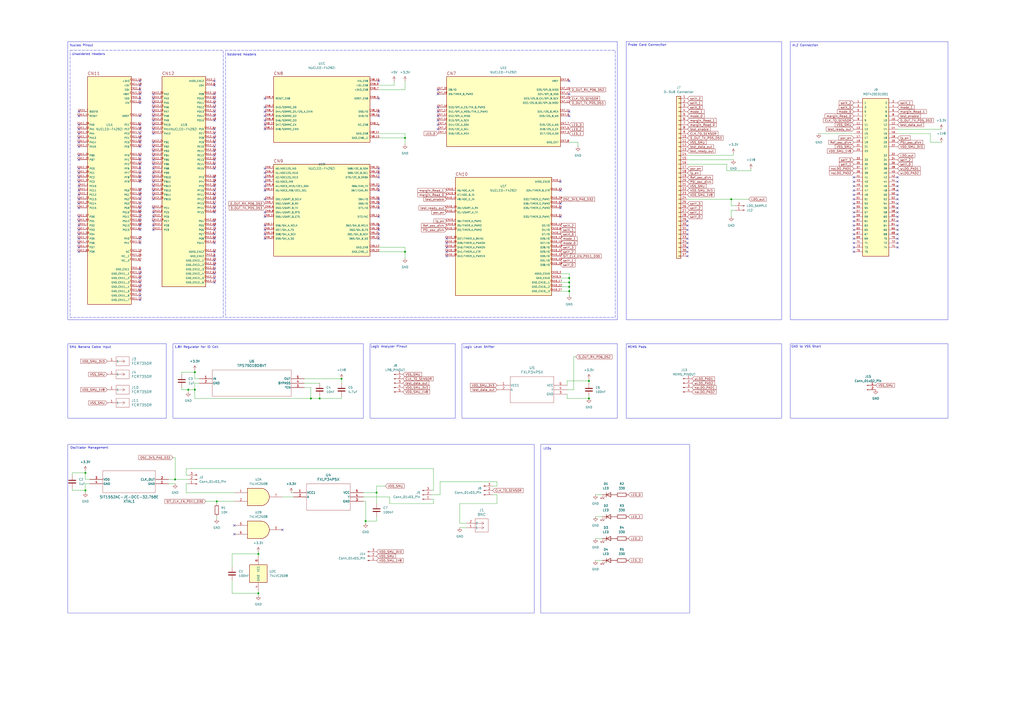
<source format=kicad_sch>
(kicad_sch (version 20231120) (generator "eeschema") (generator_version "8.0")
  (paper "A2")
  (lib_symbols
    (symbol "74xGxx:74LVC2G08"
      (property "Reference" "U" (at -10.16 7.62 0))
      (property "Value" "74LVC2G08" (at -10.16 -7.62 0))
      (symbol "74LVC2G08_1_1"
        (pin input line (at -15.24 2.54 0) (length 7.62) (name "~") (number "1"))
        (pin input line (at -15.24 -2.54 0) (length 7.62) (name "~") (number "2"))
        (pin output line (at 12.7 0 180) (length 7.62) (name "~") (number "7"))
      )
      (symbol "74LVC2G08_2_1"
        (pin output line (at 12.7 0 180) (length 7.62) (name "~") (number "3"))
        (pin input line (at -15.24 2.54 0) (length 7.62) (name "~") (number "5"))
        (pin input line (at -15.24 -2.54 0) (length 7.62) (name "~") (number "6"))
      )
      (symbol "74LVC2G08_3_1"
        (pin power_in line (at 0 -10.16 90) (length 5.08) (name "GND") (number "4"))
        (pin power_in line (at 0 10.16 270) (length 5.08) (name "VCC") (number "8"))
      )
    )
    (symbol "Connector:Conn_01x02_Pin" (pin_names (offset 1.016) hide)
      (property "Reference" "J" (at 0 2.54 0))
      (property "Value" "Conn_01x02_Pin" (at 0 -5.08 0))
      (symbol "Conn_01x02_Pin_1_1"
        (pin passive line (at 5.08 0 180) (length 3.81) (name "Pin_1") (number "1"))
        (pin passive line (at 5.08 -2.54 180) (length 3.81) (name "Pin_2") (number "2"))
      )
    )
    (symbol "Connector:Conn_01x03_Pin" (pin_names (offset 1.016) hide)
      (property "Reference" "J" (at 0 5.08 0))
      (property "Value" "Conn_01x03_Pin" (at 0 -5.08 0))
      (symbol "Conn_01x03_Pin_1_1"
        (pin passive line (at 5.08 2.54 180) (length 3.81) (name "Pin_1") (number "1"))
        (pin passive line (at 5.08 0 180) (length 3.81) (name "Pin_2") (number "2"))
        (pin passive line (at 5.08 -2.54 180) (length 3.81) (name "Pin_3") (number "3"))
      )
    )
    (symbol "Connector:Conn_01x04_Pin" (pin_names (offset 1.016) hide)
      (property "Reference" "J" (at 0 5.08 0))
      (property "Value" "Conn_01x04_Pin" (at 0 -7.62 0))
      (symbol "Conn_01x04_Pin_1_1"
        (pin passive line (at 5.08 2.54 180) (length 3.81) (name "Pin_1") (number "1"))
        (pin passive line (at 5.08 0 180) (length 3.81) (name "Pin_2") (number "2"))
        (pin passive line (at 5.08 -2.54 180) (length 3.81) (name "Pin_3") (number "3"))
        (pin passive line (at 5.08 -5.08 180) (length 3.81) (name "Pin_4") (number "4"))
      )
    )
    (symbol "Connector:Conn_01x05_Pin" (pin_names (offset 1.016) hide)
      (property "Reference" "J" (at 0 7.62 0))
      (property "Value" "Conn_01x05_Pin" (at 0 -7.62 0))
      (symbol "Conn_01x05_Pin_1_1"
        (pin passive line (at 5.08 5.08 180) (length 3.81) (name "Pin_1") (number "1"))
        (pin passive line (at 5.08 2.54 180) (length 3.81) (name "Pin_2") (number "2"))
        (pin passive line (at 5.08 0 180) (length 3.81) (name "Pin_3") (number "3"))
        (pin passive line (at 5.08 -2.54 180) (length 3.81) (name "Pin_4") (number "4"))
        (pin passive line (at 5.08 -5.08 180) (length 3.81) (name "Pin_5") (number "5"))
      )
    )
    (symbol "Connector_Generic:Conn_01x37" (pin_names (offset 1.016) hide)
      (property "Reference" "J" (at 0 48.26 0))
      (property "Value" "Conn_01x37" (at 0 -48.26 0))
      (symbol "Conn_01x37_1_1"
        (pin passive line (at -5.08 45.72 0) (length 3.81) (name "Pin_1") (number "1"))
        (pin passive line (at -5.08 22.86 0) (length 3.81) (name "Pin_10") (number "10"))
        (pin passive line (at -5.08 20.32 0) (length 3.81) (name "Pin_11") (number "11"))
        (pin passive line (at -5.08 17.78 0) (length 3.81) (name "Pin_12") (number "12"))
        (pin passive line (at -5.08 15.24 0) (length 3.81) (name "Pin_13") (number "13"))
        (pin passive line (at -5.08 12.7 0) (length 3.81) (name "Pin_14") (number "14"))
        (pin passive line (at -5.08 10.16 0) (length 3.81) (name "Pin_15") (number "15"))
        (pin passive line (at -5.08 7.62 0) (length 3.81) (name "Pin_16") (number "16"))
        (pin passive line (at -5.08 5.08 0) (length 3.81) (name "Pin_17") (number "17"))
        (pin passive line (at -5.08 2.54 0) (length 3.81) (name "Pin_18") (number "18"))
        (pin passive line (at -5.08 0 0) (length 3.81) (name "Pin_19") (number "19"))
        (pin passive line (at -5.08 43.18 0) (length 3.81) (name "Pin_2") (number "2"))
        (pin passive line (at -5.08 -2.54 0) (length 3.81) (name "Pin_20") (number "20"))
        (pin passive line (at -5.08 -5.08 0) (length 3.81) (name "Pin_21") (number "21"))
        (pin passive line (at -5.08 -7.62 0) (length 3.81) (name "Pin_22") (number "22"))
        (pin passive line (at -5.08 -10.16 0) (length 3.81) (name "Pin_23") (number "23"))
        (pin passive line (at -5.08 -12.7 0) (length 3.81) (name "Pin_24") (number "24"))
        (pin passive line (at -5.08 -15.24 0) (length 3.81) (name "Pin_25") (number "25"))
        (pin passive line (at -5.08 -17.78 0) (length 3.81) (name "Pin_26") (number "26"))
        (pin passive line (at -5.08 -20.32 0) (length 3.81) (name "Pin_27") (number "27"))
        (pin passive line (at -5.08 -22.86 0) (length 3.81) (name "Pin_28") (number "28"))
        (pin passive line (at -5.08 -25.4 0) (length 3.81) (name "Pin_29") (number "29"))
        (pin passive line (at -5.08 40.64 0) (length 3.81) (name "Pin_3") (number "3"))
        (pin passive line (at -5.08 -27.94 0) (length 3.81) (name "Pin_30") (number "30"))
        (pin passive line (at -5.08 -30.48 0) (length 3.81) (name "Pin_31") (number "31"))
        (pin passive line (at -5.08 -33.02 0) (length 3.81) (name "Pin_32") (number "32"))
        (pin passive line (at -5.08 -35.56 0) (length 3.81) (name "Pin_33") (number "33"))
        (pin passive line (at -5.08 -38.1 0) (length 3.81) (name "Pin_34") (number "34"))
        (pin passive line (at -5.08 -40.64 0) (length 3.81) (name "Pin_35") (number "35"))
        (pin passive line (at -5.08 -43.18 0) (length 3.81) (name "Pin_36") (number "36"))
        (pin passive line (at -5.08 -45.72 0) (length 3.81) (name "Pin_37") (number "37"))
        (pin passive line (at -5.08 38.1 0) (length 3.81) (name "Pin_4") (number "4"))
        (pin passive line (at -5.08 35.56 0) (length 3.81) (name "Pin_5") (number "5"))
        (pin passive line (at -5.08 33.02 0) (length 3.81) (name "Pin_6") (number "6"))
        (pin passive line (at -5.08 30.48 0) (length 3.81) (name "Pin_7") (number "7"))
        (pin passive line (at -5.08 27.94 0) (length 3.81) (name "Pin_8") (number "8"))
        (pin passive line (at -5.08 25.4 0) (length 3.81) (name "Pin_9") (number "9"))
      )
    )
    (symbol "Device:C" (pin_numbers hide) (pin_names (offset 0.254))
      (property "Reference" "C" (at 0.635 2.54 0))
      (property "Value" "C" (at 0.635 -2.54 0))
      (symbol "C_1_1"
        (pin passive line (at 0 3.81 270) (length 2.794) (name "~") (number "1"))
        (pin passive line (at 0 -3.81 90) (length 2.794) (name "~") (number "2"))
      )
    )
    (symbol "Device:LED" (pin_numbers hide) (pin_names (offset 1.016) hide)
      (property "Reference" "D" (at 0 2.54 0))
      (property "Value" "LED" (at 0 -2.54 0))
      (symbol "LED_1_1"
        (pin passive line (at -3.81 0 0) (length 2.54) (name "K") (number "1"))
        (pin passive line (at 3.81 0 180) (length 2.54) (name "A") (number "2"))
      )
    )
    (symbol "Device:R" (pin_numbers hide) (pin_names (offset 0))
      (property "Reference" "R" (at 2.032 0 90))
      (property "Value" "R" (at 0 0 90))
      (symbol "R_1_1"
        (pin passive line (at 0 3.81 270) (length 1.27) (name "~") (number "1"))
        (pin passive line (at 0 -3.81 90) (length 1.27) (name "~") (number "2"))
      )
    )
    (symbol "InHouse Symbols:MDT420E01001" (pin_names (offset 1.016))
      (property "Reference" "J" (at -7.62 46.482 0))
      (property "Value" "MDT420E01001" (at -7.62 -48.26 0))
      (symbol "MDT420E01001_0_0"
        (pin passive line (at -12.7 43.18 0) (length 5.08) (name "1") (number "1"))
        (pin passive line (at 12.7 33.02 180) (length 5.08) (name "10") (number "10"))
        (pin passive line (at -12.7 30.48 0) (length 5.08) (name "11") (number "11"))
        (pin passive line (at 12.7 30.48 180) (length 5.08) (name "12") (number "12"))
        (pin passive line (at -12.7 27.94 0) (length 5.08) (name "13") (number "13"))
        (pin passive line (at 12.7 27.94 180) (length 5.08) (name "14") (number "14"))
        (pin passive line (at -12.7 25.4 0) (length 5.08) (name "15") (number "15"))
        (pin passive line (at 12.7 25.4 180) (length 5.08) (name "16") (number "16"))
        (pin passive line (at -12.7 22.86 0) (length 5.08) (name "17") (number "17"))
        (pin passive line (at 12.7 22.86 180) (length 5.08) (name "18") (number "18"))
        (pin passive line (at -12.7 20.32 0) (length 5.08) (name "19") (number "19"))
        (pin passive line (at 12.7 43.18 180) (length 5.08) (name "2") (number "2"))
        (pin passive line (at 12.7 20.32 180) (length 5.08) (name "20") (number "20"))
        (pin passive line (at -12.7 17.78 0) (length 5.08) (name "21") (number "21"))
        (pin passive line (at 12.7 17.78 180) (length 5.08) (name "22") (number "22"))
        (pin passive line (at -12.7 15.24 0) (length 5.08) (name "23") (number "23"))
        (pin passive line (at -12.7 40.64 0) (length 5.08) (name "3") (number "3"))
        (pin passive line (at 12.7 12.7 180) (length 5.08) (name "32") (number "32"))
        (pin passive line (at -12.7 10.16 0) (length 5.08) (name "33") (number "33"))
        (pin passive line (at 12.7 10.16 180) (length 5.08) (name "34") (number "34"))
        (pin passive line (at -12.7 7.62 0) (length 5.08) (name "35") (number "35"))
        (pin passive line (at 12.7 7.62 180) (length 5.08) (name "36") (number "36"))
        (pin passive line (at -12.7 5.08 0) (length 5.08) (name "37") (number "37"))
        (pin passive line (at 12.7 5.08 180) (length 5.08) (name "38") (number "38"))
        (pin passive line (at -12.7 2.54 0) (length 5.08) (name "39") (number "39"))
        (pin passive line (at 12.7 40.64 180) (length 5.08) (name "4") (number "4"))
        (pin passive line (at 12.7 2.54 180) (length 5.08) (name "40") (number "40"))
        (pin passive line (at -12.7 0 0) (length 5.08) (name "41") (number "41"))
        (pin passive line (at 12.7 0 180) (length 5.08) (name "42") (number "42"))
        (pin passive line (at -12.7 -2.54 0) (length 5.08) (name "43") (number "43"))
        (pin passive line (at 12.7 -2.54 180) (length 5.08) (name "44") (number "44"))
        (pin passive line (at -12.7 -5.08 0) (length 5.08) (name "45") (number "45"))
        (pin passive line (at 12.7 -5.08 180) (length 5.08) (name "46") (number "46"))
        (pin passive line (at -12.7 -7.62 0) (length 5.08) (name "47") (number "47"))
        (pin passive line (at 12.7 -7.62 180) (length 5.08) (name "48") (number "48"))
        (pin passive line (at -12.7 -10.16 0) (length 5.08) (name "49") (number "49"))
        (pin passive line (at -12.7 38.1 0) (length 5.08) (name "5") (number "5"))
        (pin passive line (at 12.7 -10.16 180) (length 5.08) (name "50") (number "50"))
        (pin passive line (at -12.7 -12.7 0) (length 5.08) (name "51") (number "51"))
        (pin passive line (at 12.7 -12.7 180) (length 5.08) (name "52") (number "52"))
        (pin passive line (at -12.7 -15.24 0) (length 5.08) (name "53") (number "53"))
        (pin passive line (at 12.7 -15.24 180) (length 5.08) (name "54") (number "54"))
        (pin passive line (at -12.7 -17.78 0) (length 5.08) (name "55") (number "55"))
        (pin passive line (at 12.7 -17.78 180) (length 5.08) (name "56") (number "56"))
        (pin passive line (at -12.7 -20.32 0) (length 5.08) (name "57") (number "57"))
        (pin passive line (at 12.7 -20.32 180) (length 5.08) (name "58") (number "58"))
        (pin passive line (at -12.7 -22.86 0) (length 5.08) (name "59") (number "59"))
        (pin passive line (at 12.7 38.1 180) (length 5.08) (name "6") (number "6"))
        (pin passive line (at 12.7 -22.86 180) (length 5.08) (name "60") (number "60"))
        (pin passive line (at -12.7 -25.4 0) (length 5.08) (name "61") (number "61"))
        (pin passive line (at 12.7 -25.4 180) (length 5.08) (name "62") (number "62"))
        (pin passive line (at -12.7 -27.94 0) (length 5.08) (name "63") (number "63"))
        (pin passive line (at 12.7 -27.94 180) (length 5.08) (name "64") (number "64"))
        (pin passive line (at -12.7 -30.48 0) (length 5.08) (name "65") (number "65"))
        (pin passive line (at 12.7 -30.48 180) (length 5.08) (name "66") (number "66"))
        (pin passive line (at -12.7 -33.02 0) (length 5.08) (name "67") (number "67"))
        (pin passive line (at 12.7 -33.02 180) (length 5.08) (name "68") (number "68"))
        (pin passive line (at -12.7 -35.56 0) (length 5.08) (name "69") (number "69"))
        (pin passive line (at -12.7 35.56 0) (length 5.08) (name "7") (number "7"))
        (pin passive line (at 12.7 -35.56 180) (length 5.08) (name "70") (number "70"))
        (pin passive line (at -12.7 -38.1 0) (length 5.08) (name "71") (number "71"))
        (pin passive line (at 12.7 -38.1 180) (length 5.08) (name "72") (number "72"))
        (pin passive line (at -12.7 -40.64 0) (length 5.08) (name "73") (number "73"))
        (pin passive line (at 12.7 -40.64 180) (length 5.08) (name "74") (number "74"))
        (pin passive line (at -12.7 -43.18 0) (length 5.08) (name "75") (number "75"))
        (pin passive line (at 12.7 35.56 180) (length 5.08) (name "8") (number "8"))
        (pin passive line (at -12.7 33.02 0) (length 5.08) (name "9") (number "9"))
      )
    )
    (symbol "InHouseFootprints:CONBNC002" (pin_names (offset 0.254))
      (property "Reference" "J" (at 8.89 6.35 0))
      (property "Value" "CONBNC002" (at 0 0 0))
      (symbol "CONBNC002_1_1"
        (pin unspecified line (at 0 0 0) (length 5.08) (name "1") (number "1"))
        (pin unspecified line (at 0 -2.54 0) (length 5.08) (name "2") (number "2"))
      )
      (symbol "CONBNC002_1_2"
        (pin unspecified line (at 0 0 0) (length 5.08) (name "1") (number "1"))
        (pin unspecified line (at 0 -2.54 0) (length 5.08) (name "2") (number "2"))
      )
    )
    (symbol "InHouseFootprints:FCR7350R" (pin_names (offset 0.254))
      (property "Reference" "J" (at 8.89 6.35 0))
      (property "Value" "FCR7350R" (at 0 0 0))
      (symbol "FCR7350R_1_1"
        (pin unspecified line (at 0 0 0) (length 5.08) (name "1") (number "1"))
      )
      (symbol "FCR7350R_1_2"
        (pin unspecified line (at 0 0 0) (length 5.08) (name "1") (number "1"))
      )
    )
    (symbol "InHouseFootprints:FXLP34P5X" (pin_names (offset 0.254))
      (property "Reference" "U" (at 20.32 10.16 0))
      (property "Value" "FXLP34P5X" (at 20.32 7.62 0))
      (symbol "FXLP34P5X_0_1"
        (pin power_in line (at 0 0 0) (length 7.62) (name "VCC1") (number "1"))
        (pin unspecified line (at 0 -2.54 0) (length 7.62) (name "A") (number "2"))
        (pin power_out line (at 40.64 -5.08 180) (length 7.62) (name "GND") (number "3"))
        (pin unspecified line (at 40.64 -2.54 180) (length 7.62) (name "Y") (number "4"))
        (pin power_in line (at 40.64 0 180) (length 7.62) (name "VCC") (number "5"))
      )
    )
    (symbol "InHouseFootprints:NUCLEO-F429ZI" (pin_names (offset 1.016))
      (property "Reference" "U1" (at 0 25.4 0))
      (property "Value" "NUCLEO-F429ZI" (at 0 22.86 0))
      (symbol "NUCLEO-F429ZI_1_0"
        (text "CN11" (at -12.7 54.102 0) (effects (font (size 1.778 1.778)) (justify left bottom)))
        (pin bidirectional line (at -17.78 -10.16 0) (length 5.08) (name "PC10") (number "CN11_1"))
        (pin no_connect line (at 17.78 -48.26 180) (length 5.08) (name "NC") (number "CN11_10"))
        (pin bidirectional line (at 17.78 -2.54 180) (length 5.08) (name "PF7") (number "CN11_11"))
        (pin bidirectional line (at 17.78 30.48 180) (length 5.08) (name "IOREF") (number "CN11_12"))
        (pin bidirectional line (at -17.78 17.78 0) (length 5.08) (name "PA13") (number "CN11_13"))
        (pin bidirectional line (at -17.78 30.48 0) (length 5.08) (name "RESET") (number "CN11_14"))
        (pin bidirectional line (at -17.78 15.24 0) (length 5.08) (name "PA14") (number "CN11_15"))
        (pin power_in line (at 17.78 50.8 180) (length 5.08) (name "+3V3") (number "CN11_16"))
        (pin bidirectional line (at -17.78 12.7 0) (length 5.08) (name "PA15") (number "CN11_17"))
        (pin power_in line (at 17.78 48.26 180) (length 5.08) (name "+5V") (number "CN11_18"))
        (pin power_in line (at 17.78 -60.96 180) (length 5.08) (name "GND_CN11__1") (number "CN11_19"))
        (pin bidirectional line (at -17.78 -12.7 0) (length 5.08) (name "PC11") (number "CN11_2"))
        (pin power_in line (at 17.78 -63.5 180) (length 5.08) (name "GND_CN11__2") (number "CN11_20"))
        (pin bidirectional line (at -17.78 5.08 0) (length 5.08) (name "PB7") (number "CN11_21"))
        (pin power_in line (at 17.78 -66.04 180) (length 5.08) (name "GND_CN11__3") (number "CN11_22"))
        (pin bidirectional line (at -17.78 -17.78 0) (length 5.08) (name "PC13") (number "CN11_23"))
        (pin power_in line (at 17.78 38.1 180) (length 5.08) (name "VIN") (number "CN11_24"))
        (pin bidirectional line (at -17.78 -20.32 0) (length 5.08) (name "PC14") (number "CN11_25"))
        (pin no_connect line (at 17.78 -50.8 180) (length 5.08) (name "NC__1") (number "CN11_26"))
        (pin bidirectional line (at -17.78 -22.86 0) (length 5.08) (name "PC15") (number "CN11_27"))
        (pin bidirectional line (at -17.78 25.4 0) (length 5.08) (name "PA0") (number "CN11_28"))
        (pin bidirectional line (at 17.78 -40.64 180) (length 5.08) (name "PH0") (number "CN11_29"))
        (pin bidirectional line (at -17.78 -15.24 0) (length 5.08) (name "PC12") (number "CN11_3"))
        (pin bidirectional line (at -17.78 22.86 0) (length 5.08) (name "PA1") (number "CN11_30"))
        (pin bidirectional line (at 17.78 -43.18 180) (length 5.08) (name "PH1") (number "CN11_31"))
        (pin bidirectional line (at -17.78 20.32 0) (length 5.08) (name "PA4") (number "CN11_32"))
        (pin power_in line (at 17.78 43.18 180) (length 5.08) (name "VBAT") (number "CN11_33"))
        (pin bidirectional line (at -17.78 7.62 0) (length 5.08) (name "PB0") (number "CN11_34"))
        (pin bidirectional line (at -17.78 -5.08 0) (length 5.08) (name "PC2") (number "CN11_35"))
        (pin bidirectional line (at -17.78 -2.54 0) (length 5.08) (name "PC1") (number "CN11_36"))
        (pin bidirectional line (at -17.78 -7.62 0) (length 5.08) (name "PC3") (number "CN11_37"))
        (pin bidirectional line (at -17.78 0 0) (length 5.08) (name "PC0") (number "CN11_38"))
        (pin bidirectional line (at -17.78 -38.1 0) (length 5.08) (name "PD4") (number "CN11_39"))
        (pin bidirectional line (at -17.78 -33.02 0) (length 5.08) (name "PD2") (number "CN11_4"))
        (pin bidirectional line (at -17.78 -35.56 0) (length 5.08) (name "PD3") (number "CN11_40"))
        (pin bidirectional line (at -17.78 -40.64 0) (length 5.08) (name "PD5") (number "CN11_41"))
        (pin bidirectional line (at 17.78 -17.78 180) (length 5.08) (name "PG2") (number "CN11_42"))
        (pin bidirectional line (at -17.78 -43.18 0) (length 5.08) (name "PD6") (number "CN11_43"))
        (pin bidirectional line (at 17.78 -20.32 180) (length 5.08) (name "PG3") (number "CN11_44"))
        (pin bidirectional line (at -17.78 -45.72 0) (length 5.08) (name "PD7") (number "CN11_45"))
        (pin bidirectional line (at 17.78 22.86 180) (length 5.08) (name "PE2") (number "CN11_46"))
        (pin bidirectional line (at 17.78 20.32 180) (length 5.08) (name "PE3") (number "CN11_47"))
        (pin bidirectional line (at 17.78 17.78 180) (length 5.08) (name "PE4") (number "CN11_48"))
        (pin power_in line (at 17.78 -68.58 180) (length 5.08) (name "GND_CN11__4") (number "CN11_49"))
        (pin power_in line (at 17.78 40.64 180) (length 5.08) (name "VDD") (number "CN11_5"))
        (pin bidirectional line (at 17.78 15.24 180) (length 5.08) (name "PE5") (number "CN11_50"))
        (pin bidirectional line (at 17.78 5.08 180) (length 5.08) (name "PF1") (number "CN11_51"))
        (pin bidirectional line (at 17.78 2.54 180) (length 5.08) (name "PF2") (number "CN11_52"))
        (pin bidirectional line (at 17.78 7.62 180) (length 5.08) (name "PF0") (number "CN11_53"))
        (pin bidirectional line (at 17.78 -5.08 180) (length 5.08) (name "PF8") (number "CN11_54"))
        (pin bidirectional line (at -17.78 -30.48 0) (length 5.08) (name "PD1") (number "CN11_55"))
        (pin bidirectional line (at 17.78 -7.62 180) (length 5.08) (name "PF9") (number "CN11_56"))
        (pin bidirectional line (at -17.78 -27.94 0) (length 5.08) (name "PD0") (number "CN11_57"))
        (pin bidirectional line (at 17.78 -15.24 180) (length 5.08) (name "PG1") (number "CN11_58"))
        (pin bidirectional line (at 17.78 -12.7 180) (length 5.08) (name "PG0") (number "CN11_59"))
        (pin power_in line (at 17.78 45.72 180) (length 5.08) (name "E5V") (number "CN11_6"))
        (pin power_in line (at 17.78 -71.12 180) (length 5.08) (name "GND_CN11__5") (number "CN11_60"))
        (pin bidirectional line (at 17.78 25.4 180) (length 5.08) (name "PE1") (number "CN11_61"))
        (pin bidirectional line (at 17.78 12.7 180) (length 5.08) (name "PE6") (number "CN11_62"))
        (pin bidirectional line (at 17.78 -22.86 180) (length 5.08) (name "PG9") (number "CN11_63"))
        (pin bidirectional line (at 17.78 -35.56 180) (length 5.08) (name "PG15") (number "CN11_64"))
        (pin bidirectional line (at 17.78 -30.48 180) (length 5.08) (name "PG12") (number "CN11_65"))
        (pin bidirectional line (at 17.78 -25.4 180) (length 5.08) (name "PG10") (number "CN11_66"))
        (pin no_connect line (at 17.78 -53.34 180) (length 5.08) (name "NC__2") (number "CN11_67"))
        (pin bidirectional line (at 17.78 -33.02 180) (length 5.08) (name "PG13") (number "CN11_68"))
        (pin bidirectional line (at -17.78 -48.26 0) (length 5.08) (name "PD9") (number "CN11_69"))
        (pin bidirectional line (at -17.78 33.02 0) (length 5.08) (name "BOOT0") (number "CN11_7"))
        (pin bidirectional line (at 17.78 -27.94 180) (length 5.08) (name "PG11") (number "CN11_70"))
        (pin power_in line (at 17.78 -73.66 180) (length 5.08) (name "GND_CN11__6") (number "CN11_71"))
        (pin power_in line (at 17.78 -76.2 180) (length 5.08) (name "GND_CN11__7") (number "CN11_72"))
        (pin power_in line (at 17.78 -58.42 180) (length 5.08) (name "GND_CN11") (number "CN11_8"))
        (pin bidirectional line (at 17.78 0 180) (length 5.08) (name "PF6") (number "CN11_9"))
      )
      (symbol "NUCLEO-F429ZI_2_0"
        (text "CN12" (at -12.7 54.102 0) (effects (font (size 1.778 1.778)) (justify left bottom)))
        (pin bidirectional line (at -17.78 -35.56 0) (length 5.08) (name "PC9") (number "CN12_1"))
        (pin bidirectional line (at 17.78 43.18 180) (length 5.08) (name "PD8") (number "CN12_10"))
        (pin bidirectional line (at -17.78 38.1 0) (length 5.08) (name "PA5") (number "CN12_11"))
        (pin bidirectional line (at -17.78 20.32 0) (length 5.08) (name "PA12") (number "CN12_12"))
        (pin bidirectional line (at -17.78 35.56 0) (length 5.08) (name "PA6") (number "CN12_13"))
        (pin bidirectional line (at -17.78 22.86 0) (length 5.08) (name "PA11") (number "CN12_14"))
        (pin bidirectional line (at -17.78 33.02 0) (length 5.08) (name "PA7") (number "CN12_15"))
        (pin bidirectional line (at -17.78 -10.16 0) (length 5.08) (name "PB12") (number "CN12_16"))
        (pin bidirectional line (at -17.78 2.54 0) (length 5.08) (name "PB6") (number "CN12_17"))
        (pin bidirectional line (at -17.78 -7.62 0) (length 5.08) (name "PB11") (number "CN12_18"))
        (pin bidirectional line (at -17.78 -30.48 0) (length 5.08) (name "PC7") (number "CN12_19"))
        (pin bidirectional line (at -17.78 -33.02 0) (length 5.08) (name "PC8") (number "CN12_2"))
        (pin power_in line (at 17.78 -53.34 180) (length 5.08) (name "GND_CN12__1") (number "CN12_20"))
        (pin bidirectional line (at -17.78 27.94 0) (length 5.08) (name "PA9") (number "CN12_21"))
        (pin bidirectional line (at -17.78 12.7 0) (length 5.08) (name "PB2") (number "CN12_22"))
        (pin bidirectional line (at -17.78 30.48 0) (length 5.08) (name "PA8") (number "CN12_23"))
        (pin bidirectional line (at -17.78 15.24 0) (length 5.08) (name "PB1") (number "CN12_24"))
        (pin bidirectional line (at -17.78 -5.08 0) (length 5.08) (name "PB10") (number "CN12_25"))
        (pin bidirectional line (at -17.78 -17.78 0) (length 5.08) (name "PB15") (number "CN12_26"))
        (pin bidirectional line (at -17.78 7.62 0) (length 5.08) (name "PB4") (number "CN12_27"))
        (pin bidirectional line (at -17.78 -15.24 0) (length 5.08) (name "PB14") (number "CN12_28"))
        (pin bidirectional line (at -17.78 5.08 0) (length 5.08) (name "PB5") (number "CN12_29"))
        (pin bidirectional line (at -17.78 0 0) (length 5.08) (name "PB8") (number "CN12_3"))
        (pin bidirectional line (at -17.78 -12.7 0) (length 5.08) (name "PB13") (number "CN12_30"))
        (pin bidirectional line (at -17.78 10.16 0) (length 5.08) (name "PB3") (number "CN12_31"))
        (pin power_in line (at 17.78 -48.26 180) (length 5.08) (name "AGND_CN12") (number "CN12_32"))
        (pin bidirectional line (at -17.78 25.4 0) (length 5.08) (name "PA10") (number "CN12_33"))
        (pin bidirectional line (at -17.78 -22.86 0) (length 5.08) (name "PC4") (number "CN12_34"))
        (pin bidirectional line (at -17.78 43.18 0) (length 5.08) (name "PA2") (number "CN12_35"))
        (pin bidirectional line (at 17.78 -10.16 180) (length 5.08) (name "PF5") (number "CN12_36"))
        (pin bidirectional line (at -17.78 40.64 0) (length 5.08) (name "PA3") (number "CN12_37"))
        (pin bidirectional line (at 17.78 -7.62 180) (length 5.08) (name "PF4") (number "CN12_38"))
        (pin power_in line (at 17.78 -55.88 180) (length 5.08) (name "GND_CN12__2") (number "CN12_39"))
        (pin bidirectional line (at -17.78 -27.94 0) (length 5.08) (name "PC6") (number "CN12_4"))
        (pin bidirectional line (at 17.78 17.78 180) (length 5.08) (name "PE8") (number "CN12_40"))
        (pin bidirectional line (at 17.78 33.02 180) (length 5.08) (name "PD13") (number "CN12_41"))
        (pin bidirectional line (at 17.78 -12.7 180) (length 5.08) (name "PF10") (number "CN12_42"))
        (pin bidirectional line (at 17.78 35.56 180) (length 5.08) (name "PD12") (number "CN12_43"))
        (pin bidirectional line (at 17.78 20.32 180) (length 5.08) (name "PE7") (number "CN12_44"))
        (pin bidirectional line (at 17.78 38.1 180) (length 5.08) (name "PD11") (number "CN12_45"))
        (pin bidirectional line (at 17.78 30.48 180) (length 5.08) (name "PD14") (number "CN12_46"))
        (pin bidirectional line (at 17.78 12.7 180) (length 5.08) (name "PE10") (number "CN12_47"))
        (pin bidirectional line (at 17.78 27.94 180) (length 5.08) (name "PD15") (number "CN12_48"))
        (pin bidirectional line (at 17.78 7.62 180) (length 5.08) (name "PE12") (number "CN12_49"))
        (pin bidirectional line (at -17.78 -2.54 0) (length 5.08) (name "PB9") (number "CN12_5"))
        (pin bidirectional line (at 17.78 -22.86 180) (length 5.08) (name "PF14") (number "CN12_50"))
        (pin bidirectional line (at 17.78 2.54 180) (length 5.08) (name "PE14") (number "CN12_51"))
        (pin bidirectional line (at 17.78 15.24 180) (length 5.08) (name "PE9") (number "CN12_52"))
        (pin bidirectional line (at 17.78 0 180) (length 5.08) (name "PE15") (number "CN12_53"))
        (pin power_in line (at 17.78 -58.42 180) (length 5.08) (name "GND_CN12__3") (number "CN12_54"))
        (pin bidirectional line (at 17.78 5.08 180) (length 5.08) (name "PE13") (number "CN12_55"))
        (pin bidirectional line (at 17.78 10.16 180) (length 5.08) (name "PE11") (number "CN12_56"))
        (pin bidirectional line (at 17.78 -20.32 180) (length 5.08) (name "PF13") (number "CN12_57"))
        (pin bidirectional line (at 17.78 -5.08 180) (length 5.08) (name "PF3") (number "CN12_58"))
        (pin bidirectional line (at 17.78 -17.78 180) (length 5.08) (name "PF12") (number "CN12_59"))
        (pin bidirectional line (at -17.78 -25.4 0) (length 5.08) (name "PC5") (number "CN12_6"))
        (pin bidirectional line (at 17.78 -25.4 180) (length 5.08) (name "PF15") (number "CN12_60"))
        (pin bidirectional line (at 17.78 -43.18 180) (length 5.08) (name "PG14") (number "CN12_61"))
        (pin bidirectional line (at 17.78 -15.24 180) (length 5.08) (name "PF11") (number "CN12_62"))
        (pin power_in line (at 17.78 -60.96 180) (length 5.08) (name "GND_CN12__4") (number "CN12_63"))
        (pin bidirectional line (at 17.78 22.86 180) (length 5.08) (name "PE0") (number "CN12_64"))
        (pin bidirectional line (at 17.78 40.64 180) (length 5.08) (name "PD10") (number "CN12_65"))
        (pin bidirectional line (at 17.78 -40.64 180) (length 5.08) (name "PG8") (number "CN12_66"))
        (pin bidirectional line (at 17.78 -38.1 180) (length 5.08) (name "PG7") (number "CN12_67"))
        (pin bidirectional line (at 17.78 -33.02 180) (length 5.08) (name "PG5") (number "CN12_68"))
        (pin bidirectional line (at 17.78 -30.48 180) (length 5.08) (name "PG4") (number "CN12_69"))
        (pin power_in line (at 17.78 50.8 180) (length 5.08) (name "AVDD_CN12") (number "CN12_7"))
        (pin bidirectional line (at 17.78 -35.56 180) (length 5.08) (name "PG6") (number "CN12_70"))
        (pin power_in line (at 17.78 -63.5 180) (length 5.08) (name "GND_CN12__5") (number "CN12_71"))
        (pin power_in line (at 17.78 -66.04 180) (length 5.08) (name "GND_CN12__6") (number "CN12_72"))
        (pin power_in line (at 17.78 48.26 180) (length 5.08) (name "U5V") (number "CN12_8"))
        (pin power_in line (at 17.78 -50.8 180) (length 5.08) (name "GND_CN12") (number "CN12_9"))
      )
      (symbol "NUCLEO-F429ZI_3_0"
        (text "CN8" (at -27.94 18.542 0) (effects (font (size 1.778 1.778)) (justify left bottom)))
        (pin no_connect line (at 33.02 -10.16 180) (length 5.08) (name "NC_CN8") (number "CN8_1"))
        (pin bidirectional line (at -33.02 -10.16 0) (length 5.08) (name "D47/SDMMC_CK") (number "CN8_10"))
        (pin power_in line (at 33.02 -15.24 180) (length 5.08) (name "GND_CN8") (number "CN8_11"))
        (pin bidirectional line (at -33.02 -12.7 0) (length 5.08) (name "D48/SDMMC_CMD") (number "CN8_12"))
        (pin power_in line (at 33.02 -17.78 180) (length 5.08) (name "GND_CN8__1") (number "CN8_13"))
        (pin bidirectional line (at 33.02 -5.08 180) (length 5.08) (name "D49/IO") (number "CN8_14"))
        (pin power_in line (at 33.02 15.24 180) (length 5.08) (name "VIN_CN8") (number "CN8_15"))
        (pin bidirectional line (at 33.02 -2.54 180) (length 5.08) (name "D50/IO") (number "CN8_16"))
        (pin bidirectional line (at -33.02 0 0) (length 5.08) (name "D43/SDMMC_D0") (number "CN8_2"))
        (pin bidirectional line (at 33.02 5.08 180) (length 5.08) (name "IOREF_CN8") (number "CN8_3"))
        (pin bidirectional line (at -33.02 -2.54 0) (length 5.08) (name "D44/SDMMC_D1/I2S_A_CKIN") (number "CN8_4"))
        (pin bidirectional line (at -33.02 5.08 0) (length 5.08) (name "RESET_CN8") (number "CN8_5"))
        (pin bidirectional line (at -33.02 -5.08 0) (length 5.08) (name "D45/SDMMC_D2") (number "CN8_6"))
        (pin power_out line (at 33.02 10.16 180) (length 5.08) (name "+3V3_CN8") (number "CN8_7"))
        (pin bidirectional line (at -33.02 -7.62 0) (length 5.08) (name "D46/SDMMC_D3") (number "CN8_8"))
        (pin power_in line (at 33.02 12.7 180) (length 5.08) (name "+5V_CN8") (number "CN8_9"))
      )
      (symbol "NUCLEO-F429ZI_4_0"
        (text "CN9" (at -27.94 26.162 0) (effects (font (size 1.778 1.778)) (justify left bottom)))
        (pin input line (at -33.02 22.86 0) (length 5.08) (name "A0/ADC123_IN3") (number "CN9_1"))
        (pin bidirectional line (at -33.02 -5.08 0) (length 5.08) (name "D55/USART_B_CTS") (number "CN9_10"))
        (pin input line (at -33.02 10.16 0) (length 5.08) (name "A5/ADC3_IN8/I2C1_SCL") (number "CN9_11"))
        (pin power_in line (at 33.02 -22.86 180) (length 5.08) (name "GND_CN9") (number "CN9_12"))
        (pin bidirectional line (at 33.02 -5.08 180) (length 5.08) (name "D72/NC") (number "CN9_13"))
        (pin bidirectional line (at -33.02 -10.16 0) (length 5.08) (name "D56/SAI_A_MCLK") (number "CN9_14"))
        (pin bidirectional line (at 33.02 0 180) (length 5.08) (name "D71/IO") (number "CN9_15"))
        (pin bidirectional line (at -33.02 -12.7 0) (length 5.08) (name "D57/SAI_A_FS") (number "CN9_16"))
        (pin bidirectional line (at 33.02 17.78 180) (length 5.08) (name "D70/I2C_B_SMBA") (number "CN9_17"))
        (pin bidirectional line (at -33.02 -15.24 0) (length 5.08) (name "D58/SAI_A_SCK") (number "CN9_18"))
        (pin bidirectional line (at 33.02 20.32 180) (length 5.08) (name "D69/I2C_B_SCL") (number "CN9_19"))
        (pin bidirectional line (at -33.02 5.08 0) (length 5.08) (name "D51/USART_B_SCLK") (number "CN9_2"))
        (pin bidirectional line (at -33.02 -17.78 0) (length 5.08) (name "D59/SAI_A_SD") (number "CN9_20"))
        (pin bidirectional line (at 33.02 22.86 180) (length 5.08) (name "D68/I2C_B_SDA") (number "CN9_21"))
        (pin bidirectional line (at 33.02 -17.78 180) (length 5.08) (name "D60/SAI_B_SD") (number "CN9_22"))
        (pin power_in line (at 33.02 -25.4 180) (length 5.08) (name "GND_CN9__1") (number "CN9_23"))
        (pin bidirectional line (at 33.02 -15.24 180) (length 5.08) (name "D61/SAI_B_SCK") (number "CN9_24"))
        (pin input line (at 33.02 10.16 180) (length 5.08) (name "D67/CAN_RX") (number "CN9_25"))
        (pin bidirectional line (at 33.02 -10.16 180) (length 5.08) (name "D62/SAI_B_MCLK") (number "CN9_26"))
        (pin output line (at 33.02 12.7 180) (length 5.08) (name "D66/CAN_TX") (number "CN9_27"))
        (pin bidirectional line (at 33.02 -12.7 180) (length 5.08) (name "D63/SAI_B_FS") (number "CN9_28"))
        (pin bidirectional line (at 33.02 2.54 180) (length 5.08) (name "D65/IO") (number "CN9_29"))
        (pin input line (at -33.02 20.32 0) (length 5.08) (name "A1/ADC123_IN10") (number "CN9_3"))
        (pin bidirectional line (at 33.02 5.08 180) (length 5.08) (name "D64/IO") (number "CN9_30"))
        (pin bidirectional line (at -33.02 2.54 0) (length 5.08) (name "D52/USART_B_RX") (number "CN9_4"))
        (pin input line (at -33.02 17.78 0) (length 5.08) (name "A2/ADC123_IN13") (number "CN9_5"))
        (pin bidirectional line (at -33.02 0 0) (length 5.08) (name "D53/USART_B_TX") (number "CN9_6"))
        (pin input line (at -33.02 15.24 0) (length 5.08) (name "A3/ADC3_IN9") (number "CN9_7"))
        (pin bidirectional line (at -33.02 -2.54 0) (length 5.08) (name "D54/USART_B_RTS") (number "CN9_8"))
        (pin input line (at -33.02 12.7 0) (length 5.08) (name "A4/ADC3_IN15/I2C1_SDA") (number "CN9_9"))
      )
      (symbol "NUCLEO-F429ZI_5_0"
        (text "CN7" (at -33.02 21.082 0) (effects (font (size 1.778 1.778)) (justify left bottom)))
        (pin bidirectional line (at -38.1 -12.7 0) (length 5.08) (name "D16/I2S_A_MCK") (number "CN7_1"))
        (pin bidirectional line (at -38.1 -5.08 0) (length 5.08) (name "D13/SPI_A_SCK") (number "CN7_10"))
        (pin bidirectional line (at 38.1 0 180) (length 5.08) (name "D21/I2S_B_MCK") (number "CN7_11"))
        (pin bidirectional line (at -38.1 -2.54 0) (length 5.08) (name "D12/SPI_A_MISO") (number "CN7_12"))
        (pin bidirectional line (at 38.1 5.08 180) (length 5.08) (name "D22/I2S_B_SD/SPI_B_MOSI") (number "CN7_13"))
        (pin bidirectional line (at -38.1 0 0) (length 5.08) (name "D11/SPI_A_MOSI/TIM_E_PWM1") (number "CN7_14"))
        (pin bidirectional line (at 38.1 7.62 180) (length 5.08) (name "D23/I2S_B_CK/SPI_B_SCK") (number "CN7_15"))
        (pin bidirectional line (at -38.1 2.54 0) (length 5.08) (name "D10/SPI_A_CS/TIM_B_PWM3") (number "CN7_16"))
        (pin bidirectional line (at 38.1 10.16 180) (length 5.08) (name "D24/SPI_B_NSS") (number "CN7_17"))
        (pin bidirectional line (at -38.1 10.16 0) (length 5.08) (name "D9/TIMER_B_PWM2") (number "CN7_18"))
        (pin bidirectional line (at 38.1 12.7 180) (length 5.08) (name "D25/SPI_B_MISO") (number "CN7_19"))
        (pin bidirectional line (at -38.1 -10.16 0) (length 5.08) (name "D15/I2C_A_SCL") (number "CN7_2"))
        (pin bidirectional line (at -38.1 12.7 0) (length 5.08) (name "D8/IO") (number "CN7_20"))
        (pin bidirectional line (at 38.1 -12.7 180) (length 5.08) (name "D17/I2S_A_SD") (number "CN7_3"))
        (pin bidirectional line (at -38.1 -7.62 0) (length 5.08) (name "D14/I2C_A_SDA") (number "CN7_4"))
        (pin bidirectional line (at 38.1 -10.16 180) (length 5.08) (name "D18/I2S_A_CK") (number "CN7_5"))
        (pin power_in line (at 38.1 17.78 180) (length 5.08) (name "AREF") (number "CN7_6"))
        (pin bidirectional line (at 38.1 -7.62 180) (length 5.08) (name "D19/I2S_A_WS") (number "CN7_7"))
        (pin power_in line (at 38.1 -17.78 180) (length 5.08) (name "GND_CN7") (number "CN7_8"))
        (pin bidirectional line (at 38.1 -2.54 180) (length 5.08) (name "D20/I2S_B_WS") (number "CN7_9"))
      )
      (symbol "NUCLEO-F429ZI_6_0"
        (text "CN10" (at -27.94 31.242 0) (effects (font (size 1.778 1.778)) (justify left bottom)))
        (pin power_in line (at 33.02 27.94 180) (length 5.08) (name "AVDD_CN10") (number "CN10_1"))
        (pin bidirectional line (at -33.02 0 0) (length 5.08) (name "D3/TIMER_A_PWM3") (number "CN10_10"))
        (pin input line (at -33.02 17.78 0) (length 5.08) (name "A8/ADC_C_IN") (number "CN10_11"))
        (pin bidirectional line (at 33.02 2.54 180) (length 5.08) (name "D2/IO") (number "CN10_12"))
        (pin bidirectional line (at 33.02 -5.08 180) (length 5.08) (name "D26/IO") (number "CN10_13"))
        (pin output line (at -33.02 10.16 0) (length 5.08) (name "D1/USART_A_TX") (number "CN10_14"))
        (pin bidirectional line (at 33.02 -7.62 180) (length 5.08) (name "D27/IO") (number "CN10_15"))
        (pin input line (at -33.02 12.7 0) (length 5.08) (name "D0/USART_A_RX") (number "CN10_16"))
        (pin power_in line (at 33.02 -30.48 180) (length 5.08) (name "GND_CN10__1") (number "CN10_17"))
        (pin bidirectional line (at -33.02 -15.24 0) (length 5.08) (name "D42/TIMER_A_PWM1N") (number "CN10_18"))
        (pin bidirectional line (at 33.02 -10.16 180) (length 5.08) (name "D28/IO") (number "CN10_19"))
        (pin bidirectional line (at 33.02 -2.54 180) (length 5.08) (name "D7/IO") (number "CN10_2"))
        (pin bidirectional line (at -33.02 -12.7 0) (length 5.08) (name "D41/TIMER_A_ETR") (number "CN10_20"))
        (pin bidirectional line (at 33.02 -12.7 180) (length 5.08) (name "D29/IO") (number "CN10_21"))
        (pin power_in line (at 33.02 -33.02 180) (length 5.08) (name "GND_CN10__2") (number "CN10_22"))
        (pin bidirectional line (at 33.02 -15.24 180) (length 5.08) (name "D30/IO") (number "CN10_23"))
        (pin bidirectional line (at -33.02 -10.16 0) (length 5.08) (name "D40/TIMER_A_PWM2N") (number "CN10_24"))
        (pin bidirectional line (at 33.02 -17.78 180) (length 5.08) (name "D31/IO") (number "CN10_25"))
        (pin bidirectional line (at -33.02 -7.62 0) (length 5.08) (name "D39/TIMER_A_PWM3N") (number "CN10_26"))
        (pin power_in line (at 33.02 -35.56 180) (length 5.08) (name "GND_CN10__3") (number "CN10_27"))
        (pin bidirectional line (at 33.02 -20.32 180) (length 5.08) (name "D38/IO") (number "CN10_28"))
        (pin bidirectional line (at 33.02 17.78 180) (length 5.08) (name "D32/TIMER_C_PWM1") (number "CN10_29"))
        (pin power_in line (at 33.02 -25.4 180) (length 5.08) (name "AGND_CN10") (number "CN10_3"))
        (pin bidirectional line (at -33.02 -5.08 0) (length 5.08) (name "D37/TIMER_A_BKIN1") (number "CN10_30"))
        (pin bidirectional line (at 33.02 7.62 180) (length 5.08) (name "D33/TIMER_D_PWM1") (number "CN10_31"))
        (pin bidirectional line (at 33.02 15.24 180) (length 5.08) (name "D36/TIMER_C_PWM2") (number "CN10_32"))
        (pin bidirectional line (at 33.02 22.86 180) (length 5.08) (name "D34/TIMER_B_ETR") (number "CN10_33"))
        (pin bidirectional line (at 33.02 12.7 180) (length 5.08) (name "D35/TIMER_C_PWM3") (number "CN10_34"))
        (pin bidirectional line (at -33.02 5.08 0) (length 5.08) (name "D6/TIMER_A_PWM1") (number "CN10_4"))
        (pin power_in line (at 33.02 -27.94 180) (length 5.08) (name "GND_CN10") (number "CN10_5"))
        (pin bidirectional line (at -33.02 2.54 0) (length 5.08) (name "D5/TIMER_A_PWM2") (number "CN10_6"))
        (pin input line (at -33.02 22.86 0) (length 5.08) (name "A6/ADC_A_IN") (number "CN10_7"))
        (pin bidirectional line (at 33.02 0 180) (length 5.08) (name "D4/IO") (number "CN10_8"))
        (pin input line (at -33.02 20.32 0) (length 5.08) (name "A7/ADC_B_IN") (number "CN10_9"))
      )
    )
    (symbol "InHouseFootprints:SIT1552AC-JE-DCC-32.768E" (pin_names (offset 0.254))
      (property "Reference" "XTAL" (at 22.86 10.16 0))
      (property "Value" "SIT1552AC-JE-DCC-32.768E" (at 22.86 7.62 0))
      (symbol "SIT1552AC-JE-DCC-32.768E_0_1"
        (pin power_out line (at 0 0 0) (length 7.62) (name "GND") (number "1"))
        (pin output line (at 0 -2.54 0) (length 7.62) (name "CLK_OUT") (number "2"))
        (pin power_in line (at 45.72 -2.54 180) (length 7.62) (name "VDD") (number "3"))
        (pin power_out line (at 45.72 0 180) (length 7.62) (name "GND") (number "4"))
      )
    )
    (symbol "InHouseFootprints:TPS79018DBVT" (pin_names (offset 0.254))
      (property "Reference" "U" (at 30.48 10.16 0))
      (property "Value" "TPS79018DBVT" (at 30.48 7.62 0))
      (symbol "TPS79018DBVT_0_1"
        (pin input line (at 0 0 0) (length 7.62) (name "IN") (number "1"))
        (pin power_in line (at 0 -2.54 0) (length 7.62) (name "GND") (number "2"))
        (pin unspecified line (at 60.96 -5.08 180) (length 7.62) (name "*EN") (number "3"))
        (pin unspecified line (at 60.96 -2.54 180) (length 7.62) (name "BYPASS") (number "4"))
        (pin output line (at 60.96 0 180) (length 7.62) (name "OUT") (number "5"))
      )
    )
    (symbol "NUCLEO-F429ZI_1" (pin_names (offset 1.016))
      (property "Reference" "U1" (at 0 25.4 0))
      (property "Value" "NUCLEO-F429ZI" (at 0 22.86 0))
      (symbol "NUCLEO-F429ZI_1_1_0"
        (text "CN11" (at -12.7 54.102 0) (effects (font (size 1.778 1.778)) (justify left bottom)))
        (pin bidirectional line (at -17.78 -10.16 0) (length 5.08) (name "PC10") (number "CN11_1"))
        (pin no_connect line (at 17.78 -48.26 180) (length 5.08) (name "NC") (number "CN11_10"))
        (pin bidirectional line (at 17.78 -2.54 180) (length 5.08) (name "PF7") (number "CN11_11"))
        (pin bidirectional line (at 17.78 30.48 180) (length 5.08) (name "IOREF") (number "CN11_12"))
        (pin bidirectional line (at -17.78 17.78 0) (length 5.08) (name "PA13") (number "CN11_13"))
        (pin bidirectional line (at -17.78 30.48 0) (length 5.08) (name "RESET") (number "CN11_14"))
        (pin bidirectional line (at -17.78 15.24 0) (length 5.08) (name "PA14") (number "CN11_15"))
        (pin power_in line (at 17.78 50.8 180) (length 5.08) (name "+3V3") (number "CN11_16"))
        (pin bidirectional line (at -17.78 12.7 0) (length 5.08) (name "PA15") (number "CN11_17"))
        (pin power_in line (at 17.78 48.26 180) (length 5.08) (name "+5V") (number "CN11_18"))
        (pin power_in line (at 17.78 -60.96 180) (length 5.08) (name "GND_CN11__1") (number "CN11_19"))
        (pin bidirectional line (at -17.78 -12.7 0) (length 5.08) (name "PC11") (number "CN11_2"))
        (pin power_in line (at 17.78 -63.5 180) (length 5.08) (name "GND_CN11__2") (number "CN11_20"))
        (pin bidirectional line (at -17.78 5.08 0) (length 5.08) (name "PB7") (number "CN11_21"))
        (pin power_in line (at 17.78 -66.04 180) (length 5.08) (name "GND_CN11__3") (number "CN11_22"))
        (pin bidirectional line (at -17.78 -17.78 0) (length 5.08) (name "PC13") (number "CN11_23"))
        (pin power_in line (at 17.78 38.1 180) (length 5.08) (name "VIN") (number "CN11_24"))
        (pin bidirectional line (at -17.78 -20.32 0) (length 5.08) (name "PC14") (number "CN11_25"))
        (pin no_connect line (at 17.78 -50.8 180) (length 5.08) (name "NC__1") (number "CN11_26"))
        (pin bidirectional line (at -17.78 -22.86 0) (length 5.08) (name "PC15") (number "CN11_27"))
        (pin bidirectional line (at -17.78 25.4 0) (length 5.08) (name "PA0") (number "CN11_28"))
        (pin bidirectional line (at 17.78 -40.64 180) (length 5.08) (name "PH0") (number "CN11_29"))
        (pin bidirectional line (at -17.78 -15.24 0) (length 5.08) (name "PC12") (number "CN11_3"))
        (pin bidirectional line (at -17.78 22.86 0) (length 5.08) (name "PA1") (number "CN11_30"))
        (pin bidirectional line (at 17.78 -43.18 180) (length 5.08) (name "PH1") (number "CN11_31"))
        (pin bidirectional line (at -17.78 20.32 0) (length 5.08) (name "PA4") (number "CN11_32"))
        (pin power_in line (at 17.78 43.18 180) (length 5.08) (name "VBAT") (number "CN11_33"))
        (pin bidirectional line (at -17.78 7.62 0) (length 5.08) (name "PB0") (number "CN11_34"))
        (pin bidirectional line (at -17.78 -5.08 0) (length 5.08) (name "PC2") (number "CN11_35"))
        (pin bidirectional line (at -17.78 -2.54 0) (length 5.08) (name "PC1") (number "CN11_36"))
        (pin bidirectional line (at -17.78 -7.62 0) (length 5.08) (name "PC3") (number "CN11_37"))
        (pin bidirectional line (at -17.78 0 0) (length 5.08) (name "PC0") (number "CN11_38"))
        (pin bidirectional line (at -17.78 -38.1 0) (length 5.08) (name "PD4") (number "CN11_39"))
        (pin bidirectional line (at -17.78 -33.02 0) (length 5.08) (name "PD2") (number "CN11_4"))
        (pin bidirectional line (at -17.78 -35.56 0) (length 5.08) (name "PD3") (number "CN11_40"))
        (pin bidirectional line (at -17.78 -40.64 0) (length 5.08) (name "PD5") (number "CN11_41"))
        (pin bidirectional line (at 17.78 -17.78 180) (length 5.08) (name "PG2") (number "CN11_42"))
        (pin bidirectional line (at -17.78 -43.18 0) (length 5.08) (name "PD6") (number "CN11_43"))
        (pin bidirectional line (at 17.78 -20.32 180) (length 5.08) (name "PG3") (number "CN11_44"))
        (pin bidirectional line (at -17.78 -45.72 0) (length 5.08) (name "PD7") (number "CN11_45"))
        (pin bidirectional line (at 17.78 22.86 180) (length 5.08) (name "PE2") (number "CN11_46"))
        (pin bidirectional line (at 17.78 20.32 180) (length 5.08) (name "PE3") (number "CN11_47"))
        (pin bidirectional line (at 17.78 17.78 180) (length 5.08) (name "PE4") (number "CN11_48"))
        (pin power_in line (at 17.78 -68.58 180) (length 5.08) (name "GND_CN11__4") (number "CN11_49"))
        (pin power_in line (at 17.78 40.64 180) (length 5.08) (name "VDD") (number "CN11_5"))
        (pin bidirectional line (at 17.78 15.24 180) (length 5.08) (name "PE5") (number "CN11_50"))
        (pin bidirectional line (at 17.78 5.08 180) (length 5.08) (name "PF1") (number "CN11_51"))
        (pin bidirectional line (at 17.78 2.54 180) (length 5.08) (name "PF2") (number "CN11_52"))
        (pin bidirectional line (at 17.78 7.62 180) (length 5.08) (name "PF0") (number "CN11_53"))
        (pin bidirectional line (at 17.78 -5.08 180) (length 5.08) (name "PF8") (number "CN11_54"))
        (pin bidirectional line (at -17.78 -30.48 0) (length 5.08) (name "PD1") (number "CN11_55"))
        (pin bidirectional line (at 17.78 -7.62 180) (length 5.08) (name "PF9") (number "CN11_56"))
        (pin bidirectional line (at -17.78 -27.94 0) (length 5.08) (name "PD0") (number "CN11_57"))
        (pin bidirectional line (at 17.78 -15.24 180) (length 5.08) (name "PG1") (number "CN11_58"))
        (pin bidirectional line (at 17.78 -12.7 180) (length 5.08) (name "PG0") (number "CN11_59"))
        (pin power_in line (at 17.78 45.72 180) (length 5.08) (name "E5V") (number "CN11_6"))
        (pin power_in line (at 17.78 -71.12 180) (length 5.08) (name "GND_CN11__5") (number "CN11_60"))
        (pin bidirectional line (at 17.78 25.4 180) (length 5.08) (name "PE1") (number "CN11_61"))
        (pin bidirectional line (at 17.78 12.7 180) (length 5.08) (name "PE6") (number "CN11_62"))
        (pin bidirectional line (at 17.78 -22.86 180) (length 5.08) (name "PG9") (number "CN11_63"))
        (pin bidirectional line (at 17.78 -35.56 180) (length 5.08) (name "PG15") (number "CN11_64"))
        (pin bidirectional line (at 17.78 -30.48 180) (length 5.08) (name "PG12") (number "CN11_65"))
        (pin bidirectional line (at 17.78 -25.4 180) (length 5.08) (name "PG10") (number "CN11_66"))
        (pin no_connect line (at 17.78 -53.34 180) (length 5.08) (name "NC__2") (number "CN11_67"))
        (pin bidirectional line (at 17.78 -33.02 180) (length 5.08) (name "PG13") (number "CN11_68"))
        (pin bidirectional line (at -17.78 -48.26 0) (length 5.08) (name "PD9") (number "CN11_69"))
        (pin bidirectional line (at -17.78 33.02 0) (length 5.08) (name "BOOT0") (number "CN11_7"))
        (pin bidirectional line (at 17.78 -27.94 180) (length 5.08) (name "PG11") (number "CN11_70"))
        (pin power_in line (at 17.78 -73.66 180) (length 5.08) (name "GND_CN11__6") (number "CN11_71"))
        (pin power_in line (at 17.78 -76.2 180) (length 5.08) (name "GND_CN11__7") (number "CN11_72"))
        (pin power_in line (at 17.78 -58.42 180) (length 5.08) (name "GND_CN11") (number "CN11_8"))
        (pin bidirectional line (at 17.78 0 180) (length 5.08) (name "PF6") (number "CN11_9"))
      )
      (symbol "NUCLEO-F429ZI_1_2_0"
        (text "CN12" (at -12.7 54.102 0) (effects (font (size 1.778 1.778)) (justify left bottom)))
        (pin bidirectional line (at -17.78 -35.56 0) (length 5.08) (name "PC9") (number "CN12_1"))
        (pin bidirectional line (at 17.78 43.18 180) (length 5.08) (name "PD8") (number "CN12_10"))
        (pin bidirectional line (at -17.78 38.1 0) (length 5.08) (name "PA5") (number "CN12_11"))
        (pin bidirectional line (at -17.78 20.32 0) (length 5.08) (name "PA12") (number "CN12_12"))
        (pin bidirectional line (at -17.78 35.56 0) (length 5.08) (name "PA6") (number "CN12_13"))
        (pin bidirectional line (at -17.78 22.86 0) (length 5.08) (name "PA11") (number "CN12_14"))
        (pin bidirectional line (at -17.78 33.02 0) (length 5.08) (name "PA7") (number "CN12_15"))
        (pin bidirectional line (at -17.78 -10.16 0) (length 5.08) (name "PB12") (number "CN12_16"))
        (pin bidirectional line (at -17.78 2.54 0) (length 5.08) (name "PB6") (number "CN12_17"))
        (pin bidirectional line (at -17.78 -7.62 0) (length 5.08) (name "PB11") (number "CN12_18"))
        (pin bidirectional line (at -17.78 -30.48 0) (length 5.08) (name "PC7") (number "CN12_19"))
        (pin bidirectional line (at -17.78 -33.02 0) (length 5.08) (name "PC8") (number "CN12_2"))
        (pin power_in line (at 17.78 -53.34 180) (length 5.08) (name "GND_CN12__1") (number "CN12_20"))
        (pin bidirectional line (at -17.78 27.94 0) (length 5.08) (name "PA9") (number "CN12_21"))
        (pin bidirectional line (at -17.78 12.7 0) (length 5.08) (name "PB2") (number "CN12_22"))
        (pin bidirectional line (at -17.78 30.48 0) (length 5.08) (name "PA8") (number "CN12_23"))
        (pin bidirectional line (at -17.78 15.24 0) (length 5.08) (name "PB1") (number "CN12_24"))
        (pin bidirectional line (at -17.78 -5.08 0) (length 5.08) (name "PB10") (number "CN12_25"))
        (pin bidirectional line (at -17.78 -17.78 0) (length 5.08) (name "PB15") (number "CN12_26"))
        (pin bidirectional line (at -17.78 7.62 0) (length 5.08) (name "PB4") (number "CN12_27"))
        (pin bidirectional line (at -17.78 -15.24 0) (length 5.08) (name "PB14") (number "CN12_28"))
        (pin bidirectional line (at -17.78 5.08 0) (length 5.08) (name "PB5") (number "CN12_29"))
        (pin bidirectional line (at -17.78 0 0) (length 5.08) (name "PB8") (number "CN12_3"))
        (pin bidirectional line (at -17.78 -12.7 0) (length 5.08) (name "PB13") (number "CN12_30"))
        (pin bidirectional line (at -17.78 10.16 0) (length 5.08) (name "PB3") (number "CN12_31"))
        (pin power_in line (at 17.78 -48.26 180) (length 5.08) (name "AGND_CN12") (number "CN12_32"))
        (pin bidirectional line (at -17.78 25.4 0) (length 5.08) (name "PA10") (number "CN12_33"))
        (pin bidirectional line (at -17.78 -22.86 0) (length 5.08) (name "PC4") (number "CN12_34"))
        (pin bidirectional line (at -17.78 43.18 0) (length 5.08) (name "PA2") (number "CN12_35"))
        (pin bidirectional line (at 17.78 -10.16 180) (length 5.08) (name "PF5") (number "CN12_36"))
        (pin bidirectional line (at -17.78 40.64 0) (length 5.08) (name "PA3") (number "CN12_37"))
        (pin bidirectional line (at 17.78 -7.62 180) (length 5.08) (name "PF4") (number "CN12_38"))
        (pin power_in line (at 17.78 -55.88 180) (length 5.08) (name "GND_CN12__2") (number "CN12_39"))
        (pin bidirectional line (at -17.78 -27.94 0) (length 5.08) (name "PC6") (number "CN12_4"))
        (pin bidirectional line (at 17.78 17.78 180) (length 5.08) (name "PE8") (number "CN12_40"))
        (pin bidirectional line (at 17.78 33.02 180) (length 5.08) (name "PD13") (number "CN12_41"))
        (pin bidirectional line (at 17.78 -12.7 180) (length 5.08) (name "PF10") (number "CN12_42"))
        (pin bidirectional line (at 17.78 35.56 180) (length 5.08) (name "PD12") (number "CN12_43"))
        (pin bidirectional line (at 17.78 20.32 180) (length 5.08) (name "PE7") (number "CN12_44"))
        (pin bidirectional line (at 17.78 38.1 180) (length 5.08) (name "PD11") (number "CN12_45"))
        (pin bidirectional line (at 17.78 30.48 180) (length 5.08) (name "PD14") (number "CN12_46"))
        (pin bidirectional line (at 17.78 12.7 180) (length 5.08) (name "PE10") (number "CN12_47"))
        (pin bidirectional line (at 17.78 27.94 180) (length 5.08) (name "PD15") (number "CN12_48"))
        (pin bidirectional line (at 17.78 7.62 180) (length 5.08) (name "PE12") (number "CN12_49"))
        (pin bidirectional line (at -17.78 -2.54 0) (length 5.08) (name "PB9") (number "CN12_5"))
        (pin bidirectional line (at 17.78 -22.86 180) (length 5.08) (name "PF14") (number "CN12_50"))
        (pin bidirectional line (at 17.78 2.54 180) (length 5.08) (name "PE14") (number "CN12_51"))
        (pin bidirectional line (at 17.78 15.24 180) (length 5.08) (name "PE9") (number "CN12_52"))
        (pin bidirectional line (at 17.78 0 180) (length 5.08) (name "PE15") (number "CN12_53"))
        (pin power_in line (at 17.78 -58.42 180) (length 5.08) (name "GND_CN12__3") (number "CN12_54"))
        (pin bidirectional line (at 17.78 5.08 180) (length 5.08) (name "PE13") (number "CN12_55"))
        (pin bidirectional line (at 17.78 10.16 180) (length 5.08) (name "PE11") (number "CN12_56"))
        (pin bidirectional line (at 17.78 -20.32 180) (length 5.08) (name "PF13") (number "CN12_57"))
        (pin bidirectional line (at 17.78 -5.08 180) (length 5.08) (name "PF3") (number "CN12_58"))
        (pin bidirectional line (at 17.78 -17.78 180) (length 5.08) (name "PF12") (number "CN12_59"))
        (pin bidirectional line (at -17.78 -25.4 0) (length 5.08) (name "PC5") (number "CN12_6"))
        (pin bidirectional line (at 17.78 -25.4 180) (length 5.08) (name "PF15") (number "CN12_60"))
        (pin bidirectional line (at 17.78 -43.18 180) (length 5.08) (name "PG14") (number "CN12_61"))
        (pin bidirectional line (at 17.78 -15.24 180) (length 5.08) (name "PF11") (number "CN12_62"))
        (pin power_in line (at 17.78 -60.96 180) (length 5.08) (name "GND_CN12__4") (number "CN12_63"))
        (pin bidirectional line (at 17.78 22.86 180) (length 5.08) (name "PE0") (number "CN12_64"))
        (pin bidirectional line (at 17.78 40.64 180) (length 5.08) (name "PD10") (number "CN12_65"))
        (pin bidirectional line (at 17.78 -40.64 180) (length 5.08) (name "PG8") (number "CN12_66"))
        (pin bidirectional line (at 17.78 -38.1 180) (length 5.08) (name "PG7") (number "CN12_67"))
        (pin bidirectional line (at 17.78 -33.02 180) (length 5.08) (name "PG5") (number "CN12_68"))
        (pin bidirectional line (at 17.78 -30.48 180) (length 5.08) (name "PG4") (number "CN12_69"))
        (pin power_in line (at 17.78 50.8 180) (length 5.08) (name "AVDD_CN12") (number "CN12_7"))
        (pin bidirectional line (at 17.78 -35.56 180) (length 5.08) (name "PG6") (number "CN12_70"))
        (pin power_in line (at 17.78 -63.5 180) (length 5.08) (name "GND_CN12__5") (number "CN12_71"))
        (pin power_in line (at 17.78 -66.04 180) (length 5.08) (name "GND_CN12__6") (number "CN12_72"))
        (pin power_in line (at 17.78 48.26 180) (length 5.08) (name "U5V") (number "CN12_8"))
        (pin power_in line (at 17.78 -50.8 180) (length 5.08) (name "GND_CN12") (number "CN12_9"))
      )
      (symbol "NUCLEO-F429ZI_1_3_0"
        (text "CN8" (at -27.94 18.542 0) (effects (font (size 1.778 1.778)) (justify left bottom)))
        (pin no_connect line (at 33.02 -10.16 180) (length 5.08) (name "NC_CN8") (number "CN8_1"))
        (pin bidirectional line (at -33.02 -10.16 0) (length 5.08) (name "D47/SDMMC_CK") (number "CN8_10"))
        (pin power_in line (at 33.02 -15.24 180) (length 5.08) (name "GND_CN8") (number "CN8_11"))
        (pin bidirectional line (at -33.02 -12.7 0) (length 5.08) (name "D48/SDMMC_CMD") (number "CN8_12"))
        (pin power_in line (at 33.02 -17.78 180) (length 5.08) (name "GND_CN8__1") (number "CN8_13"))
        (pin bidirectional line (at 33.02 -5.08 180) (length 5.08) (name "D49/IO") (number "CN8_14"))
        (pin power_in line (at 33.02 15.24 180) (length 5.08) (name "VIN_CN8") (number "CN8_15"))
        (pin bidirectional line (at 33.02 -2.54 180) (length 5.08) (name "D50/IO") (number "CN8_16"))
        (pin bidirectional line (at -33.02 0 0) (length 5.08) (name "D43/SDMMC_D0") (number "CN8_2"))
        (pin bidirectional line (at 33.02 5.08 180) (length 5.08) (name "IOREF_CN8") (number "CN8_3"))
        (pin bidirectional line (at -33.02 -2.54 0) (length 5.08) (name "D44/SDMMC_D1/I2S_A_CKIN") (number "CN8_4"))
        (pin bidirectional line (at -33.02 5.08 0) (length 5.08) (name "RESET_CN8") (number "CN8_5"))
        (pin bidirectional line (at -33.02 -5.08 0) (length 5.08) (name "D45/SDMMC_D2") (number "CN8_6"))
        (pin power_out line (at 33.02 10.16 180) (length 5.08) (name "+3V3_CN8") (number "CN8_7"))
        (pin bidirectional line (at -33.02 -7.62 0) (length 5.08) (name "D46/SDMMC_D3") (number "CN8_8"))
        (pin power_in line (at 33.02 12.7 180) (length 5.08) (name "+5V_CN8") (number "CN8_9"))
      )
      (symbol "NUCLEO-F429ZI_1_4_0"
        (text "CN9" (at -27.94 26.162 0) (effects (font (size 1.778 1.778)) (justify left bottom)))
        (pin input line (at -33.02 22.86 0) (length 5.08) (name "A0/ADC123_IN3") (number "CN9_1"))
        (pin bidirectional line (at -33.02 -5.08 0) (length 5.08) (name "D55/USART_B_CTS") (number "CN9_10"))
        (pin input line (at -33.02 10.16 0) (length 5.08) (name "A5/ADC3_IN8/I2C1_SCL") (number "CN9_11"))
        (pin power_in line (at 33.02 -22.86 180) (length 5.08) (name "GND_CN9") (number "CN9_12"))
        (pin bidirectional line (at 33.02 -5.08 180) (length 5.08) (name "D72/NC") (number "CN9_13"))
        (pin bidirectional line (at -33.02 -10.16 0) (length 5.08) (name "D56/SAI_A_MCLK") (number "CN9_14"))
        (pin bidirectional line (at 33.02 0 180) (length 5.08) (name "D71/IO") (number "CN9_15"))
        (pin bidirectional line (at -33.02 -12.7 0) (length 5.08) (name "D57/SAI_A_FS") (number "CN9_16"))
        (pin bidirectional line (at 33.02 17.78 180) (length 5.08) (name "D70/I2C_B_SMBA") (number "CN9_17"))
        (pin bidirectional line (at -33.02 -15.24 0) (length 5.08) (name "D58/SAI_A_SCK") (number "CN9_18"))
        (pin bidirectional line (at 33.02 20.32 180) (length 5.08) (name "D69/I2C_B_SCL") (number "CN9_19"))
        (pin bidirectional line (at -33.02 5.08 0) (length 5.08) (name "D51/USART_B_SCLK") (number "CN9_2"))
        (pin bidirectional line (at -33.02 -17.78 0) (length 5.08) (name "D59/SAI_A_SD") (number "CN9_20"))
        (pin bidirectional line (at 33.02 22.86 180) (length 5.08) (name "D68/I2C_B_SDA") (number "CN9_21"))
        (pin bidirectional line (at 33.02 -17.78 180) (length 5.08) (name "D60/SAI_B_SD") (number "CN9_22"))
        (pin power_in line (at 33.02 -25.4 180) (length 5.08) (name "GND_CN9__1") (number "CN9_23"))
        (pin bidirectional line (at 33.02 -15.24 180) (length 5.08) (name "D61/SAI_B_SCK") (number "CN9_24"))
        (pin input line (at 33.02 10.16 180) (length 5.08) (name "D67/CAN_RX") (number "CN9_25"))
        (pin bidirectional line (at 33.02 -10.16 180) (length 5.08) (name "D62/SAI_B_MCLK") (number "CN9_26"))
        (pin output line (at 33.02 12.7 180) (length 5.08) (name "D66/CAN_TX") (number "CN9_27"))
        (pin bidirectional line (at 33.02 -12.7 180) (length 5.08) (name "D63/SAI_B_FS") (number "CN9_28"))
        (pin bidirectional line (at 33.02 2.54 180) (length 5.08) (name "D65/IO") (number "CN9_29"))
        (pin input line (at -33.02 20.32 0) (length 5.08) (name "A1/ADC123_IN10") (number "CN9_3"))
        (pin bidirectional line (at 33.02 5.08 180) (length 5.08) (name "D64/IO") (number "CN9_30"))
        (pin bidirectional line (at -33.02 2.54 0) (length 5.08) (name "D52/USART_B_RX") (number "CN9_4"))
        (pin input line (at -33.02 17.78 0) (length 5.08) (name "A2/ADC123_IN13") (number "CN9_5"))
        (pin bidirectional line (at -33.02 0 0) (length 5.08) (name "D53/USART_B_TX") (number "CN9_6"))
        (pin input line (at -33.02 15.24 0) (length 5.08) (name "A3/ADC3_IN9") (number "CN9_7"))
        (pin bidirectional line (at -33.02 -2.54 0) (length 5.08) (name "D54/USART_B_RTS") (number "CN9_8"))
        (pin input line (at -33.02 12.7 0) (length 5.08) (name "A4/ADC3_IN15/I2C1_SDA") (number "CN9_9"))
      )
      (symbol "NUCLEO-F429ZI_1_5_0"
        (text "CN7" (at -33.02 21.082 0) (effects (font (size 1.778 1.778)) (justify left bottom)))
        (pin bidirectional line (at -38.1 -12.7 0) (length 5.08) (name "D16/I2S_A_MCK") (number "CN7_1"))
        (pin bidirectional line (at -38.1 -5.08 0) (length 5.08) (name "D13/SPI_A_SCK") (number "CN7_10"))
        (pin bidirectional line (at 38.1 0 180) (length 5.08) (name "D21/I2S_B_MCK") (number "CN7_11"))
        (pin bidirectional line (at -38.1 -2.54 0) (length 5.08) (name "D12/SPI_A_MISO") (number "CN7_12"))
        (pin bidirectional line (at 38.1 5.08 180) (length 5.08) (name "D22/I2S_B_SD/SPI_B_MOSI") (number "CN7_13"))
        (pin bidirectional line (at -38.1 0 0) (length 5.08) (name "D11/SPI_A_MOSI/TIM_E_PWM1") (number "CN7_14"))
        (pin bidirectional line (at 38.1 7.62 180) (length 5.08) (name "D23/I2S_B_CK/SPI_B_SCK") (number "CN7_15"))
        (pin bidirectional line (at -38.1 2.54 0) (length 5.08) (name "D10/SPI_A_CS/TIM_B_PWM3") (number "CN7_16"))
        (pin bidirectional line (at 38.1 10.16 180) (length 5.08) (name "D24/SPI_B_NSS") (number "CN7_17"))
        (pin bidirectional line (at -38.1 10.16 0) (length 5.08) (name "D9/TIMER_B_PWM2") (number "CN7_18"))
        (pin bidirectional line (at 38.1 12.7 180) (length 5.08) (name "D25/SPI_B_MISO") (number "CN7_19"))
        (pin bidirectional line (at -38.1 -10.16 0) (length 5.08) (name "D15/I2C_A_SCL") (number "CN7_2"))
        (pin bidirectional line (at -38.1 12.7 0) (length 5.08) (name "D8/IO") (number "CN7_20"))
        (pin bidirectional line (at 38.1 -12.7 180) (length 5.08) (name "D17/I2S_A_SD") (number "CN7_3"))
        (pin bidirectional line (at -38.1 -7.62 0) (length 5.08) (name "D14/I2C_A_SDA") (number "CN7_4"))
        (pin bidirectional line (at 38.1 -10.16 180) (length 5.08) (name "D18/I2S_A_CK") (number "CN7_5"))
        (pin power_in line (at 38.1 17.78 180) (length 5.08) (name "AREF") (number "CN7_6"))
        (pin bidirectional line (at 38.1 -7.62 180) (length 5.08) (name "D19/I2S_A_WS") (number "CN7_7"))
        (pin power_in line (at 38.1 -17.78 180) (length 5.08) (name "GND_CN7") (number "CN7_8"))
        (pin bidirectional line (at 38.1 -2.54 180) (length 5.08) (name "D20/I2S_B_WS") (number "CN7_9"))
      )
      (symbol "NUCLEO-F429ZI_1_6_0"
        (text "CN10" (at -27.94 31.242 0) (effects (font (size 1.778 1.778)) (justify left bottom)))
        (pin power_in line (at 33.02 27.94 180) (length 5.08) (name "AVDD_CN10") (number "CN10_1"))
        (pin bidirectional line (at -33.02 0 0) (length 5.08) (name "D3/TIMER_A_PWM3") (number "CN10_10"))
        (pin input line (at -33.02 17.78 0) (length 5.08) (name "A8/ADC_C_IN") (number "CN10_11"))
        (pin bidirectional line (at 33.02 2.54 180) (length 5.08) (name "D2/IO") (number "CN10_12"))
        (pin bidirectional line (at 33.02 -5.08 180) (length 5.08) (name "D26/IO") (number "CN10_13"))
        (pin output line (at -33.02 10.16 0) (length 5.08) (name "D1/USART_A_TX") (number "CN10_14"))
        (pin bidirectional line (at 33.02 -7.62 180) (length 5.08) (name "D27/IO") (number "CN10_15"))
        (pin input line (at -33.02 12.7 0) (length 5.08) (name "D0/USART_A_RX") (number "CN10_16"))
        (pin power_in line (at 33.02 -30.48 180) (length 5.08) (name "GND_CN10__1") (number "CN10_17"))
        (pin bidirectional line (at -33.02 -15.24 0) (length 5.08) (name "D42/TIMER_A_PWM1N") (number "CN10_18"))
        (pin bidirectional line (at 33.02 -10.16 180) (length 5.08) (name "D28/IO") (number "CN10_19"))
        (pin bidirectional line (at 33.02 -2.54 180) (length 5.08) (name "D7/IO") (number "CN10_2"))
        (pin bidirectional line (at -33.02 -12.7 0) (length 5.08) (name "D41/TIMER_A_ETR") (number "CN10_20"))
        (pin bidirectional line (at 33.02 -12.7 180) (length 5.08) (name "D29/IO") (number "CN10_21"))
        (pin power_in line (at 33.02 -33.02 180) (length 5.08) (name "GND_CN10__2") (number "CN10_22"))
        (pin bidirectional line (at 33.02 -15.24 180) (length 5.08) (name "D30/IO") (number "CN10_23"))
        (pin bidirectional line (at -33.02 -10.16 0) (length 5.08) (name "D40/TIMER_A_PWM2N") (number "CN10_24"))
        (pin bidirectional line (at 33.02 -17.78 180) (length 5.08) (name "D31/IO") (number "CN10_25"))
        (pin bidirectional line (at -33.02 -7.62 0) (length 5.08) (name "D39/TIMER_A_PWM3N") (number "CN10_26"))
        (pin power_in line (at 33.02 -35.56 180) (length 5.08) (name "GND_CN10__3") (number "CN10_27"))
        (pin bidirectional line (at 33.02 -20.32 180) (length 5.08) (name "D38/IO") (number "CN10_28"))
        (pin bidirectional line (at 33.02 17.78 180) (length 5.08) (name "D32/TIMER_C_PWM1") (number "CN10_29"))
        (pin power_in line (at 33.02 -25.4 180) (length 5.08) (name "AGND_CN10") (number "CN10_3"))
        (pin bidirectional line (at -33.02 -5.08 0) (length 5.08) (name "D37/TIMER_A_BKIN1") (number "CN10_30"))
        (pin bidirectional line (at 33.02 7.62 180) (length 5.08) (name "D33/TIMER_D_PWM1") (number "CN10_31"))
        (pin bidirectional line (at 33.02 15.24 180) (length 5.08) (name "D36/TIMER_C_PWM2") (number "CN10_32"))
        (pin bidirectional line (at 33.02 22.86 180) (length 5.08) (name "D34/TIMER_B_ETR") (number "CN10_33"))
        (pin bidirectional line (at 33.02 12.7 180) (length 5.08) (name "D35/TIMER_C_PWM3") (number "CN10_34"))
        (pin bidirectional line (at -33.02 5.08 0) (length 5.08) (name "D6/TIMER_A_PWM1") (number "CN10_4"))
        (pin power_in line (at 33.02 -27.94 180) (length 5.08) (name "GND_CN10") (number "CN10_5"))
        (pin bidirectional line (at -33.02 2.54 0) (length 5.08) (name "D5/TIMER_A_PWM2") (number "CN10_6"))
        (pin input line (at -33.02 22.86 0) (length 5.08) (name "A6/ADC_A_IN") (number "CN10_7"))
        (pin bidirectional line (at 33.02 0 180) (length 5.08) (name "D4/IO") (number "CN10_8"))
        (pin input line (at -33.02 20.32 0) (length 5.08) (name "A7/ADC_B_IN") (number "CN10_9"))
      )
    )
    (symbol "NUCLEO-F429ZI_2" (pin_names (offset 1.016))
      (property "Reference" "U1" (at 0 25.4 0))
      (property "Value" "NUCLEO-F429ZI" (at 0 22.86 0))
      (symbol "NUCLEO-F429ZI_2_1_0"
        (text "CN11" (at -12.7 54.102 0) (effects (font (size 1.778 1.778)) (justify left bottom)))
        (pin bidirectional line (at -17.78 -10.16 0) (length 5.08) (name "PC10") (number "CN11_1"))
        (pin no_connect line (at 17.78 -48.26 180) (length 5.08) (name "NC") (number "CN11_10"))
        (pin bidirectional line (at 17.78 -2.54 180) (length 5.08) (name "PF7") (number "CN11_11"))
        (pin bidirectional line (at 17.78 30.48 180) (length 5.08) (name "IOREF") (number "CN11_12"))
        (pin bidirectional line (at -17.78 17.78 0) (length 5.08) (name "PA13") (number "CN11_13"))
        (pin bidirectional line (at -17.78 30.48 0) (length 5.08) (name "RESET") (number "CN11_14"))
        (pin bidirectional line (at -17.78 15.24 0) (length 5.08) (name "PA14") (number "CN11_15"))
        (pin power_in line (at 17.78 50.8 180) (length 5.08) (name "+3V3") (number "CN11_16"))
        (pin bidirectional line (at -17.78 12.7 0) (length 5.08) (name "PA15") (number "CN11_17"))
        (pin power_in line (at 17.78 48.26 180) (length 5.08) (name "+5V") (number "CN11_18"))
        (pin power_in line (at 17.78 -60.96 180) (length 5.08) (name "GND_CN11__1") (number "CN11_19"))
        (pin bidirectional line (at -17.78 -12.7 0) (length 5.08) (name "PC11") (number "CN11_2"))
        (pin power_in line (at 17.78 -63.5 180) (length 5.08) (name "GND_CN11__2") (number "CN11_20"))
        (pin bidirectional line (at -17.78 5.08 0) (length 5.08) (name "PB7") (number "CN11_21"))
        (pin power_in line (at 17.78 -66.04 180) (length 5.08) (name "GND_CN11__3") (number "CN11_22"))
        (pin bidirectional line (at -17.78 -17.78 0) (length 5.08) (name "PC13") (number "CN11_23"))
        (pin power_in line (at 17.78 38.1 180) (length 5.08) (name "VIN") (number "CN11_24"))
        (pin bidirectional line (at -17.78 -20.32 0) (length 5.08) (name "PC14") (number "CN11_25"))
        (pin no_connect line (at 17.78 -50.8 180) (length 5.08) (name "NC__1") (number "CN11_26"))
        (pin bidirectional line (at -17.78 -22.86 0) (length 5.08) (name "PC15") (number "CN11_27"))
        (pin bidirectional line (at -17.78 25.4 0) (length 5.08) (name "PA0") (number "CN11_28"))
        (pin bidirectional line (at 17.78 -40.64 180) (length 5.08) (name "PH0") (number "CN11_29"))
        (pin bidirectional line (at -17.78 -15.24 0) (length 5.08) (name "PC12") (number "CN11_3"))
        (pin bidirectional line (at -17.78 22.86 0) (length 5.08) (name "PA1") (number "CN11_30"))
        (pin bidirectional line (at 17.78 -43.18 180) (length 5.08) (name "PH1") (number "CN11_31"))
        (pin bidirectional line (at -17.78 20.32 0) (length 5.08) (name "PA4") (number "CN11_32"))
        (pin power_in line (at 17.78 43.18 180) (length 5.08) (name "VBAT") (number "CN11_33"))
        (pin bidirectional line (at -17.78 7.62 0) (length 5.08) (name "PB0") (number "CN11_34"))
        (pin bidirectional line (at -17.78 -5.08 0) (length 5.08) (name "PC2") (number "CN11_35"))
        (pin bidirectional line (at -17.78 -2.54 0) (length 5.08) (name "PC1") (number "CN11_36"))
        (pin bidirectional line (at -17.78 -7.62 0) (length 5.08) (name "PC3") (number "CN11_37"))
        (pin bidirectional line (at -17.78 0 0) (length 5.08) (name "PC0") (number "CN11_38"))
        (pin bidirectional line (at -17.78 -38.1 0) (length 5.08) (name "PD4") (number "CN11_39"))
        (pin bidirectional line (at -17.78 -33.02 0) (length 5.08) (name "PD2") (number "CN11_4"))
        (pin bidirectional line (at -17.78 -35.56 0) (length 5.08) (name "PD3") (number "CN11_40"))
        (pin bidirectional line (at -17.78 -40.64 0) (length 5.08) (name "PD5") (number "CN11_41"))
        (pin bidirectional line (at 17.78 -17.78 180) (length 5.08) (name "PG2") (number "CN11_42"))
        (pin bidirectional line (at -17.78 -43.18 0) (length 5.08) (name "PD6") (number "CN11_43"))
        (pin bidirectional line (at 17.78 -20.32 180) (length 5.08) (name "PG3") (number "CN11_44"))
        (pin bidirectional line (at -17.78 -45.72 0) (length 5.08) (name "PD7") (number "CN11_45"))
        (pin bidirectional line (at 17.78 22.86 180) (length 5.08) (name "PE2") (number "CN11_46"))
        (pin bidirectional line (at 17.78 20.32 180) (length 5.08) (name "PE3") (number "CN11_47"))
        (pin bidirectional line (at 17.78 17.78 180) (length 5.08) (name "PE4") (number "CN11_48"))
        (pin power_in line (at 17.78 -68.58 180) (length 5.08) (name "GND_CN11__4") (number "CN11_49"))
        (pin power_in line (at 17.78 40.64 180) (length 5.08) (name "VDD") (number "CN11_5"))
        (pin bidirectional line (at 17.78 15.24 180) (length 5.08) (name "PE5") (number "CN11_50"))
        (pin bidirectional line (at 17.78 5.08 180) (length 5.08) (name "PF1") (number "CN11_51"))
        (pin bidirectional line (at 17.78 2.54 180) (length 5.08) (name "PF2") (number "CN11_52"))
        (pin bidirectional line (at 17.78 7.62 180) (length 5.08) (name "PF0") (number "CN11_53"))
        (pin bidirectional line (at 17.78 -5.08 180) (length 5.08) (name "PF8") (number "CN11_54"))
        (pin bidirectional line (at -17.78 -30.48 0) (length 5.08) (name "PD1") (number "CN11_55"))
        (pin bidirectional line (at 17.78 -7.62 180) (length 5.08) (name "PF9") (number "CN11_56"))
        (pin bidirectional line (at -17.78 -27.94 0) (length 5.08) (name "PD0") (number "CN11_57"))
        (pin bidirectional line (at 17.78 -15.24 180) (length 5.08) (name "PG1") (number "CN11_58"))
        (pin bidirectional line (at 17.78 -12.7 180) (length 5.08) (name "PG0") (number "CN11_59"))
        (pin power_in line (at 17.78 45.72 180) (length 5.08) (name "E5V") (number "CN11_6"))
        (pin power_in line (at 17.78 -71.12 180) (length 5.08) (name "GND_CN11__5") (number "CN11_60"))
        (pin bidirectional line (at 17.78 25.4 180) (length 5.08) (name "PE1") (number "CN11_61"))
        (pin bidirectional line (at 17.78 12.7 180) (length 5.08) (name "PE6") (number "CN11_62"))
        (pin bidirectional line (at 17.78 -22.86 180) (length 5.08) (name "PG9") (number "CN11_63"))
        (pin bidirectional line (at 17.78 -35.56 180) (length 5.08) (name "PG15") (number "CN11_64"))
        (pin bidirectional line (at 17.78 -30.48 180) (length 5.08) (name "PG12") (number "CN11_65"))
        (pin bidirectional line (at 17.78 -25.4 180) (length 5.08) (name "PG10") (number "CN11_66"))
        (pin no_connect line (at 17.78 -53.34 180) (length 5.08) (name "NC__2") (number "CN11_67"))
        (pin bidirectional line (at 17.78 -33.02 180) (length 5.08) (name "PG13") (number "CN11_68"))
        (pin bidirectional line (at -17.78 -48.26 0) (length 5.08) (name "PD9") (number "CN11_69"))
        (pin bidirectional line (at -17.78 33.02 0) (length 5.08) (name "BOOT0") (number "CN11_7"))
        (pin bidirectional line (at 17.78 -27.94 180) (length 5.08) (name "PG11") (number "CN11_70"))
        (pin power_in line (at 17.78 -73.66 180) (length 5.08) (name "GND_CN11__6") (number "CN11_71"))
        (pin power_in line (at 17.78 -76.2 180) (length 5.08) (name "GND_CN11__7") (number "CN11_72"))
        (pin power_in line (at 17.78 -58.42 180) (length 5.08) (name "GND_CN11") (number "CN11_8"))
        (pin bidirectional line (at 17.78 0 180) (length 5.08) (name "PF6") (number "CN11_9"))
      )
      (symbol "NUCLEO-F429ZI_2_2_0"
        (text "CN12" (at -12.7 54.102 0) (effects (font (size 1.778 1.778)) (justify left bottom)))
        (pin bidirectional line (at -17.78 -35.56 0) (length 5.08) (name "PC9") (number "CN12_1"))
        (pin bidirectional line (at 17.78 43.18 180) (length 5.08) (name "PD8") (number "CN12_10"))
        (pin bidirectional line (at -17.78 38.1 0) (length 5.08) (name "PA5") (number "CN12_11"))
        (pin bidirectional line (at -17.78 20.32 0) (length 5.08) (name "PA12") (number "CN12_12"))
        (pin bidirectional line (at -17.78 35.56 0) (length 5.08) (name "PA6") (number "CN12_13"))
        (pin bidirectional line (at -17.78 22.86 0) (length 5.08) (name "PA11") (number "CN12_14"))
        (pin bidirectional line (at -17.78 33.02 0) (length 5.08) (name "PA7") (number "CN12_15"))
        (pin bidirectional line (at -17.78 -10.16 0) (length 5.08) (name "PB12") (number "CN12_16"))
        (pin bidirectional line (at -17.78 2.54 0) (length 5.08) (name "PB6") (number "CN12_17"))
        (pin bidirectional line (at -17.78 -7.62 0) (length 5.08) (name "PB11") (number "CN12_18"))
        (pin bidirectional line (at -17.78 -30.48 0) (length 5.08) (name "PC7") (number "CN12_19"))
        (pin bidirectional line (at -17.78 -33.02 0) (length 5.08) (name "PC8") (number "CN12_2"))
        (pin power_in line (at 17.78 -53.34 180) (length 5.08) (name "GND_CN12__1") (number "CN12_20"))
        (pin bidirectional line (at -17.78 27.94 0) (length 5.08) (name "PA9") (number "CN12_21"))
        (pin bidirectional line (at -17.78 12.7 0) (length 5.08) (name "PB2") (number "CN12_22"))
        (pin bidirectional line (at -17.78 30.48 0) (length 5.08) (name "PA8") (number "CN12_23"))
        (pin bidirectional line (at -17.78 15.24 0) (length 5.08) (name "PB1") (number "CN12_24"))
        (pin bidirectional line (at -17.78 -5.08 0) (length 5.08) (name "PB10") (number "CN12_25"))
        (pin bidirectional line (at -17.78 -17.78 0) (length 5.08) (name "PB15") (number "CN12_26"))
        (pin bidirectional line (at -17.78 7.62 0) (length 5.08) (name "PB4") (number "CN12_27"))
        (pin bidirectional line (at -17.78 -15.24 0) (length 5.08) (name "PB14") (number "CN12_28"))
        (pin bidirectional line (at -17.78 5.08 0) (length 5.08) (name "PB5") (number "CN12_29"))
        (pin bidirectional line (at -17.78 0 0) (length 5.08) (name "PB8") (number "CN12_3"))
        (pin bidirectional line (at -17.78 -12.7 0) (length 5.08) (name "PB13") (number "CN12_30"))
        (pin bidirectional line (at -17.78 10.16 0) (length 5.08) (name "PB3") (number "CN12_31"))
        (pin power_in line (at 17.78 -48.26 180) (length 5.08) (name "AGND_CN12") (number "CN12_32"))
        (pin bidirectional line (at -17.78 25.4 0) (length 5.08) (name "PA10") (number "CN12_33"))
        (pin bidirectional line (at -17.78 -22.86 0) (length 5.08) (name "PC4") (number "CN12_34"))
        (pin bidirectional line (at -17.78 43.18 0) (length 5.08) (name "PA2") (number "CN12_35"))
        (pin bidirectional line (at 17.78 -10.16 180) (length 5.08) (name "PF5") (number "CN12_36"))
        (pin bidirectional line (at -17.78 40.64 0) (length 5.08) (name "PA3") (number "CN12_37"))
        (pin bidirectional line (at 17.78 -7.62 180) (length 5.08) (name "PF4") (number "CN12_38"))
        (pin power_in line (at 17.78 -55.88 180) (length 5.08) (name "GND_CN12__2") (number "CN12_39"))
        (pin bidirectional line (at -17.78 -27.94 0) (length 5.08) (name "PC6") (number "CN12_4"))
        (pin bidirectional line (at 17.78 17.78 180) (length 5.08) (name "PE8") (number "CN12_40"))
        (pin bidirectional line (at 17.78 33.02 180) (length 5.08) (name "PD13") (number "CN12_41"))
        (pin bidirectional line (at 17.78 -12.7 180) (length 5.08) (name "PF10") (number "CN12_42"))
        (pin bidirectional line (at 17.78 35.56 180) (length 5.08) (name "PD12") (number "CN12_43"))
        (pin bidirectional line (at 17.78 20.32 180) (length 5.08) (name "PE7") (number "CN12_44"))
        (pin bidirectional line (at 17.78 38.1 180) (length 5.08) (name "PD11") (number "CN12_45"))
        (pin bidirectional line (at 17.78 30.48 180) (length 5.08) (name "PD14") (number "CN12_46"))
        (pin bidirectional line (at 17.78 12.7 180) (length 5.08) (name "PE10") (number "CN12_47"))
        (pin bidirectional line (at 17.78 27.94 180) (length 5.08) (name "PD15") (number "CN12_48"))
        (pin bidirectional line (at 17.78 7.62 180) (length 5.08) (name "PE12") (number "CN12_49"))
        (pin bidirectional line (at -17.78 -2.54 0) (length 5.08) (name "PB9") (number "CN12_5"))
        (pin bidirectional line (at 17.78 -22.86 180) (length 5.08) (name "PF14") (number "CN12_50"))
        (pin bidirectional line (at 17.78 2.54 180) (length 5.08) (name "PE14") (number "CN12_51"))
        (pin bidirectional line (at 17.78 15.24 180) (length 5.08) (name "PE9") (number "CN12_52"))
        (pin bidirectional line (at 17.78 0 180) (length 5.08) (name "PE15") (number "CN12_53"))
        (pin power_in line (at 17.78 -58.42 180) (length 5.08) (name "GND_CN12__3") (number "CN12_54"))
        (pin bidirectional line (at 17.78 5.08 180) (length 5.08) (name "PE13") (number "CN12_55"))
        (pin bidirectional line (at 17.78 10.16 180) (length 5.08) (name "PE11") (number "CN12_56"))
        (pin bidirectional line (at 17.78 -20.32 180) (length 5.08) (name "PF13") (number "CN12_57"))
        (pin bidirectional line (at 17.78 -5.08 180) (length 5.08) (name "PF3") (number "CN12_58"))
        (pin bidirectional line (at 17.78 -17.78 180) (length 5.08) (name "PF12") (number "CN12_59"))
        (pin bidirectional line (at -17.78 -25.4 0) (length 5.08) (name "PC5") (number "CN12_6"))
        (pin bidirectional line (at 17.78 -25.4 180) (length 5.08) (name "PF15") (number "CN12_60"))
        (pin bidirectional line (at 17.78 -43.18 180) (length 5.08) (name "PG14") (number "CN12_61"))
        (pin bidirectional line (at 17.78 -15.24 180) (length 5.08) (name "PF11") (number "CN12_62"))
        (pin power_in line (at 17.78 -60.96 180) (length 5.08) (name "GND_CN12__4") (number "CN12_63"))
        (pin bidirectional line (at 17.78 22.86 180) (length 5.08) (name "PE0") (number "CN12_64"))
        (pin bidirectional line (at 17.78 40.64 180) (length 5.08) (name "PD10") (number "CN12_65"))
        (pin bidirectional line (at 17.78 -40.64 180) (length 5.08) (name "PG8") (number "CN12_66"))
        (pin bidirectional line (at 17.78 -38.1 180) (length 5.08) (name "PG7") (number "CN12_67"))
        (pin bidirectional line (at 17.78 -33.02 180) (length 5.08) (name "PG5") (number "CN12_68"))
        (pin bidirectional line (at 17.78 -30.48 180) (length 5.08) (name "PG4") (number "CN12_69"))
        (pin power_in line (at 17.78 50.8 180) (length 5.08) (name "AVDD_CN12") (number "CN12_7"))
        (pin bidirectional line (at 17.78 -35.56 180) (length 5.08) (name "PG6") (number "CN12_70"))
        (pin power_in line (at 17.78 -63.5 180) (length 5.08) (name "GND_CN12__5") (number "CN12_71"))
        (pin power_in line (at 17.78 -66.04 180) (length 5.08) (name "GND_CN12__6") (number "CN12_72"))
        (pin power_in line (at 17.78 48.26 180) (length 5.08) (name "U5V") (number "CN12_8"))
        (pin power_in line (at 17.78 -50.8 180) (length 5.08) (name "GND_CN12") (number "CN12_9"))
      )
      (symbol "NUCLEO-F429ZI_2_3_0"
        (text "CN8" (at -27.94 18.542 0) (effects (font (size 1.778 1.778)) (justify left bottom)))
        (pin no_connect line (at 33.02 -10.16 180) (length 5.08) (name "NC_CN8") (number "CN8_1"))
        (pin bidirectional line (at -33.02 -10.16 0) (length 5.08) (name "D47/SDMMC_CK") (number "CN8_10"))
        (pin power_in line (at 33.02 -15.24 180) (length 5.08) (name "GND_CN8") (number "CN8_11"))
        (pin bidirectional line (at -33.02 -12.7 0) (length 5.08) (name "D48/SDMMC_CMD") (number "CN8_12"))
        (pin power_in line (at 33.02 -17.78 180) (length 5.08) (name "GND_CN8__1") (number "CN8_13"))
        (pin bidirectional line (at 33.02 -5.08 180) (length 5.08) (name "D49/IO") (number "CN8_14"))
        (pin power_in line (at 33.02 15.24 180) (length 5.08) (name "VIN_CN8") (number "CN8_15"))
        (pin bidirectional line (at 33.02 -2.54 180) (length 5.08) (name "D50/IO") (number "CN8_16"))
        (pin bidirectional line (at -33.02 0 0) (length 5.08) (name "D43/SDMMC_D0") (number "CN8_2"))
        (pin bidirectional line (at 33.02 5.08 180) (length 5.08) (name "IOREF_CN8") (number "CN8_3"))
        (pin bidirectional line (at -33.02 -2.54 0) (length 5.08) (name "D44/SDMMC_D1/I2S_A_CKIN") (number "CN8_4"))
        (pin bidirectional line (at -33.02 5.08 0) (length 5.08) (name "RESET_CN8") (number "CN8_5"))
        (pin bidirectional line (at -33.02 -5.08 0) (length 5.08) (name "D45/SDMMC_D2") (number "CN8_6"))
        (pin power_out line (at 33.02 10.16 180) (length 5.08) (name "+3V3_CN8") (number "CN8_7"))
        (pin bidirectional line (at -33.02 -7.62 0) (length 5.08) (name "D46/SDMMC_D3") (number "CN8_8"))
        (pin power_in line (at 33.02 12.7 180) (length 5.08) (name "+5V_CN8") (number "CN8_9"))
      )
      (symbol "NUCLEO-F429ZI_2_4_0"
        (text "CN9" (at -27.94 26.162 0) (effects (font (size 1.778 1.778)) (justify left bottom)))
        (pin input line (at -33.02 22.86 0) (length 5.08) (name "A0/ADC123_IN3") (number "CN9_1"))
        (pin bidirectional line (at -33.02 -5.08 0) (length 5.08) (name "D55/USART_B_CTS") (number "CN9_10"))
        (pin input line (at -33.02 10.16 0) (length 5.08) (name "A5/ADC3_IN8/I2C1_SCL") (number "CN9_11"))
        (pin power_in line (at 33.02 -22.86 180) (length 5.08) (name "GND_CN9") (number "CN9_12"))
        (pin bidirectional line (at 33.02 -5.08 180) (length 5.08) (name "D72/NC") (number "CN9_13"))
        (pin bidirectional line (at -33.02 -10.16 0) (length 5.08) (name "D56/SAI_A_MCLK") (number "CN9_14"))
        (pin bidirectional line (at 33.02 0 180) (length 5.08) (name "D71/IO") (number "CN9_15"))
        (pin bidirectional line (at -33.02 -12.7 0) (length 5.08) (name "D57/SAI_A_FS") (number "CN9_16"))
        (pin bidirectional line (at 33.02 17.78 180) (length 5.08) (name "D70/I2C_B_SMBA") (number "CN9_17"))
        (pin bidirectional line (at -33.02 -15.24 0) (length 5.08) (name "D58/SAI_A_SCK") (number "CN9_18"))
        (pin bidirectional line (at 33.02 20.32 180) (length 5.08) (name "D69/I2C_B_SCL") (number "CN9_19"))
        (pin bidirectional line (at -33.02 5.08 0) (length 5.08) (name "D51/USART_B_SCLK") (number "CN9_2"))
        (pin bidirectional line (at -33.02 -17.78 0) (length 5.08) (name "D59/SAI_A_SD") (number "CN9_20"))
        (pin bidirectional line (at 33.02 22.86 180) (length 5.08) (name "D68/I2C_B_SDA") (number "CN9_21"))
        (pin bidirectional line (at 33.02 -17.78 180) (length 5.08) (name "D60/SAI_B_SD") (number "CN9_22"))
        (pin power_in line (at 33.02 -25.4 180) (length 5.08) (name "GND_CN9__1") (number "CN9_23"))
        (pin bidirectional line (at 33.02 -15.24 180) (length 5.08) (name "D61/SAI_B_SCK") (number "CN9_24"))
        (pin input line (at 33.02 10.16 180) (length 5.08) (name "D67/CAN_RX") (number "CN9_25"))
        (pin bidirectional line (at 33.02 -10.16 180) (length 5.08) (name "D62/SAI_B_MCLK") (number "CN9_26"))
        (pin output line (at 33.02 12.7 180) (length 5.08) (name "D66/CAN_TX") (number "CN9_27"))
        (pin bidirectional line (at 33.02 -12.7 180) (length 5.08) (name "D63/SAI_B_FS") (number "CN9_28"))
        (pin bidirectional line (at 33.02 2.54 180) (length 5.08) (name "D65/IO") (number "CN9_29"))
        (pin input line (at -33.02 20.32 0) (length 5.08) (name "A1/ADC123_IN10") (number "CN9_3"))
        (pin bidirectional line (at 33.02 5.08 180) (length 5.08) (name "D64/IO") (number "CN9_30"))
        (pin bidirectional line (at -33.02 2.54 0) (length 5.08) (name "D52/USART_B_RX") (number "CN9_4"))
        (pin input line (at -33.02 17.78 0) (length 5.08) (name "A2/ADC123_IN13") (number "CN9_5"))
        (pin bidirectional line (at -33.02 0 0) (length 5.08) (name "D53/USART_B_TX") (number "CN9_6"))
        (pin input line (at -33.02 15.24 0) (length 5.08) (name "A3/ADC3_IN9") (number "CN9_7"))
        (pin bidirectional line (at -33.02 -2.54 0) (length 5.08) (name "D54/USART_B_RTS") (number "CN9_8"))
        (pin input line (at -33.02 12.7 0) (length 5.08) (name "A4/ADC3_IN15/I2C1_SDA") (number "CN9_9"))
      )
      (symbol "NUCLEO-F429ZI_2_5_0"
        (text "CN7" (at -33.02 21.082 0) (effects (font (size 1.778 1.778)) (justify left bottom)))
        (pin bidirectional line (at -38.1 -12.7 0) (length 5.08) (name "D16/I2S_A_MCK") (number "CN7_1"))
        (pin bidirectional line (at -38.1 -5.08 0) (length 5.08) (name "D13/SPI_A_SCK") (number "CN7_10"))
        (pin bidirectional line (at 38.1 0 180) (length 5.08) (name "D21/I2S_B_MCK") (number "CN7_11"))
        (pin bidirectional line (at -38.1 -2.54 0) (length 5.08) (name "D12/SPI_A_MISO") (number "CN7_12"))
        (pin bidirectional line (at 38.1 5.08 180) (length 5.08) (name "D22/I2S_B_SD/SPI_B_MOSI") (number "CN7_13"))
        (pin bidirectional line (at -38.1 0 0) (length 5.08) (name "D11/SPI_A_MOSI/TIM_E_PWM1") (number "CN7_14"))
        (pin bidirectional line (at 38.1 7.62 180) (length 5.08) (name "D23/I2S_B_CK/SPI_B_SCK") (number "CN7_15"))
        (pin bidirectional line (at -38.1 2.54 0) (length 5.08) (name "D10/SPI_A_CS/TIM_B_PWM3") (number "CN7_16"))
        (pin bidirectional line (at 38.1 10.16 180) (length 5.08) (name "D24/SPI_B_NSS") (number "CN7_17"))
        (pin bidirectional line (at -38.1 10.16 0) (length 5.08) (name "D9/TIMER_B_PWM2") (number "CN7_18"))
        (pin bidirectional line (at 38.1 12.7 180) (length 5.08) (name "D25/SPI_B_MISO") (number "CN7_19"))
        (pin bidirectional line (at -38.1 -10.16 0) (length 5.08) (name "D15/I2C_A_SCL") (number "CN7_2"))
        (pin bidirectional line (at -38.1 12.7 0) (length 5.08) (name "D8/IO") (number "CN7_20"))
        (pin bidirectional line (at 38.1 -12.7 180) (length 5.08) (name "D17/I2S_A_SD") (number "CN7_3"))
        (pin bidirectional line (at -38.1 -7.62 0) (length 5.08) (name "D14/I2C_A_SDA") (number "CN7_4"))
        (pin bidirectional line (at 38.1 -10.16 180) (length 5.08) (name "D18/I2S_A_CK") (number "CN7_5"))
        (pin power_in line (at 38.1 17.78 180) (length 5.08) (name "AREF") (number "CN7_6"))
        (pin bidirectional line (at 38.1 -7.62 180) (length 5.08) (name "D19/I2S_A_WS") (number "CN7_7"))
        (pin power_in line (at 38.1 -17.78 180) (length 5.08) (name "GND_CN7") (number "CN7_8"))
        (pin bidirectional line (at 38.1 -2.54 180) (length 5.08) (name "D20/I2S_B_WS") (number "CN7_9"))
      )
      (symbol "NUCLEO-F429ZI_2_6_0"
        (text "CN10" (at -27.94 31.242 0) (effects (font (size 1.778 1.778)) (justify left bottom)))
        (pin power_in line (at 33.02 27.94 180) (length 5.08) (name "AVDD_CN10") (number "CN10_1"))
        (pin bidirectional line (at -33.02 0 0) (length 5.08) (name "D3/TIMER_A_PWM3") (number "CN10_10"))
        (pin input line (at -33.02 17.78 0) (length 5.08) (name "A8/ADC_C_IN") (number "CN10_11"))
        (pin bidirectional line (at 33.02 2.54 180) (length 5.08) (name "D2/IO") (number "CN10_12"))
        (pin bidirectional line (at 33.02 -5.08 180) (length 5.08) (name "D26/IO") (number "CN10_13"))
        (pin output line (at -33.02 10.16 0) (length 5.08) (name "D1/USART_A_TX") (number "CN10_14"))
        (pin bidirectional line (at 33.02 -7.62 180) (length 5.08) (name "D27/IO") (number "CN10_15"))
        (pin input line (at -33.02 12.7 0) (length 5.08) (name "D0/USART_A_RX") (number "CN10_16"))
        (pin power_in line (at 33.02 -30.48 180) (length 5.08) (name "GND_CN10__1") (number "CN10_17"))
        (pin bidirectional line (at -33.02 -15.24 0) (length 5.08) (name "D42/TIMER_A_PWM1N") (number "CN10_18"))
        (pin bidirectional line (at 33.02 -10.16 180) (length 5.08) (name "D28/IO") (number "CN10_19"))
        (pin bidirectional line (at 33.02 -2.54 180) (length 5.08) (name "D7/IO") (number "CN10_2"))
        (pin bidirectional line (at -33.02 -12.7 0) (length 5.08) (name "D41/TIMER_A_ETR") (number "CN10_20"))
        (pin bidirectional line (at 33.02 -12.7 180) (length 5.08) (name "D29/IO") (number "CN10_21"))
        (pin power_in line (at 33.02 -33.02 180) (length 5.08) (name "GND_CN10__2") (number "CN10_22"))
        (pin bidirectional line (at 33.02 -15.24 180) (length 5.08) (name "D30/IO") (number "CN10_23"))
        (pin bidirectional line (at -33.02 -10.16 0) (length 5.08) (name "D40/TIMER_A_PWM2N") (number "CN10_24"))
        (pin bidirectional line (at 33.02 -17.78 180) (length 5.08) (name "D31/IO") (number "CN10_25"))
        (pin bidirectional line (at -33.02 -7.62 0) (length 5.08) (name "D39/TIMER_A_PWM3N") (number "CN10_26"))
        (pin power_in line (at 33.02 -35.56 180) (length 5.08) (name "GND_CN10__3") (number "CN10_27"))
        (pin bidirectional line (at 33.02 -20.32 180) (length 5.08) (name "D38/IO") (number "CN10_28"))
        (pin bidirectional line (at 33.02 17.78 180) (length 5.08) (name "D32/TIMER_C_PWM1") (number "CN10_29"))
        (pin power_in line (at 33.02 -25.4 180) (length 5.08) (name "AGND_CN10") (number "CN10_3"))
        (pin bidirectional line (at -33.02 -5.08 0) (length 5.08) (name "D37/TIMER_A_BKIN1") (number "CN10_30"))
        (pin bidirectional line (at 33.02 7.62 180) (length 5.08) (name "D33/TIMER_D_PWM1") (number "CN10_31"))
        (pin bidirectional line (at 33.02 15.24 180) (length 5.08) (name "D36/TIMER_C_PWM2") (number "CN10_32"))
        (pin bidirectional line (at 33.02 22.86 180) (length 5.08) (name "D34/TIMER_B_ETR") (number "CN10_33"))
        (pin bidirectional line (at 33.02 12.7 180) (length 5.08) (name "D35/TIMER_C_PWM3") (number "CN10_34"))
        (pin bidirectional line (at -33.02 5.08 0) (length 5.08) (name "D6/TIMER_A_PWM1") (number "CN10_4"))
        (pin power_in line (at 33.02 -27.94 180) (length 5.08) (name "GND_CN10") (number "CN10_5"))
        (pin bidirectional line (at -33.02 2.54 0) (length 5.08) (name "D5/TIMER_A_PWM2") (number "CN10_6"))
        (pin input line (at -33.02 22.86 0) (length 5.08) (name "A6/ADC_A_IN") (number "CN10_7"))
        (pin bidirectional line (at 33.02 0 180) (length 5.08) (name "D4/IO") (number "CN10_8"))
        (pin input line (at -33.02 20.32 0) (length 5.08) (name "A7/ADC_B_IN") (number "CN10_9"))
      )
    )
    (symbol "NUCLEO-F429ZI_3" (pin_names (offset 1.016))
      (property "Reference" "U1" (at 0 25.4 0))
      (property "Value" "NUCLEO-F429ZI" (at 0 22.86 0))
      (symbol "NUCLEO-F429ZI_3_1_0"
        (text "CN11" (at -12.7 54.102 0) (effects (font (size 1.778 1.778)) (justify left bottom)))
        (pin bidirectional line (at -17.78 -10.16 0) (length 5.08) (name "PC10") (number "CN11_1"))
        (pin no_connect line (at 17.78 -48.26 180) (length 5.08) (name "NC") (number "CN11_10"))
        (pin bidirectional line (at 17.78 -2.54 180) (length 5.08) (name "PF7") (number "CN11_11"))
        (pin bidirectional line (at 17.78 30.48 180) (length 5.08) (name "IOREF") (number "CN11_12"))
        (pin bidirectional line (at -17.78 17.78 0) (length 5.08) (name "PA13") (number "CN11_13"))
        (pin bidirectional line (at -17.78 30.48 0) (length 5.08) (name "RESET") (number "CN11_14"))
        (pin bidirectional line (at -17.78 15.24 0) (length 5.08) (name "PA14") (number "CN11_15"))
        (pin power_in line (at 17.78 50.8 180) (length 5.08) (name "+3V3") (number "CN11_16"))
        (pin bidirectional line (at -17.78 12.7 0) (length 5.08) (name "PA15") (number "CN11_17"))
        (pin power_in line (at 17.78 48.26 180) (length 5.08) (name "+5V") (number "CN11_18"))
        (pin power_in line (at 17.78 -60.96 180) (length 5.08) (name "GND_CN11__1") (number "CN11_19"))
        (pin bidirectional line (at -17.78 -12.7 0) (length 5.08) (name "PC11") (number "CN11_2"))
        (pin power_in line (at 17.78 -63.5 180) (length 5.08) (name "GND_CN11__2") (number "CN11_20"))
        (pin bidirectional line (at -17.78 5.08 0) (length 5.08) (name "PB7") (number "CN11_21"))
        (pin power_in line (at 17.78 -66.04 180) (length 5.08) (name "GND_CN11__3") (number "CN11_22"))
        (pin bidirectional line (at -17.78 -17.78 0) (length 5.08) (name "PC13") (number "CN11_23"))
        (pin power_in line (at 17.78 38.1 180) (length 5.08) (name "VIN") (number "CN11_24"))
        (pin bidirectional line (at -17.78 -20.32 0) (length 5.08) (name "PC14") (number "CN11_25"))
        (pin no_connect line (at 17.78 -50.8 180) (length 5.08) (name "NC__1") (number "CN11_26"))
        (pin bidirectional line (at -17.78 -22.86 0) (length 5.08) (name "PC15") (number "CN11_27"))
        (pin bidirectional line (at -17.78 25.4 0) (length 5.08) (name "PA0") (number "CN11_28"))
        (pin bidirectional line (at 17.78 -40.64 180) (length 5.08) (name "PH0") (number "CN11_29"))
        (pin bidirectional line (at -17.78 -15.24 0) (length 5.08) (name "PC12") (number "CN11_3"))
        (pin bidirectional line (at -17.78 22.86 0) (length 5.08) (name "PA1") (number "CN11_30"))
        (pin bidirectional line (at 17.78 -43.18 180) (length 5.08) (name "PH1") (number "CN11_31"))
        (pin bidirectional line (at -17.78 20.32 0) (length 5.08) (name "PA4") (number "CN11_32"))
        (pin power_in line (at 17.78 43.18 180) (length 5.08) (name "VBAT") (number "CN11_33"))
        (pin bidirectional line (at -17.78 7.62 0) (length 5.08) (name "PB0") (number "CN11_34"))
        (pin bidirectional line (at -17.78 -5.08 0) (length 5.08) (name "PC2") (number "CN11_35"))
        (pin bidirectional line (at -17.78 -2.54 0) (length 5.08) (name "PC1") (number "CN11_36"))
        (pin bidirectional line (at -17.78 -7.62 0) (length 5.08) (name "PC3") (number "CN11_37"))
        (pin bidirectional line (at -17.78 0 0) (length 5.08) (name "PC0") (number "CN11_38"))
        (pin bidirectional line (at -17.78 -38.1 0) (length 5.08) (name "PD4") (number "CN11_39"))
        (pin bidirectional line (at -17.78 -33.02 0) (length 5.08) (name "PD2") (number "CN11_4"))
        (pin bidirectional line (at -17.78 -35.56 0) (length 5.08) (name "PD3") (number "CN11_40"))
        (pin bidirectional line (at -17.78 -40.64 0) (length 5.08) (name "PD5") (number "CN11_41"))
        (pin bidirectional line (at 17.78 -17.78 180) (length 5.08) (name "PG2") (number "CN11_42"))
        (pin bidirectional line (at -17.78 -43.18 0) (length 5.08) (name "PD6") (number "CN11_43"))
        (pin bidirectional line (at 17.78 -20.32 180) (length 5.08) (name "PG3") (number "CN11_44"))
        (pin bidirectional line (at -17.78 -45.72 0) (length 5.08) (name "PD7") (number "CN11_45"))
        (pin bidirectional line (at 17.78 22.86 180) (length 5.08) (name "PE2") (number "CN11_46"))
        (pin bidirectional line (at 17.78 20.32 180) (length 5.08) (name "PE3") (number "CN11_47"))
        (pin bidirectional line (at 17.78 17.78 180) (length 5.08) (name "PE4") (number "CN11_48"))
        (pin power_in line (at 17.78 -68.58 180) (length 5.08) (name "GND_CN11__4") (number "CN11_49"))
        (pin power_in line (at 17.78 40.64 180) (length 5.08) (name "VDD") (number "CN11_5"))
        (pin bidirectional line (at 17.78 15.24 180) (length 5.08) (name "PE5") (number "CN11_50"))
        (pin bidirectional line (at 17.78 5.08 180) (length 5.08) (name "PF1") (number "CN11_51"))
        (pin bidirectional line (at 17.78 2.54 180) (length 5.08) (name "PF2") (number "CN11_52"))
        (pin bidirectional line (at 17.78 7.62 180) (length 5.08) (name "PF0") (number "CN11_53"))
        (pin bidirectional line (at 17.78 -5.08 180) (length 5.08) (name "PF8") (number "CN11_54"))
        (pin bidirectional line (at -17.78 -30.48 0) (length 5.08) (name "PD1") (number "CN11_55"))
        (pin bidirectional line (at 17.78 -7.62 180) (length 5.08) (name "PF9") (number "CN11_56"))
        (pin bidirectional line (at -17.78 -27.94 0) (length 5.08) (name "PD0") (number "CN11_57"))
        (pin bidirectional line (at 17.78 -15.24 180) (length 5.08) (name "PG1") (number "CN11_58"))
        (pin bidirectional line (at 17.78 -12.7 180) (length 5.08) (name "PG0") (number "CN11_59"))
        (pin power_in line (at 17.78 45.72 180) (length 5.08) (name "E5V") (number "CN11_6"))
        (pin power_in line (at 17.78 -71.12 180) (length 5.08) (name "GND_CN11__5") (number "CN11_60"))
        (pin bidirectional line (at 17.78 25.4 180) (length 5.08) (name "PE1") (number "CN11_61"))
        (pin bidirectional line (at 17.78 12.7 180) (length 5.08) (name "PE6") (number "CN11_62"))
        (pin bidirectional line (at 17.78 -22.86 180) (length 5.08) (name "PG9") (number "CN11_63"))
        (pin bidirectional line (at 17.78 -35.56 180) (length 5.08) (name "PG15") (number "CN11_64"))
        (pin bidirectional line (at 17.78 -30.48 180) (length 5.08) (name "PG12") (number "CN11_65"))
        (pin bidirectional line (at 17.78 -25.4 180) (length 5.08) (name "PG10") (number "CN11_66"))
        (pin no_connect line (at 17.78 -53.34 180) (length 5.08) (name "NC__2") (number "CN11_67"))
        (pin bidirectional line (at 17.78 -33.02 180) (length 5.08) (name "PG13") (number "CN11_68"))
        (pin bidirectional line (at -17.78 -48.26 0) (length 5.08) (name "PD9") (number "CN11_69"))
        (pin bidirectional line (at -17.78 33.02 0) (length 5.08) (name "BOOT0") (number "CN11_7"))
        (pin bidirectional line (at 17.78 -27.94 180) (length 5.08) (name "PG11") (number "CN11_70"))
        (pin power_in line (at 17.78 -73.66 180) (length 5.08) (name "GND_CN11__6") (number "CN11_71"))
        (pin power_in line (at 17.78 -76.2 180) (length 5.08) (name "GND_CN11__7") (number "CN11_72"))
        (pin power_in line (at 17.78 -58.42 180) (length 5.08) (name "GND_CN11") (number "CN11_8"))
        (pin bidirectional line (at 17.78 0 180) (length 5.08) (name "PF6") (number "CN11_9"))
      )
      (symbol "NUCLEO-F429ZI_3_2_0"
        (text "CN12" (at -12.7 54.102 0) (effects (font (size 1.778 1.778)) (justify left bottom)))
        (pin bidirectional line (at -17.78 -35.56 0) (length 5.08) (name "PC9") (number "CN12_1"))
        (pin bidirectional line (at 17.78 43.18 180) (length 5.08) (name "PD8") (number "CN12_10"))
        (pin bidirectional line (at -17.78 38.1 0) (length 5.08) (name "PA5") (number "CN12_11"))
        (pin bidirectional line (at -17.78 20.32 0) (length 5.08) (name "PA12") (number "CN12_12"))
        (pin bidirectional line (at -17.78 35.56 0) (length 5.08) (name "PA6") (number "CN12_13"))
        (pin bidirectional line (at -17.78 22.86 0) (length 5.08) (name "PA11") (number "CN12_14"))
        (pin bidirectional line (at -17.78 33.02 0) (length 5.08) (name "PA7") (number "CN12_15"))
        (pin bidirectional line (at -17.78 -10.16 0) (length 5.08) (name "PB12") (number "CN12_16"))
        (pin bidirectional line (at -17.78 2.54 0) (length 5.08) (name "PB6") (number "CN12_17"))
        (pin bidirectional line (at -17.78 -7.62 0) (length 5.08) (name "PB11") (number "CN12_18"))
        (pin bidirectional line (at -17.78 -30.48 0) (length 5.08) (name "PC7") (number "CN12_19"))
        (pin bidirectional line (at -17.78 -33.02 0) (length 5.08) (name "PC8") (number "CN12_2"))
        (pin power_in line (at 17.78 -53.34 180) (length 5.08) (name "GND_CN12__1") (number "CN12_20"))
        (pin bidirectional line (at -17.78 27.94 0) (length 5.08) (name "PA9") (number "CN12_21"))
        (pin bidirectional line (at -17.78 12.7 0) (length 5.08) (name "PB2") (number "CN12_22"))
        (pin bidirectional line (at -17.78 30.48 0) (length 5.08) (name "PA8") (number "CN12_23"))
        (pin bidirectional line (at -17.78 15.24 0) (length 5.08) (name "PB1") (number "CN12_24"))
        (pin bidirectional line (at -17.78 -5.08 0) (length 5.08) (name "PB10") (number "CN12_25"))
        (pin bidirectional line (at -17.78 -17.78 0) (length 5.08) (name "PB15") (number "CN12_26"))
        (pin bidirectional line (at -17.78 7.62 0) (length 5.08) (name "PB4") (number "CN12_27"))
        (pin bidirectional line (at -17.78 -15.24 0) (length 5.08) (name "PB14") (number "CN12_28"))
        (pin bidirectional line (at -17.78 5.08 0) (length 5.08) (name "PB5") (number "CN12_29"))
        (pin bidirectional line (at -17.78 0 0) (length 5.08) (name "PB8") (number "CN12_3"))
        (pin bidirectional line (at -17.78 -12.7 0) (length 5.08) (name "PB13") (number "CN12_30"))
        (pin bidirectional line (at -17.78 10.16 0) (length 5.08) (name "PB3") (number "CN12_31"))
        (pin power_in line (at 17.78 -48.26 180) (length 5.08) (name "AGND_CN12") (number "CN12_32"))
        (pin bidirectional line (at -17.78 25.4 0) (length 5.08) (name "PA10") (number "CN12_33"))
        (pin bidirectional line (at -17.78 -22.86 0) (length 5.08) (name "PC4") (number "CN12_34"))
        (pin bidirectional line (at -17.78 43.18 0) (length 5.08) (name "PA2") (number "CN12_35"))
        (pin bidirectional line (at 17.78 -10.16 180) (length 5.08) (name "PF5") (number "CN12_36"))
        (pin bidirectional line (at -17.78 40.64 0) (length 5.08) (name "PA3") (number "CN12_37"))
        (pin bidirectional line (at 17.78 -7.62 180) (length 5.08) (name "PF4") (number "CN12_38"))
        (pin power_in line (at 17.78 -55.88 180) (length 5.08) (name "GND_CN12__2") (number "CN12_39"))
        (pin bidirectional line (at -17.78 -27.94 0) (length 5.08) (name "PC6") (number "CN12_4"))
        (pin bidirectional line (at 17.78 17.78 180) (length 5.08) (name "PE8") (number "CN12_40"))
        (pin bidirectional line (at 17.78 33.02 180) (length 5.08) (name "PD13") (number "CN12_41"))
        (pin bidirectional line (at 17.78 -12.7 180) (length 5.08) (name "PF10") (number "CN12_42"))
        (pin bidirectional line (at 17.78 35.56 180) (length 5.08) (name "PD12") (number "CN12_43"))
        (pin bidirectional line (at 17.78 20.32 180) (length 5.08) (name "PE7") (number "CN12_44"))
        (pin bidirectional line (at 17.78 38.1 180) (length 5.08) (name "PD11") (number "CN12_45"))
        (pin bidirectional line (at 17.78 30.48 180) (length 5.08) (name "PD14") (number "CN12_46"))
        (pin bidirectional line (at 17.78 12.7 180) (length 5.08) (name "PE10") (number "CN12_47"))
        (pin bidirectional line (at 17.78 27.94 180) (length 5.08) (name "PD15") (number "CN12_48"))
        (pin bidirectional line (at 17.78 7.62 180) (length 5.08) (name "PE12") (number "CN12_49"))
        (pin bidirectional line (at -17.78 -2.54 0) (length 5.08) (name "PB9") (number "CN12_5"))
        (pin bidirectional line (at 17.78 -22.86 180) (length 5.08) (name "PF14") (number "CN12_50"))
        (pin bidirectional line (at 17.78 2.54 180) (length 5.08) (name "PE14") (number "CN12_51"))
        (pin bidirectional line (at 17.78 15.24 180) (length 5.08) (name "PE9") (number "CN12_52"))
        (pin bidirectional line (at 17.78 0 180) (length 5.08) (name "PE15") (number "CN12_53"))
        (pin power_in line (at 17.78 -58.42 180) (length 5.08) (name "GND_CN12__3") (number "CN12_54"))
        (pin bidirectional line (at 17.78 5.08 180) (length 5.08) (name "PE13") (number "CN12_55"))
        (pin bidirectional line (at 17.78 10.16 180) (length 5.08) (name "PE11") (number "CN12_56"))
        (pin bidirectional line (at 17.78 -20.32 180) (length 5.08) (name "PF13") (number "CN12_57"))
        (pin bidirectional line (at 17.78 -5.08 180) (length 5.08) (name "PF3") (number "CN12_58"))
        (pin bidirectional line (at 17.78 -17.78 180) (length 5.08) (name "PF12") (number "CN12_59"))
        (pin bidirectional line (at -17.78 -25.4 0) (length 5.08) (name "PC5") (number "CN12_6"))
        (pin bidirectional line (at 17.78 -25.4 180) (length 5.08) (name "PF15") (number "CN12_60"))
        (pin bidirectional line (at 17.78 -43.18 180) (length 5.08) (name "PG14") (number "CN12_61"))
        (pin bidirectional line (at 17.78 -15.24 180) (length 5.08) (name "PF11") (number "CN12_62"))
        (pin power_in line (at 17.78 -60.96 180) (length 5.08) (name "GND_CN12__4") (number "CN12_63"))
        (pin bidirectional line (at 17.78 22.86 180) (length 5.08) (name "PE0") (number "CN12_64"))
        (pin bidirectional line (at 17.78 40.64 180) (length 5.08) (name "PD10") (number "CN12_65"))
        (pin bidirectional line (at 17.78 -40.64 180) (length 5.08) (name "PG8") (number "CN12_66"))
        (pin bidirectional line (at 17.78 -38.1 180) (length 5.08) (name "PG7") (number "CN12_67"))
        (pin bidirectional line (at 17.78 -33.02 180) (length 5.08) (name "PG5") (number "CN12_68"))
        (pin bidirectional line (at 17.78 -30.48 180) (length 5.08) (name "PG4") (number "CN12_69"))
        (pin power_in line (at 17.78 50.8 180) (length 5.08) (name "AVDD_CN12") (number "CN12_7"))
        (pin bidirectional line (at 17.78 -35.56 180) (length 5.08) (name "PG6") (number "CN12_70"))
        (pin power_in line (at 17.78 -63.5 180) (length 5.08) (name "GND_CN12__5") (number "CN12_71"))
        (pin power_in line (at 17.78 -66.04 180) (length 5.08) (name "GND_CN12__6") (number "CN12_72"))
        (pin power_in line (at 17.78 48.26 180) (length 5.08) (name "U5V") (number "CN12_8"))
        (pin power_in line (at 17.78 -50.8 180) (length 5.08) (name "GND_CN12") (number "CN12_9"))
      )
      (symbol "NUCLEO-F429ZI_3_3_0"
        (text "CN8" (at -27.94 18.542 0) (effects (font (size 1.778 1.778)) (justify left bottom)))
        (pin no_connect line (at 33.02 -10.16 180) (length 5.08) (name "NC_CN8") (number "CN8_1"))
        (pin bidirectional line (at -33.02 -10.16 0) (length 5.08) (name "D47/SDMMC_CK") (number "CN8_10"))
        (pin power_in line (at 33.02 -15.24 180) (length 5.08) (name "GND_CN8") (number "CN8_11"))
        (pin bidirectional line (at -33.02 -12.7 0) (length 5.08) (name "D48/SDMMC_CMD") (number "CN8_12"))
        (pin power_in line (at 33.02 -17.78 180) (length 5.08) (name "GND_CN8__1") (number "CN8_13"))
        (pin bidirectional line (at 33.02 -5.08 180) (length 5.08) (name "D49/IO") (number "CN8_14"))
        (pin power_in line (at 33.02 15.24 180) (length 5.08) (name "VIN_CN8") (number "CN8_15"))
        (pin bidirectional line (at 33.02 -2.54 180) (length 5.08) (name "D50/IO") (number "CN8_16"))
        (pin bidirectional line (at -33.02 0 0) (length 5.08) (name "D43/SDMMC_D0") (number "CN8_2"))
        (pin bidirectional line (at 33.02 5.08 180) (length 5.08) (name "IOREF_CN8") (number "CN8_3"))
        (pin bidirectional line (at -33.02 -2.54 0) (length 5.08) (name "D44/SDMMC_D1/I2S_A_CKIN") (number "CN8_4"))
        (pin bidirectional line (at -33.02 5.08 0) (length 5.08) (name "RESET_CN8") (number "CN8_5"))
        (pin bidirectional line (at -33.02 -5.08 0) (length 5.08) (name "D45/SDMMC_D2") (number "CN8_6"))
        (pin power_out line (at 33.02 10.16 180) (length 5.08) (name "+3V3_CN8") (number "CN8_7"))
        (pin bidirectional line (at -33.02 -7.62 0) (length 5.08) (name "D46/SDMMC_D3") (number "CN8_8"))
        (pin power_in line (at 33.02 12.7 180) (length 5.08) (name "+5V_CN8") (number "CN8_9"))
      )
      (symbol "NUCLEO-F429ZI_3_4_0"
        (text "CN9" (at -27.94 26.162 0) (effects (font (size 1.778 1.778)) (justify left bottom)))
        (pin input line (at -33.02 22.86 0) (length 5.08) (name "A0/ADC123_IN3") (number "CN9_1"))
        (pin bidirectional line (at -33.02 -5.08 0) (length 5.08) (name "D55/USART_B_CTS") (number "CN9_10"))
        (pin input line (at -33.02 10.16 0) (length 5.08) (name "A5/ADC3_IN8/I2C1_SCL") (number "CN9_11"))
        (pin power_in line (at 33.02 -22.86 180) (length 5.08) (name "GND_CN9") (number "CN9_12"))
        (pin bidirectional line (at 33.02 -5.08 180) (length 5.08) (name "D72/NC") (number "CN9_13"))
        (pin bidirectional line (at -33.02 -10.16 0) (length 5.08) (name "D56/SAI_A_MCLK") (number "CN9_14"))
        (pin bidirectional line (at 33.02 0 180) (length 5.08) (name "D71/IO") (number "CN9_15"))
        (pin bidirectional line (at -33.02 -12.7 0) (length 5.08) (name "D57/SAI_A_FS") (number "CN9_16"))
        (pin bidirectional line (at 33.02 17.78 180) (length 5.08) (name "D70/I2C_B_SMBA") (number "CN9_17"))
        (pin bidirectional line (at -33.02 -15.24 0) (length 5.08) (name "D58/SAI_A_SCK") (number "CN9_18"))
        (pin bidirectional line (at 33.02 20.32 180) (length 5.08) (name "D69/I2C_B_SCL") (number "CN9_19"))
        (pin bidirectional line (at -33.02 5.08 0) (length 5.08) (name "D51/USART_B_SCLK") (number "CN9_2"))
        (pin bidirectional line (at -33.02 -17.78 0) (length 5.08) (name "D59/SAI_A_SD") (number "CN9_20"))
        (pin bidirectional line (at 33.02 22.86 180) (length 5.08) (name "D68/I2C_B_SDA") (number "CN9_21"))
        (pin bidirectional line (at 33.02 -17.78 180) (length 5.08) (name "D60/SAI_B_SD") (number "CN9_22"))
        (pin power_in line (at 33.02 -25.4 180) (length 5.08) (name "GND_CN9__1") (number "CN9_23"))
        (pin bidirectional line (at 33.02 -15.24 180) (length 5.08) (name "D61/SAI_B_SCK") (number "CN9_24"))
        (pin input line (at 33.02 10.16 180) (length 5.08) (name "D67/CAN_RX") (number "CN9_25"))
        (pin bidirectional line (at 33.02 -10.16 180) (length 5.08) (name "D62/SAI_B_MCLK") (number "CN9_26"))
        (pin output line (at 33.02 12.7 180) (length 5.08) (name "D66/CAN_TX") (number "CN9_27"))
        (pin bidirectional line (at 33.02 -12.7 180) (length 5.08) (name "D63/SAI_B_FS") (number "CN9_28"))
        (pin bidirectional line (at 33.02 2.54 180) (length 5.08) (name "D65/IO") (number "CN9_29"))
        (pin input line (at -33.02 20.32 0) (length 5.08) (name "A1/ADC123_IN10") (number "CN9_3"))
        (pin bidirectional line (at 33.02 5.08 180) (length 5.08) (name "D64/IO") (number "CN9_30"))
        (pin bidirectional line (at -33.02 2.54 0) (length 5.08) (name "D52/USART_B_RX") (number "CN9_4"))
        (pin input line (at -33.02 17.78 0) (length 5.08) (name "A2/ADC123_IN13") (number "CN9_5"))
        (pin bidirectional line (at -33.02 0 0) (length 5.08) (name "D53/USART_B_TX") (number "CN9_6"))
        (pin input line (at -33.02 15.24 0) (length 5.08) (name "A3/ADC3_IN9") (number "CN9_7"))
        (pin bidirectional line (at -33.02 -2.54 0) (length 5.08) (name "D54/USART_B_RTS") (number "CN9_8"))
        (pin input line (at -33.02 12.7 0) (length 5.08) (name "A4/ADC3_IN15/I2C1_SDA") (number "CN9_9"))
      )
      (symbol "NUCLEO-F429ZI_3_5_0"
        (text "CN7" (at -33.02 21.082 0) (effects (font (size 1.778 1.778)) (justify left bottom)))
        (pin bidirectional line (at -38.1 -12.7 0) (length 5.08) (name "D16/I2S_A_MCK") (number "CN7_1"))
        (pin bidirectional line (at -38.1 -5.08 0) (length 5.08) (name "D13/SPI_A_SCK") (number "CN7_10"))
        (pin bidirectional line (at 38.1 0 180) (length 5.08) (name "D21/I2S_B_MCK") (number "CN7_11"))
        (pin bidirectional line (at -38.1 -2.54 0) (length 5.08) (name "D12/SPI_A_MISO") (number "CN7_12"))
        (pin bidirectional line (at 38.1 5.08 180) (length 5.08) (name "D22/I2S_B_SD/SPI_B_MOSI") (number "CN7_13"))
        (pin bidirectional line (at -38.1 0 0) (length 5.08) (name "D11/SPI_A_MOSI/TIM_E_PWM1") (number "CN7_14"))
        (pin bidirectional line (at 38.1 7.62 180) (length 5.08) (name "D23/I2S_B_CK/SPI_B_SCK") (number "CN7_15"))
        (pin bidirectional line (at -38.1 2.54 0) (length 5.08) (name "D10/SPI_A_CS/TIM_B_PWM3") (number "CN7_16"))
        (pin bidirectional line (at 38.1 10.16 180) (length 5.08) (name "D24/SPI_B_NSS") (number "CN7_17"))
        (pin bidirectional line (at -38.1 10.16 0) (length 5.08) (name "D9/TIMER_B_PWM2") (number "CN7_18"))
        (pin bidirectional line (at 38.1 12.7 180) (length 5.08) (name "D25/SPI_B_MISO") (number "CN7_19"))
        (pin bidirectional line (at -38.1 -10.16 0) (length 5.08) (name "D15/I2C_A_SCL") (number "CN7_2"))
        (pin bidirectional line (at -38.1 12.7 0) (length 5.08) (name "D8/IO") (number "CN7_20"))
        (pin bidirectional line (at 38.1 -12.7 180) (length 5.08) (name "D17/I2S_A_SD") (number "CN7_3"))
        (pin bidirectional line (at -38.1 -7.62 0) (length 5.08) (name "D14/I2C_A_SDA") (number "CN7_4"))
        (pin bidirectional line (at 38.1 -10.16 180) (length 5.08) (name "D18/I2S_A_CK") (number "CN7_5"))
        (pin power_in line (at 38.1 17.78 180) (length 5.08) (name "AREF") (number "CN7_6"))
        (pin bidirectional line (at 38.1 -7.62 180) (length 5.08) (name "D19/I2S_A_WS") (number "CN7_7"))
        (pin power_in line (at 38.1 -17.78 180) (length 5.08) (name "GND_CN7") (number "CN7_8"))
        (pin bidirectional line (at 38.1 -2.54 180) (length 5.08) (name "D20/I2S_B_WS") (number "CN7_9"))
      )
      (symbol "NUCLEO-F429ZI_3_6_0"
        (text "CN10" (at -27.94 31.242 0) (effects (font (size 1.778 1.778)) (justify left bottom)))
        (pin power_in line (at 33.02 27.94 180) (length 5.08) (name "AVDD_CN10") (number "CN10_1"))
        (pin bidirectional line (at -33.02 0 0) (length 5.08) (name "D3/TIMER_A_PWM3") (number "CN10_10"))
        (pin input line (at -33.02 17.78 0) (length 5.08) (name "A8/ADC_C_IN") (number "CN10_11"))
        (pin bidirectional line (at 33.02 2.54 180) (length 5.08) (name "D2/IO") (number "CN10_12"))
        (pin bidirectional line (at 33.02 -5.08 180) (length 5.08) (name "D26/IO") (number "CN10_13"))
        (pin output line (at -33.02 10.16 0) (length 5.08) (name "D1/USART_A_TX") (number "CN10_14"))
        (pin bidirectional line (at 33.02 -7.62 180) (length 5.08) (name "D27/IO") (number "CN10_15"))
        (pin input line (at -33.02 12.7 0) (length 5.08) (name "D0/USART_A_RX") (number "CN10_16"))
        (pin power_in line (at 33.02 -30.48 180) (length 5.08) (name "GND_CN10__1") (number "CN10_17"))
        (pin bidirectional line (at -33.02 -15.24 0) (length 5.08) (name "D42/TIMER_A_PWM1N") (number "CN10_18"))
        (pin bidirectional line (at 33.02 -10.16 180) (length 5.08) (name "D28/IO") (number "CN10_19"))
        (pin bidirectional line (at 33.02 -2.54 180) (length 5.08) (name "D7/IO") (number "CN10_2"))
        (pin bidirectional line (at -33.02 -12.7 0) (length 5.08) (name "D41/TIMER_A_ETR") (number "CN10_20"))
        (pin bidirectional line (at 33.02 -12.7 180) (length 5.08) (name "D29/IO") (number "CN10_21"))
        (pin power_in line (at 33.02 -33.02 180) (length 5.08) (name "GND_CN10__2") (number "CN10_22"))
        (pin bidirectional line (at 33.02 -15.24 180) (length 5.08) (name "D30/IO") (number "CN10_23"))
        (pin bidirectional line (at -33.02 -10.16 0) (length 5.08) (name "D40/TIMER_A_PWM2N") (number "CN10_24"))
        (pin bidirectional line (at 33.02 -17.78 180) (length 5.08) (name "D31/IO") (number "CN10_25"))
        (pin bidirectional line (at -33.02 -7.62 0) (length 5.08) (name "D39/TIMER_A_PWM3N") (number "CN10_26"))
        (pin power_in line (at 33.02 -35.56 180) (length 5.08) (name "GND_CN10__3") (number "CN10_27"))
        (pin bidirectional line (at 33.02 -20.32 180) (length 5.08) (name "D38/IO") (number "CN10_28"))
        (pin bidirectional line (at 33.02 17.78 180) (length 5.08) (name "D32/TIMER_C_PWM1") (number "CN10_29"))
        (pin power_in line (at 33.02 -25.4 180) (length 5.08) (name "AGND_CN10") (number "CN10_3"))
        (pin bidirectional line (at -33.02 -5.08 0) (length 5.08) (name "D37/TIMER_A_BKIN1") (number "CN10_30"))
        (pin bidirectional line (at 33.02 7.62 180) (length 5.08) (name "D33/TIMER_D_PWM1") (number "CN10_31"))
        (pin bidirectional line (at 33.02 15.24 180) (length 5.08) (name "D36/TIMER_C_PWM2") (number "CN10_32"))
        (pin bidirectional line (at 33.02 22.86 180) (length 5.08) (name "D34/TIMER_B_ETR") (number "CN10_33"))
        (pin bidirectional line (at 33.02 12.7 180) (length 5.08) (name "D35/TIMER_C_PWM3") (number "CN10_34"))
        (pin bidirectional line (at -33.02 5.08 0) (length 5.08) (name "D6/TIMER_A_PWM1") (number "CN10_4"))
        (pin power_in line (at 33.02 -27.94 180) (length 5.08) (name "GND_CN10") (number "CN10_5"))
        (pin bidirectional line (at -33.02 2.54 0) (length 5.08) (name "D5/TIMER_A_PWM2") (number "CN10_6"))
        (pin input line (at -33.02 22.86 0) (length 5.08) (name "A6/ADC_A_IN") (number "CN10_7"))
        (pin bidirectional line (at 33.02 0 180) (length 5.08) (name "D4/IO") (number "CN10_8"))
        (pin input line (at -33.02 20.32 0) (length 5.08) (name "A7/ADC_B_IN") (number "CN10_9"))
      )
    )
    (symbol "NUCLEO-F429ZI_4" (pin_names (offset 1.016))
      (property "Reference" "U1" (at 0 25.4 0))
      (property "Value" "NUCLEO-F429ZI" (at 0 22.86 0))
      (symbol "NUCLEO-F429ZI_4_1_0"
        (text "CN11" (at -12.7 54.102 0) (effects (font (size 1.778 1.778)) (justify left bottom)))
        (pin bidirectional line (at -17.78 -10.16 0) (length 5.08) (name "PC10") (number "CN11_1"))
        (pin no_connect line (at 17.78 -48.26 180) (length 5.08) (name "NC") (number "CN11_10"))
        (pin bidirectional line (at 17.78 -2.54 180) (length 5.08) (name "PF7") (number "CN11_11"))
        (pin bidirectional line (at 17.78 30.48 180) (length 5.08) (name "IOREF") (number "CN11_12"))
        (pin bidirectional line (at -17.78 17.78 0) (length 5.08) (name "PA13") (number "CN11_13"))
        (pin bidirectional line (at -17.78 30.48 0) (length 5.08) (name "RESET") (number "CN11_14"))
        (pin bidirectional line (at -17.78 15.24 0) (length 5.08) (name "PA14") (number "CN11_15"))
        (pin power_in line (at 17.78 50.8 180) (length 5.08) (name "+3V3") (number "CN11_16"))
        (pin bidirectional line (at -17.78 12.7 0) (length 5.08) (name "PA15") (number "CN11_17"))
        (pin power_in line (at 17.78 48.26 180) (length 5.08) (name "+5V") (number "CN11_18"))
        (pin power_in line (at 17.78 -60.96 180) (length 5.08) (name "GND_CN11__1") (number "CN11_19"))
        (pin bidirectional line (at -17.78 -12.7 0) (length 5.08) (name "PC11") (number "CN11_2"))
        (pin power_in line (at 17.78 -63.5 180) (length 5.08) (name "GND_CN11__2") (number "CN11_20"))
        (pin bidirectional line (at -17.78 5.08 0) (length 5.08) (name "PB7") (number "CN11_21"))
        (pin power_in line (at 17.78 -66.04 180) (length 5.08) (name "GND_CN11__3") (number "CN11_22"))
        (pin bidirectional line (at -17.78 -17.78 0) (length 5.08) (name "PC13") (number "CN11_23"))
        (pin power_in line (at 17.78 38.1 180) (length 5.08) (name "VIN") (number "CN11_24"))
        (pin bidirectional line (at -17.78 -20.32 0) (length 5.08) (name "PC14") (number "CN11_25"))
        (pin no_connect line (at 17.78 -50.8 180) (length 5.08) (name "NC__1") (number "CN11_26"))
        (pin bidirectional line (at -17.78 -22.86 0) (length 5.08) (name "PC15") (number "CN11_27"))
        (pin bidirectional line (at -17.78 25.4 0) (length 5.08) (name "PA0") (number "CN11_28"))
        (pin bidirectional line (at 17.78 -40.64 180) (length 5.08) (name "PH0") (number "CN11_29"))
        (pin bidirectional line (at -17.78 -15.24 0) (length 5.08) (name "PC12") (number "CN11_3"))
        (pin bidirectional line (at -17.78 22.86 0) (length 5.08) (name "PA1") (number "CN11_30"))
        (pin bidirectional line (at 17.78 -43.18 180) (length 5.08) (name "PH1") (number "CN11_31"))
        (pin bidirectional line (at -17.78 20.32 0) (length 5.08) (name "PA4") (number "CN11_32"))
        (pin power_in line (at 17.78 43.18 180) (length 5.08) (name "VBAT") (number "CN11_33"))
        (pin bidirectional line (at -17.78 7.62 0) (length 5.08) (name "PB0") (number "CN11_34"))
        (pin bidirectional line (at -17.78 -5.08 0) (length 5.08) (name "PC2") (number "CN11_35"))
        (pin bidirectional line (at -17.78 -2.54 0) (length 5.08) (name "PC1") (number "CN11_36"))
        (pin bidirectional line (at -17.78 -7.62 0) (length 5.08) (name "PC3") (number "CN11_37"))
        (pin bidirectional line (at -17.78 0 0) (length 5.08) (name "PC0") (number "CN11_38"))
        (pin bidirectional line (at -17.78 -38.1 0) (length 5.08) (name "PD4") (number "CN11_39"))
        (pin bidirectional line (at -17.78 -33.02 0) (length 5.08) (name "PD2") (number "CN11_4"))
        (pin bidirectional line (at -17.78 -35.56 0) (length 5.08) (name "PD3") (number "CN11_40"))
        (pin bidirectional line (at -17.78 -40.64 0) (length 5.08) (name "PD5") (number "CN11_41"))
        (pin bidirectional line (at 17.78 -17.78 180) (length 5.08) (name "PG2") (number "CN11_42"))
        (pin bidirectional line (at -17.78 -43.18 0) (length 5.08) (name "PD6") (number "CN11_43"))
        (pin bidirectional line (at 17.78 -20.32 180) (length 5.08) (name "PG3") (number "CN11_44"))
        (pin bidirectional line (at -17.78 -45.72 0) (length 5.08) (name "PD7") (number "CN11_45"))
        (pin bidirectional line (at 17.78 22.86 180) (length 5.08) (name "PE2") (number "CN11_46"))
        (pin bidirectional line (at 17.78 20.32 180) (length 5.08) (name "PE3") (number "CN11_47"))
        (pin bidirectional line (at 17.78 17.78 180) (length 5.08) (name "PE4") (number "CN11_48"))
        (pin power_in line (at 17.78 -68.58 180) (length 5.08) (name "GND_CN11__4") (number "CN11_49"))
        (pin power_in line (at 17.78 40.64 180) (length 5.08) (name "VDD") (number "CN11_5"))
        (pin bidirectional line (at 17.78 15.24 180) (length 5.08) (name "PE5") (number "CN11_50"))
        (pin bidirectional line (at 17.78 5.08 180) (length 5.08) (name "PF1") (number "CN11_51"))
        (pin bidirectional line (at 17.78 2.54 180) (length 5.08) (name "PF2") (number "CN11_52"))
        (pin bidirectional line (at 17.78 7.62 180) (length 5.08) (name "PF0") (number "CN11_53"))
        (pin bidirectional line (at 17.78 -5.08 180) (length 5.08) (name "PF8") (number "CN11_54"))
        (pin bidirectional line (at -17.78 -30.48 0) (length 5.08) (name "PD1") (number "CN11_55"))
        (pin bidirectional line (at 17.78 -7.62 180) (length 5.08) (name "PF9") (number "CN11_56"))
        (pin bidirectional line (at -17.78 -27.94 0) (length 5.08) (name "PD0") (number "CN11_57"))
        (pin bidirectional line (at 17.78 -15.24 180) (length 5.08) (name "PG1") (number "CN11_58"))
        (pin bidirectional line (at 17.78 -12.7 180) (length 5.08) (name "PG0") (number "CN11_59"))
        (pin power_in line (at 17.78 45.72 180) (length 5.08) (name "E5V") (number "CN11_6"))
        (pin power_in line (at 17.78 -71.12 180) (length 5.08) (name "GND_CN11__5") (number "CN11_60"))
        (pin bidirectional line (at 17.78 25.4 180) (length 5.08) (name "PE1") (number "CN11_61"))
        (pin bidirectional line (at 17.78 12.7 180) (length 5.08) (name "PE6") (number "CN11_62"))
        (pin bidirectional line (at 17.78 -22.86 180) (length 5.08) (name "PG9") (number "CN11_63"))
        (pin bidirectional line (at 17.78 -35.56 180) (length 5.08) (name "PG15") (number "CN11_64"))
        (pin bidirectional line (at 17.78 -30.48 180) (length 5.08) (name "PG12") (number "CN11_65"))
        (pin bidirectional line (at 17.78 -25.4 180) (length 5.08) (name "PG10") (number "CN11_66"))
        (pin no_connect line (at 17.78 -53.34 180) (length 5.08) (name "NC__2") (number "CN11_67"))
        (pin bidirectional line (at 17.78 -33.02 180) (length 5.08) (name "PG13") (number "CN11_68"))
        (pin bidirectional line (at -17.78 -48.26 0) (length 5.08) (name "PD9") (number "CN11_69"))
        (pin bidirectional line (at -17.78 33.02 0) (length 5.08) (name "BOOT0") (number "CN11_7"))
        (pin bidirectional line (at 17.78 -27.94 180) (length 5.08) (name "PG11") (number "CN11_70"))
        (pin power_in line (at 17.78 -73.66 180) (length 5.08) (name "GND_CN11__6") (number "CN11_71"))
        (pin power_in line (at 17.78 -76.2 180) (length 5.08) (name "GND_CN11__7") (number "CN11_72"))
        (pin power_in line (at 17.78 -58.42 180) (length 5.08) (name "GND_CN11") (number "CN11_8"))
        (pin bidirectional line (at 17.78 0 180) (length 5.08) (name "PF6") (number "CN11_9"))
      )
      (symbol "NUCLEO-F429ZI_4_2_0"
        (text "CN12" (at -12.7 54.102 0) (effects (font (size 1.778 1.778)) (justify left bottom)))
        (pin bidirectional line (at -17.78 -35.56 0) (length 5.08) (name "PC9") (number "CN12_1"))
        (pin bidirectional line (at 17.78 43.18 180) (length 5.08) (name "PD8") (number "CN12_10"))
        (pin bidirectional line (at -17.78 38.1 0) (length 5.08) (name "PA5") (number "CN12_11"))
        (pin bidirectional line (at -17.78 20.32 0) (length 5.08) (name "PA12") (number "CN12_12"))
        (pin bidirectional line (at -17.78 35.56 0) (length 5.08) (name "PA6") (number "CN12_13"))
        (pin bidirectional line (at -17.78 22.86 0) (length 5.08) (name "PA11") (number "CN12_14"))
        (pin bidirectional line (at -17.78 33.02 0) (length 5.08) (name "PA7") (number "CN12_15"))
        (pin bidirectional line (at -17.78 -10.16 0) (length 5.08) (name "PB12") (number "CN12_16"))
        (pin bidirectional line (at -17.78 2.54 0) (length 5.08) (name "PB6") (number "CN12_17"))
        (pin bidirectional line (at -17.78 -7.62 0) (length 5.08) (name "PB11") (number "CN12_18"))
        (pin bidirectional line (at -17.78 -30.48 0) (length 5.08) (name "PC7") (number "CN12_19"))
        (pin bidirectional line (at -17.78 -33.02 0) (length 5.08) (name "PC8") (number "CN12_2"))
        (pin power_in line (at 17.78 -53.34 180) (length 5.08) (name "GND_CN12__1") (number "CN12_20"))
        (pin bidirectional line (at -17.78 27.94 0) (length 5.08) (name "PA9") (number "CN12_21"))
        (pin bidirectional line (at -17.78 12.7 0) (length 5.08) (name "PB2") (number "CN12_22"))
        (pin bidirectional line (at -17.78 30.48 0) (length 5.08) (name "PA8") (number "CN12_23"))
        (pin bidirectional line (at -17.78 15.24 0) (length 5.08) (name "PB1") (number "CN12_24"))
        (pin bidirectional line (at -17.78 -5.08 0) (length 5.08) (name "PB10") (number "CN12_25"))
        (pin bidirectional line (at -17.78 -17.78 0) (length 5.08) (name "PB15") (number "CN12_26"))
        (pin bidirectional line (at -17.78 7.62 0) (length 5.08) (name "PB4") (number "CN12_27"))
        (pin bidirectional line (at -17.78 -15.24 0) (length 5.08) (name "PB14") (number "CN12_28"))
        (pin bidirectional line (at -17.78 5.08 0) (length 5.08) (name "PB5") (number "CN12_29"))
        (pin bidirectional line (at -17.78 0 0) (length 5.08) (name "PB8") (number "CN12_3"))
        (pin bidirectional line (at -17.78 -12.7 0) (length 5.08) (name "PB13") (number "CN12_30"))
        (pin bidirectional line (at -17.78 10.16 0) (length 5.08) (name "PB3") (number "CN12_31"))
        (pin power_in line (at 17.78 -48.26 180) (length 5.08) (name "AGND_CN12") (number "CN12_32"))
        (pin bidirectional line (at -17.78 25.4 0) (length 5.08) (name "PA10") (number "CN12_33"))
        (pin bidirectional line (at -17.78 -22.86 0) (length 5.08) (name "PC4") (number "CN12_34"))
        (pin bidirectional line (at -17.78 43.18 0) (length 5.08) (name "PA2") (number "CN12_35"))
        (pin bidirectional line (at 17.78 -10.16 180) (length 5.08) (name "PF5") (number "CN12_36"))
        (pin bidirectional line (at -17.78 40.64 0) (length 5.08) (name "PA3") (number "CN12_37"))
        (pin bidirectional line (at 17.78 -7.62 180) (length 5.08) (name "PF4") (number "CN12_38"))
        (pin power_in line (at 17.78 -55.88 180) (length 5.08) (name "GND_CN12__2") (number "CN12_39"))
        (pin bidirectional line (at -17.78 -27.94 0) (length 5.08) (name "PC6") (number "CN12_4"))
        (pin bidirectional line (at 17.78 17.78 180) (length 5.08) (name "PE8") (number "CN12_40"))
        (pin bidirectional line (at 17.78 33.02 180) (length 5.08) (name "PD13") (number "CN12_41"))
        (pin bidirectional line (at 17.78 -12.7 180) (length 5.08) (name "PF10") (number "CN12_42"))
        (pin bidirectional line (at 17.78 35.56 180) (length 5.08) (name "PD12") (number "CN12_43"))
        (pin bidirectional line (at 17.78 20.32 180) (length 5.08) (name "PE7") (number "CN12_44"))
        (pin bidirectional line (at 17.78 38.1 180) (length 5.08) (name "PD11") (number "CN12_45"))
        (pin bidirectional line (at 17.78 30.48 180) (length 5.08) (name "PD14") (number "CN12_46"))
        (pin bidirectional line (at 17.78 12.7 180) (length 5.08) (name "PE10") (number "CN12_47"))
        (pin bidirectional line (at 17.78 27.94 180) (length 5.08) (name "PD15") (number "CN12_48"))
        (pin bidirectional line (at 17.78 7.62 180) (length 5.08) (name "PE12") (number "CN12_49"))
        (pin bidirectional line (at -17.78 -2.54 0) (length 5.08) (name "PB9") (number "CN12_5"))
        (pin bidirectional line (at 17.78 -22.86 180) (length 5.08) (name "PF14") (number "CN12_50"))
        (pin bidirectional line (at 17.78 2.54 180) (length 5.08) (name "PE14") (number "CN12_51"))
        (pin bidirectional line (at 17.78 15.24 180) (length 5.08) (name "PE9") (number "CN12_52"))
        (pin bidirectional line (at 17.78 0 180) (length 5.08) (name "PE15") (number "CN12_53"))
        (pin power_in line (at 17.78 -58.42 180) (length 5.08) (name "GND_CN12__3") (number "CN12_54"))
        (pin bidirectional line (at 17.78 5.08 180) (length 5.08) (name "PE13") (number "CN12_55"))
        (pin bidirectional line (at 17.78 10.16 180) (length 5.08) (name "PE11") (number "CN12_56"))
        (pin bidirectional line (at 17.78 -20.32 180) (length 5.08) (name "PF13") (number "CN12_57"))
        (pin bidirectional line (at 17.78 -5.08 180) (length 5.08) (name "PF3") (number "CN12_58"))
        (pin bidirectional line (at 17.78 -17.78 180) (length 5.08) (name "PF12") (number "CN12_59"))
        (pin bidirectional line (at -17.78 -25.4 0) (length 5.08) (name "PC5") (number "CN12_6"))
        (pin bidirectional line (at 17.78 -25.4 180) (length 5.08) (name "PF15") (number "CN12_60"))
        (pin bidirectional line (at 17.78 -43.18 180) (length 5.08) (name "PG14") (number "CN12_61"))
        (pin bidirectional line (at 17.78 -15.24 180) (length 5.08) (name "PF11") (number "CN12_62"))
        (pin power_in line (at 17.78 -60.96 180) (length 5.08) (name "GND_CN12__4") (number "CN12_63"))
        (pin bidirectional line (at 17.78 22.86 180) (length 5.08) (name "PE0") (number "CN12_64"))
        (pin bidirectional line (at 17.78 40.64 180) (length 5.08) (name "PD10") (number "CN12_65"))
        (pin bidirectional line (at 17.78 -40.64 180) (length 5.08) (name "PG8") (number "CN12_66"))
        (pin bidirectional line (at 17.78 -38.1 180) (length 5.08) (name "PG7") (number "CN12_67"))
        (pin bidirectional line (at 17.78 -33.02 180) (length 5.08) (name "PG5") (number "CN12_68"))
        (pin bidirectional line (at 17.78 -30.48 180) (length 5.08) (name "PG4") (number "CN12_69"))
        (pin power_in line (at 17.78 50.8 180) (length 5.08) (name "AVDD_CN12") (number "CN12_7"))
        (pin bidirectional line (at 17.78 -35.56 180) (length 5.08) (name "PG6") (number "CN12_70"))
        (pin power_in line (at 17.78 -63.5 180) (length 5.08) (name "GND_CN12__5") (number "CN12_71"))
        (pin power_in line (at 17.78 -66.04 180) (length 5.08) (name "GND_CN12__6") (number "CN12_72"))
        (pin power_in line (at 17.78 48.26 180) (length 5.08) (name "U5V") (number "CN12_8"))
        (pin power_in line (at 17.78 -50.8 180) (length 5.08) (name "GND_CN12") (number "CN12_9"))
      )
      (symbol "NUCLEO-F429ZI_4_3_0"
        (text "CN8" (at -27.94 18.542 0) (effects (font (size 1.778 1.778)) (justify left bottom)))
        (pin no_connect line (at 33.02 -10.16 180) (length 5.08) (name "NC_CN8") (number "CN8_1"))
        (pin bidirectional line (at -33.02 -10.16 0) (length 5.08) (name "D47/SDMMC_CK") (number "CN8_10"))
        (pin power_in line (at 33.02 -15.24 180) (length 5.08) (name "GND_CN8") (number "CN8_11"))
        (pin bidirectional line (at -33.02 -12.7 0) (length 5.08) (name "D48/SDMMC_CMD") (number "CN8_12"))
        (pin power_in line (at 33.02 -17.78 180) (length 5.08) (name "GND_CN8__1") (number "CN8_13"))
        (pin bidirectional line (at 33.02 -5.08 180) (length 5.08) (name "D49/IO") (number "CN8_14"))
        (pin power_in line (at 33.02 15.24 180) (length 5.08) (name "VIN_CN8") (number "CN8_15"))
        (pin bidirectional line (at 33.02 -2.54 180) (length 5.08) (name "D50/IO") (number "CN8_16"))
        (pin bidirectional line (at -33.02 0 0) (length 5.08) (name "D43/SDMMC_D0") (number "CN8_2"))
        (pin bidirectional line (at 33.02 5.08 180) (length 5.08) (name "IOREF_CN8") (number "CN8_3"))
        (pin bidirectional line (at -33.02 -2.54 0) (length 5.08) (name "D44/SDMMC_D1/I2S_A_CKIN") (number "CN8_4"))
        (pin bidirectional line (at -33.02 5.08 0) (length 5.08) (name "RESET_CN8") (number "CN8_5"))
        (pin bidirectional line (at -33.02 -5.08 0) (length 5.08) (name "D45/SDMMC_D2") (number "CN8_6"))
        (pin power_out line (at 33.02 10.16 180) (length 5.08) (name "+3V3_CN8") (number "CN8_7"))
        (pin bidirectional line (at -33.02 -7.62 0) (length 5.08) (name "D46/SDMMC_D3") (number "CN8_8"))
        (pin power_in line (at 33.02 12.7 180) (length 5.08) (name "+5V_CN8") (number "CN8_9"))
      )
      (symbol "NUCLEO-F429ZI_4_4_0"
        (text "CN9" (at -27.94 26.162 0) (effects (font (size 1.778 1.778)) (justify left bottom)))
        (pin input line (at -33.02 22.86 0) (length 5.08) (name "A0/ADC123_IN3") (number "CN9_1"))
        (pin bidirectional line (at -33.02 -5.08 0) (length 5.08) (name "D55/USART_B_CTS") (number "CN9_10"))
        (pin input line (at -33.02 10.16 0) (length 5.08) (name "A5/ADC3_IN8/I2C1_SCL") (number "CN9_11"))
        (pin power_in line (at 33.02 -22.86 180) (length 5.08) (name "GND_CN9") (number "CN9_12"))
        (pin bidirectional line (at 33.02 -5.08 180) (length 5.08) (name "D72/NC") (number "CN9_13"))
        (pin bidirectional line (at -33.02 -10.16 0) (length 5.08) (name "D56/SAI_A_MCLK") (number "CN9_14"))
        (pin bidirectional line (at 33.02 0 180) (length 5.08) (name "D71/IO") (number "CN9_15"))
        (pin bidirectional line (at -33.02 -12.7 0) (length 5.08) (name "D57/SAI_A_FS") (number "CN9_16"))
        (pin bidirectional line (at 33.02 17.78 180) (length 5.08) (name "D70/I2C_B_SMBA") (number "CN9_17"))
        (pin bidirectional line (at -33.02 -15.24 0) (length 5.08) (name "D58/SAI_A_SCK") (number "CN9_18"))
        (pin bidirectional line (at 33.02 20.32 180) (length 5.08) (name "D69/I2C_B_SCL") (number "CN9_19"))
        (pin bidirectional line (at -33.02 5.08 0) (length 5.08) (name "D51/USART_B_SCLK") (number "CN9_2"))
        (pin bidirectional line (at -33.02 -17.78 0) (length 5.08) (name "D59/SAI_A_SD") (number "CN9_20"))
        (pin bidirectional line (at 33.02 22.86 180) (length 5.08) (name "D68/I2C_B_SDA") (number "CN9_21"))
        (pin bidirectional line (at 33.02 -17.78 180) (length 5.08) (name "D60/SAI_B_SD") (number "CN9_22"))
        (pin power_in line (at 33.02 -25.4 180) (length 5.08) (name "GND_CN9__1") (number "CN9_23"))
        (pin bidirectional line (at 33.02 -15.24 180) (length 5.08) (name "D61/SAI_B_SCK") (number "CN9_24"))
        (pin input line (at 33.02 10.16 180) (length 5.08) (name "D67/CAN_RX") (number "CN9_25"))
        (pin bidirectional line (at 33.02 -10.16 180) (length 5.08) (name "D62/SAI_B_MCLK") (number "CN9_26"))
        (pin output line (at 33.02 12.7 180) (length 5.08) (name "D66/CAN_TX") (number "CN9_27"))
        (pin bidirectional line (at 33.02 -12.7 180) (length 5.08) (name "D63/SAI_B_FS") (number "CN9_28"))
        (pin bidirectional line (at 33.02 2.54 180) (length 5.08) (name "D65/IO") (number "CN9_29"))
        (pin input line (at -33.02 20.32 0) (length 5.08) (name "A1/ADC123_IN10") (number "CN9_3"))
        (pin bidirectional line (at 33.02 5.08 180) (length 5.08) (name "D64/IO") (number "CN9_30"))
        (pin bidirectional line (at -33.02 2.54 0) (length 5.08) (name "D52/USART_B_RX") (number "CN9_4"))
        (pin input line (at -33.02 17.78 0) (length 5.08) (name "A2/ADC123_IN13") (number "CN9_5"))
        (pin bidirectional line (at -33.02 0 0) (length 5.08) (name "D53/USART_B_TX") (number "CN9_6"))
        (pin input line (at -33.02 15.24 0) (length 5.08) (name "A3/ADC3_IN9") (number "CN9_7"))
        (pin bidirectional line (at -33.02 -2.54 0) (length 5.08) (name "D54/USART_B_RTS") (number "CN9_8"))
        (pin input line (at -33.02 12.7 0) (length 5.08) (name "A4/ADC3_IN15/I2C1_SDA") (number "CN9_9"))
      )
      (symbol "NUCLEO-F429ZI_4_5_0"
        (text "CN7" (at -33.02 21.082 0) (effects (font (size 1.778 1.778)) (justify left bottom)))
        (pin bidirectional line (at -38.1 -12.7 0) (length 5.08) (name "D16/I2S_A_MCK") (number "CN7_1"))
        (pin bidirectional line (at -38.1 -5.08 0) (length 5.08) (name "D13/SPI_A_SCK") (number "CN7_10"))
        (pin bidirectional line (at 38.1 0 180) (length 5.08) (name "D21/I2S_B_MCK") (number "CN7_11"))
        (pin bidirectional line (at -38.1 -2.54 0) (length 5.08) (name "D12/SPI_A_MISO") (number "CN7_12"))
        (pin bidirectional line (at 38.1 5.08 180) (length 5.08) (name "D22/I2S_B_SD/SPI_B_MOSI") (number "CN7_13"))
        (pin bidirectional line (at -38.1 0 0) (length 5.08) (name "D11/SPI_A_MOSI/TIM_E_PWM1") (number "CN7_14"))
        (pin bidirectional line (at 38.1 7.62 180) (length 5.08) (name "D23/I2S_B_CK/SPI_B_SCK") (number "CN7_15"))
        (pin bidirectional line (at -38.1 2.54 0) (length 5.08) (name "D10/SPI_A_CS/TIM_B_PWM3") (number "CN7_16"))
        (pin bidirectional line (at 38.1 10.16 180) (length 5.08) (name "D24/SPI_B_NSS") (number "CN7_17"))
        (pin bidirectional line (at -38.1 10.16 0) (length 5.08) (name "D9/TIMER_B_PWM2") (number "CN7_18"))
        (pin bidirectional line (at 38.1 12.7 180) (length 5.08) (name "D25/SPI_B_MISO") (number "CN7_19"))
        (pin bidirectional line (at -38.1 -10.16 0) (length 5.08) (name "D15/I2C_A_SCL") (number "CN7_2"))
        (pin bidirectional line (at -38.1 12.7 0) (length 5.08) (name "D8/IO") (number "CN7_20"))
        (pin bidirectional line (at 38.1 -12.7 180) (length 5.08) (name "D17/I2S_A_SD") (number "CN7_3"))
        (pin bidirectional line (at -38.1 -7.62 0) (length 5.08) (name "D14/I2C_A_SDA") (number "CN7_4"))
        (pin bidirectional line (at 38.1 -10.16 180) (length 5.08) (name "D18/I2S_A_CK") (number "CN7_5"))
        (pin power_in line (at 38.1 17.78 180) (length 5.08) (name "AREF") (number "CN7_6"))
        (pin bidirectional line (at 38.1 -7.62 180) (length 5.08) (name "D19/I2S_A_WS") (number "CN7_7"))
        (pin power_in line (at 38.1 -17.78 180) (length 5.08) (name "GND_CN7") (number "CN7_8"))
        (pin bidirectional line (at 38.1 -2.54 180) (length 5.08) (name "D20/I2S_B_WS") (number "CN7_9"))
      )
      (symbol "NUCLEO-F429ZI_4_6_0"
        (text "CN10" (at -27.94 31.242 0) (effects (font (size 1.778 1.778)) (justify left bottom)))
        (pin power_in line (at 33.02 27.94 180) (length 5.08) (name "AVDD_CN10") (number "CN10_1"))
        (pin bidirectional line (at -33.02 0 0) (length 5.08) (name "D3/TIMER_A_PWM3") (number "CN10_10"))
        (pin input line (at -33.02 17.78 0) (length 5.08) (name "A8/ADC_C_IN") (number "CN10_11"))
        (pin bidirectional line (at 33.02 2.54 180) (length 5.08) (name "D2/IO") (number "CN10_12"))
        (pin bidirectional line (at 33.02 -5.08 180) (length 5.08) (name "D26/IO") (number "CN10_13"))
        (pin output line (at -33.02 10.16 0) (length 5.08) (name "D1/USART_A_TX") (number "CN10_14"))
        (pin bidirectional line (at 33.02 -7.62 180) (length 5.08) (name "D27/IO") (number "CN10_15"))
        (pin input line (at -33.02 12.7 0) (length 5.08) (name "D0/USART_A_RX") (number "CN10_16"))
        (pin power_in line (at 33.02 -30.48 180) (length 5.08) (name "GND_CN10__1") (number "CN10_17"))
        (pin bidirectional line (at -33.02 -15.24 0) (length 5.08) (name "D42/TIMER_A_PWM1N") (number "CN10_18"))
        (pin bidirectional line (at 33.02 -10.16 180) (length 5.08) (name "D28/IO") (number "CN10_19"))
        (pin bidirectional line (at 33.02 -2.54 180) (length 5.08) (name "D7/IO") (number "CN10_2"))
        (pin bidirectional line (at -33.02 -12.7 0) (length 5.08) (name "D41/TIMER_A_ETR") (number "CN10_20"))
        (pin bidirectional line (at 33.02 -12.7 180) (length 5.08) (name "D29/IO") (number "CN10_21"))
        (pin power_in line (at 33.02 -33.02 180) (length 5.08) (name "GND_CN10__2") (number "CN10_22"))
        (pin bidirectional line (at 33.02 -15.24 180) (length 5.08) (name "D30/IO") (number "CN10_23"))
        (pin bidirectional line (at -33.02 -10.16 0) (length 5.08) (name "D40/TIMER_A_PWM2N") (number "CN10_24"))
        (pin bidirectional line (at 33.02 -17.78 180) (length 5.08) (name "D31/IO") (number "CN10_25"))
        (pin bidirectional line (at -33.02 -7.62 0) (length 5.08) (name "D39/TIMER_A_PWM3N") (number "CN10_26"))
        (pin power_in line (at 33.02 -35.56 180) (length 5.08) (name "GND_CN10__3") (number "CN10_27"))
        (pin bidirectional line (at 33.02 -20.32 180) (length 5.08) (name "D38/IO") (number "CN10_28"))
        (pin bidirectional line (at 33.02 17.78 180) (length 5.08) (name "D32/TIMER_C_PWM1") (number "CN10_29"))
        (pin power_in line (at 33.02 -25.4 180) (length 5.08) (name "AGND_CN10") (number "CN10_3"))
        (pin bidirectional line (at -33.02 -5.08 0) (length 5.08) (name "D37/TIMER_A_BKIN1") (number "CN10_30"))
        (pin bidirectional line (at 33.02 7.62 180) (length 5.08) (name "D33/TIMER_D_PWM1") (number "CN10_31"))
        (pin bidirectional line (at 33.02 15.24 180) (length 5.08) (name "D36/TIMER_C_PWM2") (number "CN10_32"))
        (pin bidirectional line (at 33.02 22.86 180) (length 5.08) (name "D34/TIMER_B_ETR") (number "CN10_33"))
        (pin bidirectional line (at 33.02 12.7 180) (length 5.08) (name "D35/TIMER_C_PWM3") (number "CN10_34"))
        (pin bidirectional line (at -33.02 5.08 0) (length 5.08) (name "D6/TIMER_A_PWM1") (number "CN10_4"))
        (pin power_in line (at 33.02 -27.94 180) (length 5.08) (name "GND_CN10") (number "CN10_5"))
        (pin bidirectional line (at -33.02 2.54 0) (length 5.08) (name "D5/TIMER_A_PWM2") (number "CN10_6"))
        (pin input line (at -33.02 22.86 0) (length 5.08) (name "A6/ADC_A_IN") (number "CN10_7"))
        (pin bidirectional line (at 33.02 0 180) (length 5.08) (name "D4/IO") (number "CN10_8"))
        (pin input line (at -33.02 20.32 0) (length 5.08) (name "A7/ADC_B_IN") (number "CN10_9"))
      )
    )
    (symbol "NUCLEO-F429ZI_5" (pin_names (offset 1.016))
      (property "Reference" "U1" (at 0 25.4 0))
      (property "Value" "NUCLEO-F429ZI" (at 0 22.86 0))
      (symbol "NUCLEO-F429ZI_5_1_0"
        (text "CN11" (at -12.7 54.102 0) (effects (font (size 1.778 1.778)) (justify left bottom)))
        (pin bidirectional line (at -17.78 -10.16 0) (length 5.08) (name "PC10") (number "CN11_1"))
        (pin no_connect line (at 17.78 -48.26 180) (length 5.08) (name "NC") (number "CN11_10"))
        (pin bidirectional line (at 17.78 -2.54 180) (length 5.08) (name "PF7") (number "CN11_11"))
        (pin bidirectional line (at 17.78 30.48 180) (length 5.08) (name "IOREF") (number "CN11_12"))
        (pin bidirectional line (at -17.78 17.78 0) (length 5.08) (name "PA13") (number "CN11_13"))
        (pin bidirectional line (at -17.78 30.48 0) (length 5.08) (name "RESET") (number "CN11_14"))
        (pin bidirectional line (at -17.78 15.24 0) (length 5.08) (name "PA14") (number "CN11_15"))
        (pin power_in line (at 17.78 50.8 180) (length 5.08) (name "+3V3") (number "CN11_16"))
        (pin bidirectional line (at -17.78 12.7 0) (length 5.08) (name "PA15") (number "CN11_17"))
        (pin power_in line (at 17.78 48.26 180) (length 5.08) (name "+5V") (number "CN11_18"))
        (pin power_in line (at 17.78 -60.96 180) (length 5.08) (name "GND_CN11__1") (number "CN11_19"))
        (pin bidirectional line (at -17.78 -12.7 0) (length 5.08) (name "PC11") (number "CN11_2"))
        (pin power_in line (at 17.78 -63.5 180) (length 5.08) (name "GND_CN11__2") (number "CN11_20"))
        (pin bidirectional line (at -17.78 5.08 0) (length 5.08) (name "PB7") (number "CN11_21"))
        (pin power_in line (at 17.78 -66.04 180) (length 5.08) (name "GND_CN11__3") (number "CN11_22"))
        (pin bidirectional line (at -17.78 -17.78 0) (length 5.08) (name "PC13") (number "CN11_23"))
        (pin power_in line (at 17.78 38.1 180) (length 5.08) (name "VIN") (number "CN11_24"))
        (pin bidirectional line (at -17.78 -20.32 0) (length 5.08) (name "PC14") (number "CN11_25"))
        (pin no_connect line (at 17.78 -50.8 180) (length 5.08) (name "NC__1") (number "CN11_26"))
        (pin bidirectional line (at -17.78 -22.86 0) (length 5.08) (name "PC15") (number "CN11_27"))
        (pin bidirectional line (at -17.78 25.4 0) (length 5.08) (name "PA0") (number "CN11_28"))
        (pin bidirectional line (at 17.78 -40.64 180) (length 5.08) (name "PH0") (number "CN11_29"))
        (pin bidirectional line (at -17.78 -15.24 0) (length 5.08) (name "PC12") (number "CN11_3"))
        (pin bidirectional line (at -17.78 22.86 0) (length 5.08) (name "PA1") (number "CN11_30"))
        (pin bidirectional line (at 17.78 -43.18 180) (length 5.08) (name "PH1") (number "CN11_31"))
        (pin bidirectional line (at -17.78 20.32 0) (length 5.08) (name "PA4") (number "CN11_32"))
        (pin power_in line (at 17.78 43.18 180) (length 5.08) (name "VBAT") (number "CN11_33"))
        (pin bidirectional line (at -17.78 7.62 0) (length 5.08) (name "PB0") (number "CN11_34"))
        (pin bidirectional line (at -17.78 -5.08 0) (length 5.08) (name "PC2") (number "CN11_35"))
        (pin bidirectional line (at -17.78 -2.54 0) (length 5.08) (name "PC1") (number "CN11_36"))
        (pin bidirectional line (at -17.78 -7.62 0) (length 5.08) (name "PC3") (number "CN11_37"))
        (pin bidirectional line (at -17.78 0 0) (length 5.08) (name "PC0") (number "CN11_38"))
        (pin bidirectional line (at -17.78 -38.1 0) (length 5.08) (name "PD4") (number "CN11_39"))
        (pin bidirectional line (at -17.78 -33.02 0) (length 5.08) (name "PD2") (number "CN11_4"))
        (pin bidirectional line (at -17.78 -35.56 0) (length 5.08) (name "PD3") (number "CN11_40"))
        (pin bidirectional line (at -17.78 -40.64 0) (length 5.08) (name "PD5") (number "CN11_41"))
        (pin bidirectional line (at 17.78 -17.78 180) (length 5.08) (name "PG2") (number "CN11_42"))
        (pin bidirectional line (at -17.78 -43.18 0) (length 5.08) (name "PD6") (number "CN11_43"))
        (pin bidirectional line (at 17.78 -20.32 180) (length 5.08) (name "PG3") (number "CN11_44"))
        (pin bidirectional line (at -17.78 -45.72 0) (length 5.08) (name "PD7") (number "CN11_45"))
        (pin bidirectional line (at 17.78 22.86 180) (length 5.08) (name "PE2") (number "CN11_46"))
        (pin bidirectional line (at 17.78 20.32 180) (length 5.08) (name "PE3") (number "CN11_47"))
        (pin bidirectional line (at 17.78 17.78 180) (length 5.08) (name "PE4") (number "CN11_48"))
        (pin power_in line (at 17.78 -68.58 180) (length 5.08) (name "GND_CN11__4") (number "CN11_49"))
        (pin power_in line (at 17.78 40.64 180) (length 5.08) (name "VDD") (number "CN11_5"))
        (pin bidirectional line (at 17.78 15.24 180) (length 5.08) (name "PE5") (number "CN11_50"))
        (pin bidirectional line (at 17.78 5.08 180) (length 5.08) (name "PF1") (number "CN11_51"))
        (pin bidirectional line (at 17.78 2.54 180) (length 5.08) (name "PF2") (number "CN11_52"))
        (pin bidirectional line (at 17.78 7.62 180) (length 5.08) (name "PF0") (number "CN11_53"))
        (pin bidirectional line (at 17.78 -5.08 180) (length 5.08) (name "PF8") (number "CN11_54"))
        (pin bidirectional line (at -17.78 -30.48 0) (length 5.08) (name "PD1") (number "CN11_55"))
        (pin bidirectional line (at 17.78 -7.62 180) (length 5.08) (name "PF9") (number "CN11_56"))
        (pin bidirectional line (at -17.78 -27.94 0) (length 5.08) (name "PD0") (number "CN11_57"))
        (pin bidirectional line (at 17.78 -15.24 180) (length 5.08) (name "PG1") (number "CN11_58"))
        (pin bidirectional line (at 17.78 -12.7 180) (length 5.08) (name "PG0") (number "CN11_59"))
        (pin power_in line (at 17.78 45.72 180) (length 5.08) (name "E5V") (number "CN11_6"))
        (pin power_in line (at 17.78 -71.12 180) (length 5.08) (name "GND_CN11__5") (number "CN11_60"))
        (pin bidirectional line (at 17.78 25.4 180) (length 5.08) (name "PE1") (number "CN11_61"))
        (pin bidirectional line (at 17.78 12.7 180) (length 5.08) (name "PE6") (number "CN11_62"))
        (pin bidirectional line (at 17.78 -22.86 180) (length 5.08) (name "PG9") (number "CN11_63"))
        (pin bidirectional line (at 17.78 -35.56 180) (length 5.08) (name "PG15") (number "CN11_64"))
        (pin bidirectional line (at 17.78 -30.48 180) (length 5.08) (name "PG12") (number "CN11_65"))
        (pin bidirectional line (at 17.78 -25.4 180) (length 5.08) (name "PG10") (number "CN11_66"))
        (pin no_connect line (at 17.78 -53.34 180) (length 5.08) (name "NC__2") (number "CN11_67"))
        (pin bidirectional line (at 17.78 -33.02 180) (length 5.08) (name "PG13") (number "CN11_68"))
        (pin bidirectional line (at -17.78 -48.26 0) (length 5.08) (name "PD9") (number "CN11_69"))
        (pin bidirectional line (at -17.78 33.02 0) (length 5.08) (name "BOOT0") (number "CN11_7"))
        (pin bidirectional line (at 17.78 -27.94 180) (length 5.08) (name "PG11") (number "CN11_70"))
        (pin power_in line (at 17.78 -73.66 180) (length 5.08) (name "GND_CN11__6") (number "CN11_71"))
        (pin power_in line (at 17.78 -76.2 180) (length 5.08) (name "GND_CN11__7") (number "CN11_72"))
        (pin power_in line (at 17.78 -58.42 180) (length 5.08) (name "GND_CN11") (number "CN11_8"))
        (pin bidirectional line (at 17.78 0 180) (length 5.08) (name "PF6") (number "CN11_9"))
      )
      (symbol "NUCLEO-F429ZI_5_2_0"
        (text "CN12" (at -12.7 54.102 0) (effects (font (size 1.778 1.778)) (justify left bottom)))
        (pin bidirectional line (at -17.78 -35.56 0) (length 5.08) (name "PC9") (number "CN12_1"))
        (pin bidirectional line (at 17.78 43.18 180) (length 5.08) (name "PD8") (number "CN12_10"))
        (pin bidirectional line (at -17.78 38.1 0) (length 5.08) (name "PA5") (number "CN12_11"))
        (pin bidirectional line (at -17.78 20.32 0) (length 5.08) (name "PA12") (number "CN12_12"))
        (pin bidirectional line (at -17.78 35.56 0) (length 5.08) (name "PA6") (number "CN12_13"))
        (pin bidirectional line (at -17.78 22.86 0) (length 5.08) (name "PA11") (number "CN12_14"))
        (pin bidirectional line (at -17.78 33.02 0) (length 5.08) (name "PA7") (number "CN12_15"))
        (pin bidirectional line (at -17.78 -10.16 0) (length 5.08) (name "PB12") (number "CN12_16"))
        (pin bidirectional line (at -17.78 2.54 0) (length 5.08) (name "PB6") (number "CN12_17"))
        (pin bidirectional line (at -17.78 -7.62 0) (length 5.08) (name "PB11") (number "CN12_18"))
        (pin bidirectional line (at -17.78 -30.48 0) (length 5.08) (name "PC7") (number "CN12_19"))
        (pin bidirectional line (at -17.78 -33.02 0) (length 5.08) (name "PC8") (number "CN12_2"))
        (pin power_in line (at 17.78 -53.34 180) (length 5.08) (name "GND_CN12__1") (number "CN12_20"))
        (pin bidirectional line (at -17.78 27.94 0) (length 5.08) (name "PA9") (number "CN12_21"))
        (pin bidirectional line (at -17.78 12.7 0) (length 5.08) (name "PB2") (number "CN12_22"))
        (pin bidirectional line (at -17.78 30.48 0) (length 5.08) (name "PA8") (number "CN12_23"))
        (pin bidirectional line (at -17.78 15.24 0) (length 5.08) (name "PB1") (number "CN12_24"))
        (pin bidirectional line (at -17.78 -5.08 0) (length 5.08) (name "PB10") (number "CN12_25"))
        (pin bidirectional line (at -17.78 -17.78 0) (length 5.08) (name "PB15") (number "CN12_26"))
        (pin bidirectional line (at -17.78 7.62 0) (length 5.08) (name "PB4") (number "CN12_27"))
        (pin bidirectional line (at -17.78 -15.24 0) (length 5.08) (name "PB14") (number "CN12_28"))
        (pin bidirectional line (at -17.78 5.08 0) (length 5.08) (name "PB5") (number "CN12_29"))
        (pin bidirectional line (at -17.78 0 0) (length 5.08) (name "PB8") (number "CN12_3"))
        (pin bidirectional line (at -17.78 -12.7 0) (length 5.08) (name "PB13") (number "CN12_30"))
        (pin bidirectional line (at -17.78 10.16 0) (length 5.08) (name "PB3") (number "CN12_31"))
        (pin power_in line (at 17.78 -48.26 180) (length 5.08) (name "AGND_CN12") (number "CN12_32"))
        (pin bidirectional line (at -17.78 25.4 0) (length 5.08) (name "PA10") (number "CN12_33"))
        (pin bidirectional line (at -17.78 -22.86 0) (length 5.08) (name "PC4") (number "CN12_34"))
        (pin bidirectional line (at -17.78 43.18 0) (length 5.08) (name "PA2") (number "CN12_35"))
        (pin bidirectional line (at 17.78 -10.16 180) (length 5.08) (name "PF5") (number "CN12_36"))
        (pin bidirectional line (at -17.78 40.64 0) (length 5.08) (name "PA3") (number "CN12_37"))
        (pin bidirectional line (at 17.78 -7.62 180) (length 5.08) (name "PF4") (number "CN12_38"))
        (pin power_in line (at 17.78 -55.88 180) (length 5.08) (name "GND_CN12__2") (number "CN12_39"))
        (pin bidirectional line (at -17.78 -27.94 0) (length 5.08) (name "PC6") (number "CN12_4"))
        (pin bidirectional line (at 17.78 17.78 180) (length 5.08) (name "PE8") (number "CN12_40"))
        (pin bidirectional line (at 17.78 33.02 180) (length 5.08) (name "PD13") (number "CN12_41"))
        (pin bidirectional line (at 17.78 -12.7 180) (length 5.08) (name "PF10") (number "CN12_42"))
        (pin bidirectional line (at 17.78 35.56 180) (length 5.08) (name "PD12") (number "CN12_43"))
        (pin bidirectional line (at 17.78 20.32 180) (length 5.08) (name "PE7") (number "CN12_44"))
        (pin bidirectional line (at 17.78 38.1 180) (length 5.08) (name "PD11") (number "CN12_45"))
        (pin bidirectional line (at 17.78 30.48 180) (length 5.08) (name "PD14") (number "CN12_46"))
        (pin bidirectional line (at 17.78 12.7 180) (length 5.08) (name "PE10") (number "CN12_47"))
        (pin bidirectional line (at 17.78 27.94 180) (length 5.08) (name "PD15") (number "CN12_48"))
        (pin bidirectional line (at 17.78 7.62 180) (length 5.08) (name "PE12") (number "CN12_49"))
        (pin bidirectional line (at -17.78 -2.54 0) (length 5.08) (name "PB9") (number "CN12_5"))
        (pin bidirectional line (at 17.78 -22.86 180) (length 5.08) (name "PF14") (number "CN12_50"))
        (pin bidirectional line (at 17.78 2.54 180) (length 5.08) (name "PE14") (number "CN12_51"))
        (pin bidirectional line (at 17.78 15.24 180) (length 5.08) (name "PE9") (number "CN12_52"))
        (pin bidirectional line (at 17.78 0 180) (length 5.08) (name "PE15") (number "CN12_53"))
        (pin power_in line (at 17.78 -58.42 180) (length 5.08) (name "GND_CN12__3") (number "CN12_54"))
        (pin bidirectional line (at 17.78 5.08 180) (length 5.08) (name "PE13") (number "CN12_55"))
        (pin bidirectional line (at 17.78 10.16 180) (length 5.08) (name "PE11") (number "CN12_56"))
        (pin bidirectional line (at 17.78 -20.32 180) (length 5.08) (name "PF13") (number "CN12_57"))
        (pin bidirectional line (at 17.78 -5.08 180) (length 5.08) (name "PF3") (number "CN12_58"))
        (pin bidirectional line (at 17.78 -17.78 180) (length 5.08) (name "PF12") (number "CN12_59"))
        (pin bidirectional line (at -17.78 -25.4 0) (length 5.08) (name "PC5") (number "CN12_6"))
        (pin bidirectional line (at 17.78 -25.4 180) (length 5.08) (name "PF15") (number "CN12_60"))
        (pin bidirectional line (at 17.78 -43.18 180) (length 5.08) (name "PG14") (number "CN12_61"))
        (pin bidirectional line (at 17.78 -15.24 180) (length 5.08) (name "PF11") (number "CN12_62"))
        (pin power_in line (at 17.78 -60.96 180) (length 5.08) (name "GND_CN12__4") (number "CN12_63"))
        (pin bidirectional line (at 17.78 22.86 180) (length 5.08) (name "PE0") (number "CN12_64"))
        (pin bidirectional line (at 17.78 40.64 180) (length 5.08) (name "PD10") (number "CN12_65"))
        (pin bidirectional line (at 17.78 -40.64 180) (length 5.08) (name "PG8") (number "CN12_66"))
        (pin bidirectional line (at 17.78 -38.1 180) (length 5.08) (name "PG7") (number "CN12_67"))
        (pin bidirectional line (at 17.78 -33.02 180) (length 5.08) (name "PG5") (number "CN12_68"))
        (pin bidirectional line (at 17.78 -30.48 180) (length 5.08) (name "PG4") (number "CN12_69"))
        (pin power_in line (at 17.78 50.8 180) (length 5.08) (name "AVDD_CN12") (number "CN12_7"))
        (pin bidirectional line (at 17.78 -35.56 180) (length 5.08) (name "PG6") (number "CN12_70"))
        (pin power_in line (at 17.78 -63.5 180) (length 5.08) (name "GND_CN12__5") (number "CN12_71"))
        (pin power_in line (at 17.78 -66.04 180) (length 5.08) (name "GND_CN12__6") (number "CN12_72"))
        (pin power_in line (at 17.78 48.26 180) (length 5.08) (name "U5V") (number "CN12_8"))
        (pin power_in line (at 17.78 -50.8 180) (length 5.08) (name "GND_CN12") (number "CN12_9"))
      )
      (symbol "NUCLEO-F429ZI_5_3_0"
        (text "CN8" (at -27.94 18.542 0) (effects (font (size 1.778 1.778)) (justify left bottom)))
        (pin no_connect line (at 33.02 -10.16 180) (length 5.08) (name "NC_CN8") (number "CN8_1"))
        (pin bidirectional line (at -33.02 -10.16 0) (length 5.08) (name "D47/SDMMC_CK") (number "CN8_10"))
        (pin power_in line (at 33.02 -15.24 180) (length 5.08) (name "GND_CN8") (number "CN8_11"))
        (pin bidirectional line (at -33.02 -12.7 0) (length 5.08) (name "D48/SDMMC_CMD") (number "CN8_12"))
        (pin power_in line (at 33.02 -17.78 180) (length 5.08) (name "GND_CN8__1") (number "CN8_13"))
        (pin bidirectional line (at 33.02 -5.08 180) (length 5.08) (name "D49/IO") (number "CN8_14"))
        (pin power_in line (at 33.02 15.24 180) (length 5.08) (name "VIN_CN8") (number "CN8_15"))
        (pin bidirectional line (at 33.02 -2.54 180) (length 5.08) (name "D50/IO") (number "CN8_16"))
        (pin bidirectional line (at -33.02 0 0) (length 5.08) (name "D43/SDMMC_D0") (number "CN8_2"))
        (pin bidirectional line (at 33.02 5.08 180) (length 5.08) (name "IOREF_CN8") (number "CN8_3"))
        (pin bidirectional line (at -33.02 -2.54 0) (length 5.08) (name "D44/SDMMC_D1/I2S_A_CKIN") (number "CN8_4"))
        (pin bidirectional line (at -33.02 5.08 0) (length 5.08) (name "RESET_CN8") (number "CN8_5"))
        (pin bidirectional line (at -33.02 -5.08 0) (length 5.08) (name "D45/SDMMC_D2") (number "CN8_6"))
        (pin power_out line (at 33.02 10.16 180) (length 5.08) (name "+3V3_CN8") (number "CN8_7"))
        (pin bidirectional line (at -33.02 -7.62 0) (length 5.08) (name "D46/SDMMC_D3") (number "CN8_8"))
        (pin power_in line (at 33.02 12.7 180) (length 5.08) (name "+5V_CN8") (number "CN8_9"))
      )
      (symbol "NUCLEO-F429ZI_5_4_0"
        (text "CN9" (at -27.94 26.162 0) (effects (font (size 1.778 1.778)) (justify left bottom)))
        (pin input line (at -33.02 22.86 0) (length 5.08) (name "A0/ADC123_IN3") (number "CN9_1"))
        (pin bidirectional line (at -33.02 -5.08 0) (length 5.08) (name "D55/USART_B_CTS") (number "CN9_10"))
        (pin input line (at -33.02 10.16 0) (length 5.08) (name "A5/ADC3_IN8/I2C1_SCL") (number "CN9_11"))
        (pin power_in line (at 33.02 -22.86 180) (length 5.08) (name "GND_CN9") (number "CN9_12"))
        (pin bidirectional line (at 33.02 -5.08 180) (length 5.08) (name "D72/NC") (number "CN9_13"))
        (pin bidirectional line (at -33.02 -10.16 0) (length 5.08) (name "D56/SAI_A_MCLK") (number "CN9_14"))
        (pin bidirectional line (at 33.02 0 180) (length 5.08) (name "D71/IO") (number "CN9_15"))
        (pin bidirectional line (at -33.02 -12.7 0) (length 5.08) (name "D57/SAI_A_FS") (number "CN9_16"))
        (pin bidirectional line (at 33.02 17.78 180) (length 5.08) (name "D70/I2C_B_SMBA") (number "CN9_17"))
        (pin bidirectional line (at -33.02 -15.24 0) (length 5.08) (name "D58/SAI_A_SCK") (number "CN9_18"))
        (pin bidirectional line (at 33.02 20.32 180) (length 5.08) (name "D69/I2C_B_SCL") (number "CN9_19"))
        (pin bidirectional line (at -33.02 5.08 0) (length 5.08) (name "D51/USART_B_SCLK") (number "CN9_2"))
        (pin bidirectional line (at -33.02 -17.78 0) (length 5.08) (name "D59/SAI_A_SD") (number "CN9_20"))
        (pin bidirectional line (at 33.02 22.86 180) (length 5.08) (name "D68/I2C_B_SDA") (number "CN9_21"))
        (pin bidirectional line (at 33.02 -17.78 180) (length 5.08) (name "D60/SAI_B_SD") (number "CN9_22"))
        (pin power_in line (at 33.02 -25.4 180) (length 5.08) (name "GND_CN9__1") (number "CN9_23"))
        (pin bidirectional line (at 33.02 -15.24 180) (length 5.08) (name "D61/SAI_B_SCK") (number "CN9_24"))
        (pin input line (at 33.02 10.16 180) (length 5.08) (name "D67/CAN_RX") (number "CN9_25"))
        (pin bidirectional line (at 33.02 -10.16 180) (length 5.08) (name "D62/SAI_B_MCLK") (number "CN9_26"))
        (pin output line (at 33.02 12.7 180) (length 5.08) (name "D66/CAN_TX") (number "CN9_27"))
        (pin bidirectional line (at 33.02 -12.7 180) (length 5.08) (name "D63/SAI_B_FS") (number "CN9_28"))
        (pin bidirectional line (at 33.02 2.54 180) (length 5.08) (name "D65/IO") (number "CN9_29"))
        (pin input line (at -33.02 20.32 0) (length 5.08) (name "A1/ADC123_IN10") (number "CN9_3"))
        (pin bidirectional line (at 33.02 5.08 180) (length 5.08) (name "D64/IO") (number "CN9_30"))
        (pin bidirectional line (at -33.02 2.54 0) (length 5.08) (name "D52/USART_B_RX") (number "CN9_4"))
        (pin input line (at -33.02 17.78 0) (length 5.08) (name "A2/ADC123_IN13") (number "CN9_5"))
        (pin bidirectional line (at -33.02 0 0) (length 5.08) (name "D53/USART_B_TX") (number "CN9_6"))
        (pin input line (at -33.02 15.24 0) (length 5.08) (name "A3/ADC3_IN9") (number "CN9_7"))
        (pin bidirectional line (at -33.02 -2.54 0) (length 5.08) (name "D54/USART_B_RTS") (number "CN9_8"))
        (pin input line (at -33.02 12.7 0) (length 5.08) (name "A4/ADC3_IN15/I2C1_SDA") (number "CN9_9"))
      )
      (symbol "NUCLEO-F429ZI_5_5_0"
        (text "CN7" (at -33.02 21.082 0) (effects (font (size 1.778 1.778)) (justify left bottom)))
        (pin bidirectional line (at -38.1 -12.7 0) (length 5.08) (name "D16/I2S_A_MCK") (number "CN7_1"))
        (pin bidirectional line (at -38.1 -5.08 0) (length 5.08) (name "D13/SPI_A_SCK") (number "CN7_10"))
        (pin bidirectional line (at 38.1 0 180) (length 5.08) (name "D21/I2S_B_MCK") (number "CN7_11"))
        (pin bidirectional line (at -38.1 -2.54 0) (length 5.08) (name "D12/SPI_A_MISO") (number "CN7_12"))
        (pin bidirectional line (at 38.1 5.08 180) (length 5.08) (name "D22/I2S_B_SD/SPI_B_MOSI") (number "CN7_13"))
        (pin bidirectional line (at -38.1 0 0) (length 5.08) (name "D11/SPI_A_MOSI/TIM_E_PWM1") (number "CN7_14"))
        (pin bidirectional line (at 38.1 7.62 180) (length 5.08) (name "D23/I2S_B_CK/SPI_B_SCK") (number "CN7_15"))
        (pin bidirectional line (at -38.1 2.54 0) (length 5.08) (name "D10/SPI_A_CS/TIM_B_PWM3") (number "CN7_16"))
        (pin bidirectional line (at 38.1 10.16 180) (length 5.08) (name "D24/SPI_B_NSS") (number "CN7_17"))
        (pin bidirectional line (at -38.1 10.16 0) (length 5.08) (name "D9/TIMER_B_PWM2") (number "CN7_18"))
        (pin bidirectional line (at 38.1 12.7 180) (length 5.08) (name "D25/SPI_B_MISO") (number "CN7_19"))
        (pin bidirectional line (at -38.1 -10.16 0) (length 5.08) (name "D15/I2C_A_SCL") (number "CN7_2"))
        (pin bidirectional line (at -38.1 12.7 0) (length 5.08) (name "D8/IO") (number "CN7_20"))
        (pin bidirectional line (at 38.1 -12.7 180) (length 5.08) (name "D17/I2S_A_SD") (number "CN7_3"))
        (pin bidirectional line (at -38.1 -7.62 0) (length 5.08) (name "D14/I2C_A_SDA") (number "CN7_4"))
        (pin bidirectional line (at 38.1 -10.16 180) (length 5.08) (name "D18/I2S_A_CK") (number "CN7_5"))
        (pin power_in line (at 38.1 17.78 180) (length 5.08) (name "AREF") (number "CN7_6"))
        (pin bidirectional line (at 38.1 -7.62 180) (length 5.08) (name "D19/I2S_A_WS") (number "CN7_7"))
        (pin power_in line (at 38.1 -17.78 180) (length 5.08) (name "GND_CN7") (number "CN7_8"))
        (pin bidirectional line (at 38.1 -2.54 180) (length 5.08) (name "D20/I2S_B_WS") (number "CN7_9"))
      )
      (symbol "NUCLEO-F429ZI_5_6_0"
        (text "CN10" (at -27.94 31.242 0) (effects (font (size 1.778 1.778)) (justify left bottom)))
        (pin power_in line (at 33.02 27.94 180) (length 5.08) (name "AVDD_CN10") (number "CN10_1"))
        (pin bidirectional line (at -33.02 0 0) (length 5.08) (name "D3/TIMER_A_PWM3") (number "CN10_10"))
        (pin input line (at -33.02 17.78 0) (length 5.08) (name "A8/ADC_C_IN") (number "CN10_11"))
        (pin bidirectional line (at 33.02 2.54 180) (length 5.08) (name "D2/IO") (number "CN10_12"))
        (pin bidirectional line (at 33.02 -5.08 180) (length 5.08) (name "D26/IO") (number "CN10_13"))
        (pin output line (at -33.02 10.16 0) (length 5.08) (name "D1/USART_A_TX") (number "CN10_14"))
        (pin bidirectional line (at 33.02 -7.62 180) (length 5.08) (name "D27/IO") (number "CN10_15"))
        (pin input line (at -33.02 12.7 0) (length 5.08) (name "D0/USART_A_RX") (number "CN10_16"))
        (pin power_in line (at 33.02 -30.48 180) (length 5.08) (name "GND_CN10__1") (number "CN10_17"))
        (pin bidirectional line (at -33.02 -15.24 0) (length 5.08) (name "D42/TIMER_A_PWM1N") (number "CN10_18"))
        (pin bidirectional line (at 33.02 -10.16 180) (length 5.08) (name "D28/IO") (number "CN10_19"))
        (pin bidirectional line (at 33.02 -2.54 180) (length 5.08) (name "D7/IO") (number "CN10_2"))
        (pin bidirectional line (at -33.02 -12.7 0) (length 5.08) (name "D41/TIMER_A_ETR") (number "CN10_20"))
        (pin bidirectional line (at 33.02 -12.7 180) (length 5.08) (name "D29/IO") (number "CN10_21"))
        (pin power_in line (at 33.02 -33.02 180) (length 5.08) (name "GND_CN10__2") (number "CN10_22"))
        (pin bidirectional line (at 33.02 -15.24 180) (length 5.08) (name "D30/IO") (number "CN10_23"))
        (pin bidirectional line (at -33.02 -10.16 0) (length 5.08) (name "D40/TIMER_A_PWM2N") (number "CN10_24"))
        (pin bidirectional line (at 33.02 -17.78 180) (length 5.08) (name "D31/IO") (number "CN10_25"))
        (pin bidirectional line (at -33.02 -7.62 0) (length 5.08) (name "D39/TIMER_A_PWM3N") (number "CN10_26"))
        (pin power_in line (at 33.02 -35.56 180) (length 5.08) (name "GND_CN10__3") (number "CN10_27"))
        (pin bidirectional line (at 33.02 -20.32 180) (length 5.08) (name "D38/IO") (number "CN10_28"))
        (pin bidirectional line (at 33.02 17.78 180) (length 5.08) (name "D32/TIMER_C_PWM1") (number "CN10_29"))
        (pin power_in line (at 33.02 -25.4 180) (length 5.08) (name "AGND_CN10") (number "CN10_3"))
        (pin bidirectional line (at -33.02 -5.08 0) (length 5.08) (name "D37/TIMER_A_BKIN1") (number "CN10_30"))
        (pin bidirectional line (at 33.02 7.62 180) (length 5.08) (name "D33/TIMER_D_PWM1") (number "CN10_31"))
        (pin bidirectional line (at 33.02 15.24 180) (length 5.08) (name "D36/TIMER_C_PWM2") (number "CN10_32"))
        (pin bidirectional line (at 33.02 22.86 180) (length 5.08) (name "D34/TIMER_B_ETR") (number "CN10_33"))
        (pin bidirectional line (at 33.02 12.7 180) (length 5.08) (name "D35/TIMER_C_PWM3") (number "CN10_34"))
        (pin bidirectional line (at -33.02 5.08 0) (length 5.08) (name "D6/TIMER_A_PWM1") (number "CN10_4"))
        (pin power_in line (at 33.02 -27.94 180) (length 5.08) (name "GND_CN10") (number "CN10_5"))
        (pin bidirectional line (at -33.02 2.54 0) (length 5.08) (name "D5/TIMER_A_PWM2") (number "CN10_6"))
        (pin input line (at -33.02 22.86 0) (length 5.08) (name "A6/ADC_A_IN") (number "CN10_7"))
        (pin bidirectional line (at 33.02 0 180) (length 5.08) (name "D4/IO") (number "CN10_8"))
        (pin input line (at -33.02 20.32 0) (length 5.08) (name "A7/ADC_B_IN") (number "CN10_9"))
      )
    )
    (symbol "power:+1V8" (power) (pin_numbers hide) (pin_names (offset 0) hide)
      (property "Value" "+1V8" (at 0 3.556 0))
      (symbol "+1V8_1_1"
        (pin power_in line (at 0 0 90) (length 0) (name "~") (number "1"))
      )
    )
    (symbol "power:+3.3V" (power) (pin_numbers hide) (pin_names (offset 0) hide)
      (property "Value" "+3.3V" (at 0 3.556 0))
      (symbol "+3.3V_1_1"
        (pin power_in line (at 0 0 90) (length 0) (name "~") (number "1"))
      )
    )
    (symbol "power:+5V" (power) (pin_numbers hide) (pin_names (offset 0) hide)
      (property "Value" "+5V" (at 0 3.556 0))
      (symbol "+5V_1_1"
        (pin power_in line (at 0 0 90) (length 0) (name "~") (number "1"))
      )
    )
    (symbol "power:GND" (power) (pin_numbers hide) (pin_names (offset 0) hide)
      (property "Value" "GND" (at 0 -3.81 0))
      (symbol "GND_1_1"
        (pin power_in line (at 0 0 270) (length 0) (name "~") (number "1"))
      )
    )
  )
  (junction (at 330.2 163.83))
  (junction (at 424.18 115.57))
  (junction (at 149.86 344.17))
  (junction (at 49.53 274.32))
  (junction (at 180.34 231.14))
  (junction (at 185.42 231.14))
  (junction (at 113.03 226.06))
  (junction (at 330.2 166.37))
  (junction (at 341.63 220.98))
  (junction (at 330.2 161.29))
  (junction (at 109.22 226.06))
  (junction (at 198.12 219.71))
  (junction (at 330.2 168.91))
  (junction (at 125.73 290.83))
  (junction (at 234.95 146.05))
  (junction (at 212.09 302.26))
  (junction (at 234.95 80.01))
  (junction (at 49.53 284.48))
  (junction (at 341.63 231.14))
  (junction (at 113.03 215.9))
  (junction (at 101.6 278.13))
  (junction (at 218.44 285.75))
  (junction (at 149.86 321.31))
  (no_connect (at 81.28 72.39))
  (no_connect (at 325.12 125.73))
  (no_connect (at 520.7 128.27))
  (no_connect (at 124.46 74.93))
  (no_connect (at 254 62.23))
  (no_connect (at 45.72 82.55))
  (no_connect (at 124.46 163.83))
  (no_connect (at 520.7 143.51))
  (no_connect (at 45.72 85.09))
  (no_connect (at 219.71 130.81))
  (no_connect (at 153.67 135.89))
  (no_connect (at 124.46 69.85))
  (no_connect (at 398.78 143.51))
  (no_connect (at 45.72 77.47))
  (no_connect (at 88.9 115.57))
  (no_connect (at 81.28 82.55))
  (no_connect (at 88.9 62.23))
  (no_connect (at 495.3 135.89))
  (no_connect (at 81.28 49.53))
  (no_connect (at 219.71 97.79))
  (no_connect (at 88.9 90.17))
  (no_connect (at 219.71 102.87))
  (no_connect (at 88.9 100.33))
  (no_connect (at 124.46 161.29))
  (no_connect (at 88.9 97.79))
  (no_connect (at 495.3 113.03))
  (no_connect (at 124.46 59.69))
  (no_connect (at 259.08 143.51))
  (no_connect (at 45.72 140.97))
  (no_connect (at 330.2 64.77))
  (no_connect (at 45.72 100.33))
  (no_connect (at 88.9 130.81))
  (no_connect (at 520.7 130.81))
  (no_connect (at 88.9 69.85))
  (no_connect (at 495.3 105.41))
  (no_connect (at 219.71 110.49))
  (no_connect (at 88.9 85.09))
  (no_connect (at 45.72 118.11))
  (no_connect (at 88.9 113.03))
  (no_connect (at 259.08 140.97))
  (no_connect (at 124.46 158.75))
  (no_connect (at 81.28 102.87))
  (no_connect (at 88.9 87.63))
  (no_connect (at 81.28 173.99))
  (no_connect (at 153.67 57.15))
  (no_connect (at 398.78 135.89))
  (no_connect (at 153.67 125.73))
  (no_connect (at 520.7 140.97))
  (no_connect (at 88.9 95.25))
  (no_connect (at 124.46 148.59))
  (no_connect (at 520.7 123.19))
  (no_connect (at 45.72 74.93))
  (no_connect (at 495.3 115.57))
  (no_connect (at 45.72 130.81))
  (no_connect (at 219.71 118.11))
  (no_connect (at 398.78 140.97))
  (no_connect (at 153.67 62.23))
  (no_connect (at 45.72 90.17))
  (no_connect (at 88.9 77.47))
  (no_connect (at 254 74.93))
  (no_connect (at 45.72 107.95))
  (no_connect (at 153.67 105.41))
  (no_connect (at 153.67 123.19))
  (no_connect (at 495.3 107.95))
  (no_connect (at 45.72 97.79))
  (no_connect (at 45.72 133.35))
  (no_connect (at 88.9 133.35))
  (no_connect (at 398.78 128.27))
  (no_connect (at 124.46 120.65))
  (no_connect (at 81.28 77.47))
  (no_connect (at 135.89 304.8))
  (no_connect (at 219.71 135.89))
  (no_connect (at 81.28 120.65))
  (no_connect (at 88.9 107.95))
  (no_connect (at 259.08 148.59))
  (no_connect (at 88.9 92.71))
  (no_connect (at 81.28 46.99))
  (no_connect (at 88.9 105.41))
  (no_connect (at 495.3 128.27))
  (no_connect (at 124.46 102.87))
  (no_connect (at 81.28 161.29))
  (no_connect (at 45.72 120.65))
  (no_connect (at 124.46 85.09))
  (no_connect (at 219.71 133.35))
  (no_connect (at 153.67 97.79))
  (no_connect (at 124.46 156.21))
  (no_connect (at 88.9 67.31))
  (no_connect (at 254 64.77))
  (no_connect (at 495.3 130.81))
  (no_connect (at 124.46 67.31))
  (no_connect (at 81.28 95.25))
  (no_connect (at 153.67 72.39))
  (no_connect (at 81.28 85.09))
  (no_connect (at 398.78 138.43))
  (no_connect (at 254 69.85))
  (no_connect (at 81.28 110.49))
  (no_connect (at 153.67 107.95))
  (no_connect (at 153.67 74.93))
  (no_connect (at 124.46 123.19))
  (no_connect (at 124.46 133.35))
  (no_connect (at 124.46 80.01))
  (no_connect (at 81.28 168.91))
  (no_connect (at 45.72 64.77))
  (no_connect (at 153.67 115.57))
  (no_connect (at 45.72 146.05))
  (no_connect (at 45.72 135.89))
  (no_connect (at 325.12 118.11))
  (no_connect (at 88.9 102.87))
  (no_connect (at 219.71 138.43))
  (no_connect (at 81.28 113.03))
  (no_connect (at 124.46 97.79))
  (no_connect (at 124.46 62.23))
  (no_connect (at 124.46 128.27))
  (no_connect (at 520.7 105.41))
  (no_connect (at 88.9 59.69))
  (no_connect (at 330.2 54.61))
  (no_connect (at 88.9 64.77))
  (no_connect (at 81.28 163.83))
  (no_connect (at 81.28 118.11))
  (no_connect (at 153.67 133.35))
  (no_connect (at 219.71 67.31))
  (no_connect (at 124.46 138.43))
  (no_connect (at 124.46 92.71))
  (no_connect (at 88.9 120.65))
  (no_connect (at 398.78 133.35))
  (no_connect (at 495.3 118.11))
  (no_connect (at 81.28 54.61))
  (no_connect (at 219.71 64.77))
  (no_connect (at 88.9 123.19))
  (no_connect (at 398.78 130.81))
  (no_connect (at 124.46 49.53))
  (no_connect (at 495.3 123.19))
  (no_connect (at 81.28 97.79))
  (no_connect (at 88.9 82.55))
  (no_connect (at 495.3 143.51))
  (no_connect (at 81.28 171.45))
  (no_connect (at 153.67 102.87))
  (no_connect (at 520.7 138.43))
  (no_connect (at 81.28 59.69))
  (no_connect (at 163.83 307.34))
  (no_connect (at 219.71 57.15))
  (no_connect (at 520.7 115.57))
  (no_connect (at 81.28 67.31))
  (no_connect (at 330.2 67.31))
  (no_connect (at 495.3 110.49))
  (no_connect (at 81.28 92.71))
  (no_connect (at 398.78 146.05))
  (no_connect (at 81.28 105.41))
  (no_connect (at 45.72 72.39))
  (no_connect (at 124.46 87.63))
  (no_connect (at 81.28 57.15))
  (no_connect (at 45.72 128.27))
  (no_connect (at 124.46 153.67))
  (no_connect (at 81.28 74.93))
  (no_connect (at 254 72.39))
  (no_connect (at 45.72 113.03))
  (no_connect (at 45.72 80.01))
  (no_connect (at 325.12 105.41))
  (no_connect (at 495.3 125.73))
  (no_connect (at 124.46 90.17))
  (no_connect (at 124.46 46.99))
  (no_connect (at 81.28 138.43))
  (no_connect (at 325.12 120.65))
  (no_connect (at 495.3 120.65))
  (no_connect (at 153.67 64.77))
  (no_connect (at 520.7 133.35))
  (no_connect (at 153.67 130.81))
  (no_connect (at 45.72 92.71))
  (no_connect (at 45.72 110.49))
  (no_connect (at 124.46 107.95))
  (no_connect (at 520.7 110.49))
  (no_connect (at 45.72 105.41))
  (no_connect (at 124.46 151.13))
  (no_connect (at 254 67.31))
  (no_connect (at 88.9 54.61))
  (no_connect (at 219.71 46.99))
  (no_connect (at 124.46 77.47))
  (no_connect (at 81.28 80.01))
  (no_connect (at 81.28 158.75))
  (no_connect (at 254 52.07))
  (no_connect (at 520.7 120.65))
  (no_connect (at 124.46 118.11))
  (no_connect (at 330.2 46.99))
  (no_connect (at 124.46 64.77))
  (no_connect (at 124.46 95.25))
  (no_connect (at 135.89 309.88))
  (no_connect (at 45.72 125.73))
  (no_connect (at 81.28 125.73))
  (no_connect (at 124.46 113.03))
  (no_connect (at 81.28 100.33))
  (no_connect (at 88.9 74.93))
  (no_connect (at 81.28 128.27))
  (no_connect (at 219.71 107.95))
  (no_connect (at 81.28 115.57))
  (no_connect (at 219.71 120.65))
  (no_connect (at 124.46 146.05))
  (no_connect (at 520.7 102.87))
  (no_connect (at 325.12 110.49))
  (no_connect (at 45.72 102.87))
  (no_connect (at 153.67 100.33))
  (no_connect (at 495.3 138.43))
  (no_connect (at 88.9 110.49))
  (no_connect (at 81.28 166.37))
  (no_connect (at 259.08 146.05))
  (no_connect (at 219.71 115.57))
  (no_connect (at 124.46 82.55))
  (no_connect (at 88.9 125.73))
  (no_connect (at 124.46 135.89))
  (no_connect (at 45.72 143.51))
  (no_connect (at 219.71 100.33))
  (no_connect (at 81.28 90.17))
  (no_connect (at 254 54.61))
  (no_connect (at 45.72 115.57))
  (no_connect (at 153.67 138.43))
  (no_connect (at 81.28 52.07))
  (no_connect (at 495.3 146.05))
  (no_connect (at 88.9 57.15))
  (no_connect (at 124.46 110.49))
  (no_connect (at 81.28 140.97))
  (no_connect (at 45.72 67.31))
  (no_connect (at 520.7 113.03))
  (no_connect (at 153.67 69.85))
  (no_connect (at 81.28 123.19))
  (no_connect (at 124.46 57.15))
  (no_connect (at 520.7 118.11))
  (no_connect (at 259.08 138.43))
  (no_connect (at 124.46 54.61))
  (no_connect (at 520.7 135.89))
  (no_connect (at 124.46 140.97))
  (no_connect (at 153.67 67.31))
  (no_connect (at 520.7 107.95))
  (no_connect (at 81.28 130.81))
  (no_connect (at 495.3 140.97))
  (no_connect (at 81.28 156.21))
  (no_connect (at 495.3 102.87))
  (no_connect (at 81.28 133.35))
  (no_connect (at 124.46 105.41))
  (no_connect (at 520.7 125.73))
  (no_connect (at 124.46 115.57))
  (no_connect (at 398.78 148.59))
  (no_connect (at 219.71 125.73))
  (no_connect (at 88.9 128.27))
  (no_connect (at 124.46 130.81))
  (no_connect (at 153.67 110.49))
  (no_connect (at 45.72 138.43))
  (no_connect (at 495.3 133.35))
  (no_connect (at 88.9 72.39))
  (wire (pts (xy 424.18 119.38) (xy 424.18 115.57)))
  (wire (pts (xy 218.44 281.94) (xy 223.52 281.94)))
  (wire (pts (xy 105.41 217.17) (xy 105.41 215.9)))
  (wire (pts (xy 474.98 77.47) (xy 495.3 77.47)))
  (wire (pts (xy 330.2 82.55) (xy 335.28 82.55)))
  (wire (pts (xy 218.44 285.75) (xy 218.44 281.94)))
  (wire (pts (xy 251.46 292.1) (xy 251.46 289.56)))
  (wire (pts (xy 325.12 163.83) (xy 330.2 163.83)))
  (wire (pts (xy 288.29 292.1) (xy 288.29 287.02)))
  (wire (pts (xy 325.12 158.75) (xy 330.2 158.75)))
  (wire (pts (xy 109.22 226.06) (xy 109.22 227.33)))
  (wire (pts (xy 107.95 280.67) (xy 107.95 285.75)))
  (wire (pts (xy 219.71 80.01) (xy 234.95 80.01)))
  (wire (pts (xy 234.95 149.86) (xy 234.95 146.05)))
  (wire (pts (xy 398.78 92.71) (xy 425.45 92.71)))
  (wire (pts (xy 176.53 219.71) (xy 198.12 219.71)))
  (wire (pts (xy 345.44 325.12) (xy 349.25 325.12)))
  (wire (pts (xy 185.42 231.14) (xy 180.34 231.14)))
  (wire (pts (xy 185.42 229.87) (xy 185.42 231.14)))
  (wire (pts (xy 251.46 284.48) (xy 251.46 271.78)))
  (wire (pts (xy 109.22 226.06) (xy 105.41 226.06)))
  (wire (pts (xy 270.51 303.53) (xy 266.7 303.53)))
  (wire (pts (xy 125.73 290.83) (xy 125.73 292.1)))
  (wire (pts (xy 219.71 77.47) (xy 234.95 77.47)))
  (wire (pts (xy 328.93 220.98) (xy 341.63 220.98)))
  (wire (pts (xy 49.53 278.13) (xy 52.07 278.13)))
  (wire (pts (xy 180.34 231.14) (xy 113.03 231.14)))
  (wire (pts (xy 210.82 288.29) (xy 226.06 288.29)))
  (wire (pts (xy 328.93 226.06) (xy 332.74 226.06)))
  (wire (pts (xy 219.71 143.51) (xy 234.95 143.51)))
  (wire (pts (xy 328.93 228.6) (xy 328.93 231.14)))
  (wire (pts (xy 226.06 292.1) (xy 251.46 292.1)))
  (wire (pts (xy 228.6 49.53) (xy 228.6 46.99)))
  (wire (pts (xy 398.78 95.25) (xy 421.64 95.25)))
  (wire (pts (xy 41.91 274.32) (xy 49.53 274.32)))
  (wire (pts (xy 49.53 280.67) (xy 52.07 280.67)))
  (wire (pts (xy 421.64 95.25) (xy 421.64 99.06)))
  (wire (pts (xy 176.53 222.25) (xy 185.42 222.25)))
  (wire (pts (xy 341.63 220.98) (xy 341.63 222.25)))
  (wire (pts (xy 424.18 121.92) (xy 426.72 121.92)))
  (wire (pts (xy 226.06 288.29) (xy 226.06 292.1)))
  (wire (pts (xy 212.09 290.83) (xy 212.09 302.26)))
  (wire (pts (xy 520.7 74.93) (xy 546.1 74.93)))
  (wire (pts (xy 113.03 214.63) (xy 113.03 215.9)))
  (wire (pts (xy 250.19 284.48) (xy 251.46 284.48)))
  (wire (pts (xy 288.29 287.02) (xy 285.75 287.02)))
  (wire (pts (xy 341.63 231.14) (xy 341.63 229.87)))
  (wire (pts (xy 113.03 226.06) (xy 113.03 222.25)))
  (wire (pts (xy 212.09 303.53) (xy 212.09 302.26)))
  (wire (pts (xy 149.86 321.31) (xy 149.86 320.04)))
  (wire (pts (xy 341.63 219.71) (xy 341.63 220.98)))
  (wire (pts (xy 168.91 285.75) (xy 170.18 285.75)))
  (wire (pts (xy 218.44 285.75) (xy 218.44 292.1)))
  (wire (pts (xy 234.95 52.07) (xy 234.95 46.99)))
  (wire (pts (xy 539.75 82.55) (xy 539.75 77.47)))
  (wire (pts (xy 266.7 292.1) (xy 288.29 292.1)))
  (wire (pts (xy 234.95 77.47) (xy 234.95 80.01)))
  (wire (pts (xy 125.73 299.72) (xy 125.73 300.99)))
  (wire (pts (xy 105.41 215.9) (xy 113.03 215.9)))
  (wire (pts (xy 113.03 222.25) (xy 115.57 222.25)))
  (wire (pts (xy 330.2 163.83) (xy 330.2 166.37)))
  (wire (pts (xy 251.46 289.56) (xy 250.19 289.56)))
  (wire (pts (xy 330.2 166.37) (xy 330.2 168.91)))
  (wire (pts (xy 49.53 284.48) (xy 49.53 280.67)))
  (wire (pts (xy 218.44 302.26) (xy 218.44 299.72)))
  (wire (pts (xy 434.34 115.57) (xy 424.18 115.57)))
  (wire (pts (xy 330.2 158.75) (xy 330.2 161.29)))
  (wire (pts (xy 134.62 344.17) (xy 134.62 336.55)))
  (wire (pts (xy 101.6 278.13) (xy 109.22 278.13)))
  (wire (pts (xy 109.22 280.67) (xy 107.95 280.67)))
  (wire (pts (xy 105.41 226.06) (xy 105.41 224.79)))
  (wire (pts (xy 101.6 278.13) (xy 101.6 265.43)))
  (wire (pts (xy 421.64 99.06) (xy 435.61 99.06)))
  (wire (pts (xy 198.12 231.14) (xy 185.42 231.14)))
  (wire (pts (xy 198.12 229.87) (xy 198.12 231.14)))
  (wire (pts (xy 335.28 85.09) (xy 335.28 82.55)))
  (wire (pts (xy 149.86 344.17) (xy 134.62 344.17)))
  (wire (pts (xy 426.72 119.38) (xy 424.18 119.38)))
  (wire (pts (xy 345.44 287.02) (xy 349.25 287.02)))
  (wire (pts (xy 149.86 345.44) (xy 149.86 344.17)))
  (wire (pts (xy 176.53 224.79) (xy 180.34 224.79)))
  (wire (pts (xy 41.91 275.59) (xy 41.91 274.32)))
  (wire (pts (xy 219.71 52.07) (xy 234.95 52.07)))
  (wire (pts (xy 49.53 284.48) (xy 41.91 284.48)))
  (wire (pts (xy 325.12 161.29) (xy 330.2 161.29)))
  (wire (pts (xy 212.09 290.83) (xy 210.82 290.83)))
  (wire (pts (xy 424.18 125.73) (xy 424.18 121.92)))
  (wire (pts (xy 398.78 90.17) (xy 425.45 90.17)))
  (wire (pts (xy 288.29 281.94) (xy 285.75 281.94)))
  (wire (pts (xy 134.62 328.93) (xy 134.62 321.31)))
  (wire (pts (xy 107.95 271.78) (xy 107.95 275.59)))
  (wire (pts (xy 119.38 290.83) (xy 125.73 290.83)))
  (wire (pts (xy 328.93 231.14) (xy 341.63 231.14)))
  (wire (pts (xy 149.86 344.17) (xy 149.86 342.9)))
  (wire (pts (xy 212.09 302.26) (xy 218.44 302.26)))
  (wire (pts (xy 425.45 88.9) (xy 425.45 90.17)))
  (wire (pts (xy 255.27 287.02) (xy 255.27 279.4)))
  (wire (pts (xy 435.61 99.06) (xy 435.61 97.79)))
  (wire (pts (xy 149.86 322.58) (xy 149.86 321.31)))
  (wire (pts (xy 101.6 265.43) (xy 100.33 265.43)))
  (wire (pts (xy 49.53 274.32) (xy 49.53 278.13)))
  (wire (pts (xy 97.79 278.13) (xy 101.6 278.13)))
  (wire (pts (xy 109.22 226.06) (xy 113.03 226.06)))
  (wire (pts (xy 266.7 306.07) (xy 270.51 306.07)))
  (wire (pts (xy 328.93 223.52) (xy 328.93 220.98)))
  (wire (pts (xy 325.12 166.37) (xy 330.2 166.37)))
  (wire (pts (xy 198.12 219.71) (xy 198.12 222.25)))
  (wire (pts (xy 163.83 288.29) (xy 170.18 288.29)))
  (wire (pts (xy 266.7 303.53) (xy 266.7 292.1)))
  (wire (pts (xy 330.2 171.45) (xy 330.2 168.91)))
  (wire (pts (xy 97.79 280.67) (xy 101.6 280.67)))
  (wire (pts (xy 218.44 285.75) (xy 210.82 285.75)))
  (wire (pts (xy 219.71 146.05) (xy 234.95 146.05)))
  (wire (pts (xy 288.29 279.4) (xy 288.29 281.94)))
  (wire (pts (xy 546.1 82.55) (xy 539.75 82.55)))
  (wire (pts (xy 113.03 215.9) (xy 113.03 219.71)))
  (wire (pts (xy 330.2 161.29) (xy 330.2 163.83)))
  (wire (pts (xy 49.53 273.05) (xy 49.53 274.32)))
  (wire (pts (xy 107.95 275.59) (xy 109.22 275.59)))
  (wire (pts (xy 113.03 219.71) (xy 115.57 219.71)))
  (wire (pts (xy 219.71 49.53) (xy 228.6 49.53)))
  (wire (pts (xy 234.95 143.51) (xy 234.95 146.05)))
  (wire (pts (xy 234.95 83.82) (xy 234.95 80.01)))
  (wire (pts (xy 49.53 284.48) (xy 49.53 285.75)))
  (wire (pts (xy 332.74 207.01) (xy 334.01 207.01)))
  (wire (pts (xy 107.95 285.75) (xy 135.89 285.75)))
  (wire (pts (xy 424.18 115.57) (xy 398.78 115.57)))
  (wire (pts (xy 250.19 287.02) (xy 255.27 287.02)))
  (wire (pts (xy 107.95 271.78) (xy 251.46 271.78)))
  (wire (pts (xy 345.44 312.42) (xy 349.25 312.42)))
  (wire (pts (xy 41.91 284.48) (xy 41.91 283.21)))
  (wire (pts (xy 325.12 168.91) (xy 330.2 168.91)))
  (wire (pts (xy 332.74 226.06) (xy 332.74 207.01)))
  (wire (pts (xy 345.44 299.72) (xy 349.25 299.72)))
  (wire (pts (xy 125.73 290.83) (xy 135.89 290.83)))
  (wire (pts (xy 134.62 321.31) (xy 149.86 321.31)))
  (wire (pts (xy 539.75 77.47) (xy 520.7 77.47)))
  (wire (pts (xy 255.27 279.4) (xy 288.29 279.4)))
  (wire (pts (xy 180.34 224.79) (xy 180.34 231.14)))
  (wire (pts (xy 113.03 231.14) (xy 113.03 226.06)))
  (rectangle (start 39.37 257.81) (end 309.88 355.6))
  (rectangle (start 363.22 24.13) (end 453.39 185.42))
  (rectangle (start 363.22 199.39) (end 453.39 242.57))
  (rectangle (start 458.47 199.39) (end 549.91 242.57))
  (rectangle (start 100.33 199.39) (end 210.82 242.57))
  (rectangle (start 267.97 199.39) (end 358.14 242.57))
  (rectangle (start 214.63 199.39) (end 264.16 242.57))
  (rectangle (start 40.64 29.21) (end 129.54 184.15) (stroke (width 0) (type dash)))
  (rectangle (start 130.81 29.21) (end 356.87 184.15) (stroke (width 0) (type dash)))
  (rectangle (start 39.37 24.13) (end 358.14 185.42))
  (rectangle (start 458.47 24.13) (end 549.91 185.42))
  (rectangle (start 39.37 199.39) (end 96.52 242.57))
  (rectangle (start 313.69 257.81) (end 400.05 355.6))
  (text "Unsoldered Headers" (at 51.308 31.496 0) (effects (font (size 1.27 1.27))))
  (text "Soldered Headers" (at 140.208 31.75 0) (effects (font (size 1.27 1.27))))
  (text "1.8V Regulator for IO Cell" (at 114.046 201.422 0) (effects (font (size 1.27 1.27))))
  (text "LEDs" (at 317.5 260.35 0) (effects (font (size 1.27 1.27))))
  (text "MEMS Pads" (at 369.57 201.422 0) (effects (font (size 1.27 1.27))))
  (text "Oscillator Management" (at 51.816 259.842 0) (effects (font (size 1.27 1.27))))
  (text "Nucleo Pinout" (at 47.244 26.416 0) (effects (font (size 1.27 1.27))))
  (text "Logic Analyzer Pinout" (at 225.552 201.168 0) (effects (font (size 1.27 1.27))))
  (text "m.2 Connection" (at 467.106 26.416 0) (effects (font (size 1.27 1.27))))
  (text "Logic Level Shifter" (at 277.876 201.422 0) (effects (font (size 1.27 1.27))))
  (text "Probe Card Connection" (at 375.412 26.162 0) (effects (font (size 1.27 1.27))))
  (text "SMU Banana Cable Input" (at 52.324 201.422 0) (effects (font (size 1.27 1.27))))
  (text "GND to VSS Short" (at 467.614 201.168 0) (effects (font (size 1.27 1.27))))
  (global_label "D_OUT_TX_PD5_D53" (shape input) (at 153.67 120.65 180) (property "Intersheetrefs" "${INTERSHEET_REFS}" (effects (hide yes))))
  (global_label "test_ready_out" (shape input) (at 259.08 120.65 180) (property "Intersheetrefs" "${INTERSHEET_REFS}" (effects (hide yes))))
  (global_label "test_ready_out" (shape input) (at 495.3 74.93 180) (property "Intersheetrefs" "${INTERSHEET_REFS}" (effects (hide yes))))
  (global_label "VSS_SMU" (shape input) (at 495.3 72.39 180) (property "Intersheetrefs" "${INTERSHEET_REFS}" (effects (hide yes))))
  (global_label "test_data_out" (shape input) (at 233.68 222.25 0) (property "Intersheetrefs" "${INTERSHEET_REFS}" (effects (hide yes))))
  (global_label "D_OUT_RX_PD6_D52" (shape input) (at 334.01 207.01 0) (property "Intersheetrefs" "${INTERSHEET_REFS}" (effects (hide yes))))
  (global_label "SiT_CLK_EN_PD11_D30" (shape input) (at 119.38 290.83 180) (property "Intersheetrefs" "${INTERSHEET_REFS}" (effects (hide yes))))
  (global_label "VSS_SMU" (shape input) (at 62.23 233.68 180) (property "Intersheetrefs" "${INTERSHEET_REFS}" (effects (hide yes))))
  (global_label "selY_3" (shape input) (at 495.3 92.71 180) (property "Intersheetrefs" "${INTERSHEET_REFS}" (effects (hide yes))))
  (global_label "margin_Read_1" (shape input) (at 398.78 69.85 0) (property "Intersheetrefs" "${INTERSHEET_REFS}" (effects (hide yes))))
  (global_label "VSS_SMU" (shape input) (at 495.3 85.09 180) (property "Intersheetrefs" "${INTERSHEET_REFS}" (effects (hide yes))))
  (global_label "LED_1" (shape input) (at 364.49 299.72 0) (property "Intersheetrefs" "${INTERSHEET_REFS}" (effects (hide yes))))
  (global_label "selY_3" (shape input) (at 325.12 143.51 0) (property "Intersheetrefs" "${INTERSHEET_REFS}" (effects (hide yes))))
  (global_label "VDD_SMU_3V3" (shape input) (at 218.44 320.04 0) (property "Intersheetrefs" "${INTERSHEET_REFS}" (effects (hide yes))))
  (global_label "noLDO_PAD2" (shape input) (at 401.32 227.33 0) (property "Intersheetrefs" "${INTERSHEET_REFS}" (effects (hide yes))))
  (global_label "VDD_SMU_3V3" (shape input) (at 398.78 110.49 0) (property "Intersheetrefs" "${INTERSHEET_REFS}" (effects (hide yes))))
  (global_label "por_en" (shape input) (at 398.78 97.79 0) (property "Intersheetrefs" "${INTERSHEET_REFS}" (effects (hide yes))))
  (global_label "VDD_SMU_1V8" (shape input) (at 218.44 325.12 0) (property "Intersheetrefs" "${INTERSHEET_REFS}" (effects (hide yes))))
  (global_label "selY_2" (shape input) (at 398.78 120.65 0) (property "Intersheetrefs" "${INTERSHEET_REFS}" (effects (hide yes))))
  (global_label "test_enable" (shape input) (at 259.08 115.57 180) (property "Intersheetrefs" "${INTERSHEET_REFS}" (effects (hide yes))))
  (global_label "margin_Read_0" (shape input) (at 495.3 67.31 180) (property "Intersheetrefs" "${INTERSHEET_REFS}" (effects (hide yes))))
  (global_label "margin_Read_1" (shape input) (at 520.7 64.77 0) (property "Intersheetrefs" "${INTERSHEET_REFS}" (effects (hide yes))))
  (global_label "wLDO_PAD2" (shape input) (at 401.32 222.25 0) (property "Intersheetrefs" "${INTERSHEET_REFS}" (effects (hide yes))))
  (global_label "D_OUT_TX_PD5_D53" (shape input) (at 330.2 59.69 0) (property "Intersheetrefs" "${INTERSHEET_REFS}" (effects (hide yes))))
  (global_label "PSI_osc_div4" (shape input) (at 398.78 105.41 0) (property "Intersheetrefs" "${INTERSHEET_REFS}" (effects (hide yes))))
  (global_label "mode_0" (shape input) (at 495.3 64.77 180) (property "Intersheetrefs" "${INTERSHEET_REFS}" (effects (hide yes))))
  (global_label "PSI_osc_div4" (shape input) (at 520.7 82.55 0) (property "Intersheetrefs" "${INTERSHEET_REFS}" (effects (hide yes))))
  (global_label "por_en" (shape input) (at 495.3 80.01 180) (property "Intersheetrefs" "${INTERSHEET_REFS}" (effects (hide yes))))
  (global_label "VSS_SMU" (shape input) (at 233.68 217.17 0) (property "Intersheetrefs" "${INTERSHEET_REFS}" (effects (hide yes))))
  (global_label "selY_3" (shape input) (at 398.78 118.11 0) (property "Intersheetrefs" "${INTERSHEET_REFS}" (effects (hide yes))))
  (global_label "selX_2" (shape input) (at 325.12 130.81 0) (property "Intersheetrefs" "${INTERSHEET_REFS}" (effects (hide yes))))
  (global_label "selY_0" (shape input) (at 520.7 95.25 0) (property "Intersheetrefs" "${INTERSHEET_REFS}" (effects (hide yes))))
  (global_label "selY_0" (shape input) (at 325.12 153.67 0) (property "Intersheetrefs" "${INTERSHEET_REFS}" (effects (hide yes))))
  (global_label "VDD_SMU_3V3" (shape input) (at 62.23 209.55 180) (property "Intersheetrefs" "${INTERSHEET_REFS}" (effects (hide yes))))
  (global_label "VSS_SMU" (shape input) (at 398.78 107.95 0) (property "Intersheetrefs" "${INTERSHEET_REFS}" (effects (hide yes))))
  (global_label "test_enable" (shape input) (at 398.78 74.93 0) (property "Intersheetrefs" "${INTERSHEET_REFS}" (effects (hide yes))))
  (global_label "LDO_out" (shape input) (at 434.34 115.57 0) (property "Intersheetrefs" "${INTERSHEET_REFS}" (effects (hide yes))))
  (global_label "test_enable" (shape input) (at 520.7 67.31 0) (property "Intersheetrefs" "${INTERSHEET_REFS}" (effects (hide yes))))
  (global_label "test_data_out" (shape input) (at 398.78 85.09 0) (property "Intersheetrefs" "${INTERSHEET_REFS}" (effects (hide yes))))
  (global_label "CLK_TO_SENSOR" (shape input) (at 398.78 77.47 0) (property "Intersheetrefs" "${INTERSHEET_REFS}" (effects (hide yes))))
  (global_label "VDD_SMU_1V8" (shape input) (at 398.78 113.03 0) (property "Intersheetrefs" "${INTERSHEET_REFS}" (effects (hide yes))))
  (global_label "ip_en" (shape input) (at 520.7 80.01 0) (property "Intersheetrefs" "${INTERSHEET_REFS}" (effects (hide yes))))
  (global_label "LED_3" (shape input) (at 364.49 325.12 0) (property "Intersheetrefs" "${INTERSHEET_REFS}" (effects (hide yes))))
  (global_label "LED_2" (shape input) (at 364.49 312.42 0) (property "Intersheetrefs" "${INTERSHEET_REFS}" (effects (hide yes))))
  (global_label "wLDO_PAD1" (shape input) (at 520.7 97.79 0) (property "Intersheetrefs" "${INTERSHEET_REFS}" (effects (hide yes))))
  (global_label "selY_2" (shape input) (at 520.7 92.71 0) (property "Intersheetrefs" "${INTERSHEET_REFS}" (effects (hide yes))))
  (global_label "VDD_SMU" (shape input) (at 223.52 281.94 0) (property "Intersheetrefs" "${INTERSHEET_REFS}" (effects (hide yes))))
  (global_label "VSS_SMU" (shape input) (at 62.23 217.17 180) (property "Intersheetrefs" "${INTERSHEET_REFS}" (effects (hide yes))))
  (global_label "LED_2" (shape input) (at 330.2 74.93 0) (property "Intersheetrefs" "${INTERSHEET_REFS}" (effects (hide yes))))
  (global_label "D_OUT_RX_PD6_D52" (shape input) (at 153.67 118.11 180) (property "Intersheetrefs" "${INTERSHEET_REFS}" (effects (hide yes))))
  (global_label "ip_en" (shape input) (at 259.08 128.27 180) (property "Intersheetrefs" "${INTERSHEET_REFS}" (effects (hide yes))))
  (global_label "CLK_TO_SENSOR" (shape input) (at 495.3 69.85 180) (property "Intersheetrefs" "${INTERSHEET_REFS}" (effects (hide yes))))
  (global_label "LED_0" (shape input) (at 364.49 287.02 0) (property "Intersheetrefs" "${INTERSHEET_REFS}" (effects (hide yes))))
  (global_label "OSC_3V3_PA0_D32" (shape input) (at 100.33 265.43 180) (property "Intersheetrefs" "${INTERSHEET_REFS}" (effects (hide yes))))
  (global_label "noLDO_PAD1" (shape input) (at 401.32 224.79 0) (property "Intersheetrefs" "${INTERSHEET_REFS}" (effects (hide yes))))
  (global_label "SiT_CLK_EN_PD11_D30" (shape input) (at 325.12 148.59 0) (property "Intersheetrefs" "${INTERSHEET_REFS}" (effects (hide yes))))
  (global_label "VDD_SMU" (shape input) (at 218.44 322.58 0) (property "Intersheetrefs" "${INTERSHEET_REFS}" (effects (hide yes))))
  (global_label "PSI_osc_div4" (shape input) (at 259.08 133.35 180) (property "Intersheetrefs" "${INTERSHEET_REFS}" (effects (hide yes))))
  (global_label "VDD_SMU_1V8" (shape input) (at 62.23 226.06 180) (property "Intersheetrefs" "${INTERSHEET_REFS}" (effects (hide yes))))
  (global_label "D_OUT_TX_PD5_D53" (shape input) (at 398.78 80.01 0) (property "Intersheetrefs" "${INTERSHEET_REFS}" (effects (hide yes))))
  (global_label "CLK_TO_SENSOR" (shape input) (at 330.2 57.15 0) (property "Intersheetrefs" "${INTERSHEET_REFS}" (effects (hide yes))))
  (global_label "LED_0" (shape input) (at 254 77.47 180) (property "Intersheetrefs" "${INTERSHEET_REFS}" (effects (hide yes))))
  (global_label "VDD_SMU_1V8" (shape input) (at 233.68 227.33 0) (property "Intersheetrefs" "${INTERSHEET_REFS}" (effects (hide yes))))
  (global_label "VSS_SMU" (shape input) (at 508 223.52 0) (property "Intersheetrefs" "${INTERSHEET_REFS}" (effects (hide yes))))
  (global_label "mode_1" (shape input) (at 325.12 138.43 0) (property "Intersheetrefs" "${INTERSHEET_REFS}" (effects (hide yes))))
  (global_label "margin_Read_1" (shape input) (at 259.08 110.49 180) (property "Intersheetrefs" "${INTERSHEET_REFS}" (effects (hide yes))))
  (global_label "CLK_TO_SENSOR" (shape input) (at 285.75 284.48 0) (property "Intersheetrefs" "${INTERSHEET_REFS}" (effects (hide yes))))
  (global_label "Ref_osc_div4" (shape input) (at 259.08 130.81 180) (property "Intersheetrefs" "${INTERSHEET_REFS}" (effects (hide yes))))
  (global_label "selX_1" (shape input) (at 520.7 59.69 0) (property "Intersheetrefs" "${INTERSHEET_REFS}" (effects (hide yes))))
  (global_label "Ref_osc_div4" (shape input) (at 398.78 102.87 0) (property "Intersheetrefs" "${INTERSHEET_REFS}" (effects (hide yes))))
  (global_label "mode_1" (shape input) (at 398.78 64.77 0) (property "Intersheetrefs" "${INTERSHEET_REFS}" (effects (hide yes))))
  (global_label "margin_Read_0" (shape input) (at 398.78 72.39 0) (property "Intersheetrefs" "${INTERSHEET_REFS}" (effects (hide yes))))
  (global_label "LED_3" (shape input) (at 330.2 72.39 0) (property "Intersheetrefs" "${INTERSHEET_REFS}" (effects (hide yes))))
  (global_label "D_OUT_TX_PD5_D53" (shape input) (at 520.7 69.85 0) (property "Intersheetrefs" "${INTERSHEET_REFS}" (effects (hide yes))))
  (global_label "LED_1" (shape input) (at 330.2 77.47 0) (property "Intersheetrefs" "${INTERSHEET_REFS}" (effects (hide yes))))
  (global_label "selX_2" (shape input) (at 495.3 59.69 180) (property "Intersheetrefs" "${INTERSHEET_REFS}" (effects (hide yes))))
  (global_label "selY_0" (shape input) (at 398.78 125.73 0) (property "Intersheetrefs" "${INTERSHEET_REFS}" (effects (hide yes))))
  (global_label "wLDO_PAD1" (shape input) (at 401.32 219.71 0) (property "Intersheetrefs" "${INTERSHEET_REFS}" (effects (hide yes))))
  (global_label "test_data_out" (shape input) (at 288.29 226.06 180) (property "Intersheetrefs" "${INTERSHEET_REFS}" (effects (hide yes))))
  (global_label "Ref_osc_div4" (shape input) (at 495.3 82.55 180) (property "Intersheetrefs" "${INTERSHEET_REFS}" (effects (hide yes))))
  (global_label "VDD_SMU_3V3" (shape input) (at 233.68 224.79 0) (property "Intersheetrefs" "${INTERSHEET_REFS}" (effects (hide yes))))
  (global_label "ip_en" (shape input) (at 398.78 100.33 0) (property "Intersheetrefs" "${INTERSHEET_REFS}" (effects (hide yes))))
  (global_label "VDD_SMU_1V8" (shape input) (at 495.3 87.63 180) (property "Intersheetrefs" "${INTERSHEET_REFS}" (effects (hide yes))))
  (global_label "VDD_SMU_3V3" (shape input) (at 520.7 85.09 0) (property "Intersheetrefs" "${INTERSHEET_REFS}" (effects (hide yes))))
  (global_label "selX_0" (shape input) (at 325.12 135.89 0) (property "Intersheetrefs" "${INTERSHEET_REFS}" (effects (hide yes))))
  (global_label "por_en" (shape input) (at 259.08 123.19 180) (property "Intersheetrefs" "${INTERSHEET_REFS}" (effects (hide yes))))
  (global_label "selX_1" (shape input) (at 325.12 133.35 0) (property "Intersheetrefs" "${INTERSHEET_REFS}" (effects (hide yes))))
  (global_label "noLDO_PAD2" (shape input) (at 495.3 100.33 180) (property "Intersheetrefs" "${INTERSHEET_REFS}" (effects (hide yes))))
  (global_label "selX_2" (shape input) (at 398.78 57.15 0) (property "Intersheetrefs" "${INTERSHEET_REFS}" (effects (hide yes))))
  (global_label "VDD_SMU_3V3" (shape input) (at 288.29 223.52 180) (property "Intersheetrefs" "${INTERSHEET_REFS}" (effects (hide yes))))
  (global_label "selY_1" (shape input) (at 495.3 95.25 180) (property "Intersheetrefs" "${INTERSHEET_REFS}" (effects (hide yes))))
  (global_label "D_OUT_RX_PD6_D52" (shape input) (at 330.2 52.07 0) (property "Intersheetrefs" "${INTERSHEET_REFS}" (effects (hide yes))))
  (global_label "LDO_out" (shape input) (at 520.7 90.17 0) (property "Intersheetrefs" "${INTERSHEET_REFS}" (effects (hide yes))))
  (global_label "test_ready_out" (shape input) (at 398.78 87.63 0) (property "Intersheetrefs" "${INTERSHEET_REFS}" (effects (hide yes))))
  (global_label "noLDO_PAD1" (shape input) (at 495.3 97.79 180) (property "Intersheetrefs" "${INTERSHEET_REFS}" (effects (hide yes))))
  (global_label "wLDO_PAD2" (shape input) (at 520.7 100.33 0) (property "Intersheetrefs" "${INTERSHEET_REFS}" (effects (hide yes))))
  (global_label "VSS_SMU" (shape input) (at 398.78 82.55 0) (property "Intersheetrefs" "${INTERSHEET_REFS}" (effects (hide yes))))
  (global_label "mode_1" (shape input) (at 520.7 62.23 0) (property "Intersheetrefs" "${INTERSHEET_REFS}" (effects (hide yes))))
  (global_label "selY_2" (shape input) (at 325.12 146.05 0) (property "Intersheetrefs" "${INTERSHEET_REFS}" (effects (hide yes))))
  (global_label "selX_0" (shape input) (at 495.3 62.23 180) (property "Intersheetrefs" "${INTERSHEET_REFS}" (effects (hide yes))))
  (global_label "CLK_TO_SENSOR" (shape input) (at 233.68 219.71 0) (property "Intersheetrefs" "${INTERSHEET_REFS}" (effects (hide yes))))
  (global_label "OSC_3V3_PA0_D32" (shape input) (at 325.12 115.57 0) (property "Intersheetrefs" "${INTERSHEET_REFS}" (effects (hide yes))))
  (global_label "margin_Read_0" (shape input) (at 259.08 113.03 180) (property "Intersheetrefs" "${INTERSHEET_REFS}" (effects (hide yes))))
  (global_label "mode_0" (shape input) (at 325.12 140.97 0) (property "Intersheetrefs" "${INTERSHEET_REFS}" (effects (hide yes))))
  (global_label "selY_1" (shape input) (at 398.78 123.19 0) (property "Intersheetrefs" "${INTERSHEET_REFS}" (effects (hide yes))))
  (global_label "mode_0" (shape input) (at 398.78 67.31 0) (property "Intersheetrefs" "${INTERSHEET_REFS}" (effects (hide yes))))
  (global_label "selX_0" (shape input) (at 398.78 62.23 0) (property "Intersheetrefs" "${INTERSHEET_REFS}" (effects (hide yes))))
  (global_label "test_data_out" (shape input) (at 520.7 72.39 0) (property "Intersheetrefs" "${INTERSHEET_REFS}" (effects (hide yes))))
  (global_label "selX_1" (shape input) (at 398.78 59.69 0) (property "Intersheetrefs" "${INTERSHEET_REFS}" (effects (hide yes))))
  (global_label "selY_1" (shape input) (at 325.12 151.13 0) (property "Intersheetrefs" "${INTERSHEET_REFS}" (effects (hide yes))))
  (symbol (lib_id "power:+3.3V") (at 546.1 74.93 0) (unit 1)
    (property "Reference" "#PWR021" (effects (hide yes)))
    (property "Value" "+3.3V" (at 546.1 69.85 0))
    (property "Description" "Power symbol creates a global label with name \"+3.3V\"" (effects (hide yes)))
  )
  (symbol (lib_id "power:GND") (at 345.44 287.02 0) (unit 1)
    (property "Reference" "#PWR027" (effects (hide yes)))
    (property "Value" "GND" (at 345.44 292.1 0))
    (property "Description" "Power symbol creates a global label with name \"GND\" , ground" (effects (hide yes)))
  )
  (symbol (lib_id "power:+1V8") (at 198.12 219.71 0) (unit 1)
    (property "Reference" "#PWR015" (effects (hide yes)))
    (property "Value" "+1V8" (at 198.12 214.63 0))
    (property "Description" "Power symbol creates a global label with name \"+1V8\"" (effects (hide yes)))
  )
  (symbol (lib_id "power:GND") (at 234.95 149.86 0) (unit 1)
    (property "Reference" "#PWR04" (effects (hide yes)))
    (property "Value" "GND" (at 234.95 154.94 0))
    (property "Description" "Power symbol creates a global label with name \"GND\" , ground" (effects (hide yes)))
  )
  (symbol (lib_id "power:+1V8") (at 546.1 82.55 0) (unit 1)
    (property "Reference" "#PWR025" (effects (hide yes)))
    (property "Value" "+1V8" (at 546.1 77.47 0))
    (property "Description" "Power symbol creates a global label with name \"+1V8\"" (effects (hide yes)))
  )
  (symbol (lib_id "74xGxx:74LVC2G08") (at 149.86 332.74 0) (unit 3)
    (property "Reference" "U2" (at 156.21 331.4699 0) (effects (justify left)))
    (property "Value" "74LVC2G08" (at 156.21 334.0099 0) (effects (justify left)))
    (property "Footprint" "InHouseFootprints:DCU8" (effects (hide yes)))
    (property "Datasheet" "http://www.ti.com/lit/sg/scyt129e/scyt129e.pdf" (effects (hide yes)))
    (property "Description" "Dual AND Gate, Low-Voltage CMOS" (effects (hide yes)))
  )
  (symbol (lib_id "InHouseFootprints:FCR7350R") (at 62.23 217.17 0) (unit 1)
    (property "Reference" "J4" (at 76.2 215.8999 0) (effects (font (size 1.524 1.524)) (justify left)))
    (property "Value" "FCR7350R" (at 76.2 218.4399 0) (effects (font (size 1.524 1.524)) (justify left)))
    (property "Footprint" "InHouseFootprints:CONN1_FCR7350R_CLF" (effects (hide yes)))
    (property "Datasheet" "FCR7350R" (effects (hide yes)))
  )
  (symbol (lib_id "Device:C") (at 185.42 226.06 0) (unit 1)
    (property "Reference" "C4" (at 189.23 224.7899 0) (effects (justify left)))
    (property "Value" "10nF" (at 189.23 227.3299 0) (effects (justify left)))
    (property "Footprint" "Capacitor_SMD:C_0603_1608Metric" (effects (hide yes)))
    (property "Description" "Unpolarized capacitor" (effects (hide yes)))
  )
  (symbol (lib_id "power:+3.3V") (at 234.95 46.99 0) (unit 1)
    (property "Reference" "#PWR01" (effects (hide yes)))
    (property "Value" "+3.3V" (at 234.95 41.91 0))
    (property "Description" "Power symbol creates a global label with name \"+3.3V\"" (effects (hide yes)))
  )
  (symbol (lib_id "74xGxx:74LVC2G08") (at 151.13 288.29 0) (unit 1)
    (property "Reference" "U2" (at 149.8489 278.13 0))
    (property "Value" "74LVC2G08" (at 149.8489 280.67 0))
    (property "Footprint" "InHouseFootprints:DCU8" (effects (hide yes)))
    (property "Datasheet" "http://www.ti.com/lit/sg/scyt129e/scyt129e.pdf" (effects (hide yes)))
    (property "Description" "Dual AND Gate, Low-Voltage CMOS" (effects (hide yes)))
  )
  (symbol (lib_id "power:+3.3V") (at 113.03 214.63 0) (unit 1)
    (property "Reference" "#PWR013" (effects (hide yes)))
    (property "Value" "+3.3V" (at 113.03 209.55 0))
    (property "Description" "Power symbol creates a global label with name \"+3.3V\"" (effects (hide yes)))
  )
  (symbol (lib_id "power:GND") (at 266.7 306.07 0) (unit 1)
    (property "Reference" "#PWR012" (effects (hide yes)))
    (property "Value" "GND" (at 266.7 311.15 0))
    (property "Description" "Power symbol creates a global label with name \"GND\" , ground" (effects (hide yes)))
  )
  (symbol (lib_id "Connector:Conn_01x03_Pin") (at 280.67 284.48 0) (mirror x) (unit 1)
    (property "Reference" "J6" (at 279.4 283.2099 0) (effects (justify right)))
    (property "Value" "Conn_01x03_Pin" (at 279.4 285.7499 0) (effects (justify right)))
    (property "Footprint" "Connector_PinHeader_2.54mm:PinHeader_1x03_P2.54mm_Vertical" (effects (hide yes)))
    (property "Description" "Generic connector, single row, 01x03, script generated" (effects (hide yes)))
  )
  (symbol (lib_id "InHouseFootprints:FCR7350R") (at 62.23 226.06 0) (unit 1)
    (property "Reference" "J10" (at 76.2 224.7899 0) (effects (font (size 1.524 1.524)) (justify left)))
    (property "Value" "FCR7350R" (at 76.2 227.3299 0) (effects (font (size 1.524 1.524)) (justify left)))
    (property "Footprint" "InHouseFootprints:CONN1_FCR7350R_CLF" (effects (hide yes)))
    (property "Datasheet" "FCR7350R" (effects (hide yes)))
  )
  (symbol (lib_id "InHouseFootprints:FCR7350R") (at 62.23 233.68 0) (unit 1)
    (property "Reference" "J11" (at 76.2 232.4099 0) (effects (font (size 1.524 1.524)) (justify left)))
    (property "Value" "FCR7350R" (at 76.2 234.9499 0) (effects (font (size 1.524 1.524)) (justify left)))
    (property "Footprint" "InHouseFootprints:CONN1_FCR7350R_CLF" (effects (hide yes)))
    (property "Datasheet" "FCR7350R" (effects (hide yes)))
  )
  (symbol (lib_id "Device:R") (at 360.68 299.72 90) (unit 1)
    (property "Reference" "R3" (at 360.68 293.37 90))
    (property "Value" "330" (at 360.68 295.91 90))
    (property "Footprint" "Resistor_SMD:R_0603_1608Metric" (effects (hide yes)))
    (property "Description" "Resistor" (effects (hide yes)))
  )
  (symbol (lib_name "NUCLEO-F429ZI_5") (lib_id "InHouseFootprints:NUCLEO-F429ZI") (at 292.1 133.35 0) (unit 6)
    (property "Reference" "U1" (at 292.1 107.95 0))
    (property "Value" "NUCLEO-F429ZI" (at 292.1 110.49 0))
    (property "Footprint" "InHouseFootprints:MODULE_NUCLEO-F429ZI" (effects (hide yes)))
    (property "PARTREV" "8" (effects (hide yes)))
    (property "STANDARD" "Manufacturer Recommendations" (effects (hide yes)))
    (property "MAXIMUM_PACKAGE_HEIGHT" "N/A" (effects (hide yes)))
    (property "MANUFACTURER" "STMicroelectronics" (effects (hide yes)))
  )
  (symbol (lib_id "Connector:Conn_01x04_Pin") (at 396.24 222.25 0) (unit 1)
    (property "Reference" "J13" (at 396.875 214.63 0))
    (property "Value" "MEMS_PINOUT" (at 396.875 217.17 0))
    (property "Footprint" "Connector_PinSocket_2.54mm:PinSocket_1x04_P2.54mm_Vertical" (effects (hide yes)))
    (property "Description" "Generic connector, single row, 01x04, script generated" (effects (hide yes)))
  )
  (symbol (lib_id "Device:LED") (at 353.06 287.02 0) (unit 1)
    (property "Reference" "D1" (at 351.4725 280.67 0))
    (property "Value" "LED" (at 351.4725 283.21 0))
    (property "Footprint" "LED_SMD:LED_0603_1608Metric" (effects (hide yes)))
    (property "Description" "Light emitting diode" (effects (hide yes)))
  )
  (symbol (lib_id "power:+3.3V") (at 49.53 273.05 0) (unit 1)
    (property "Reference" "#PWR05" (effects (hide yes)))
    (property "Value" "+3.3V" (at 49.53 267.97 0))
    (property "Description" "Power symbol creates a global label with name \"+3.3V\"" (effects (hide yes)))
  )
  (symbol (lib_id "Connector:Conn_01x02_Pin") (at 502.92 223.52 0) (unit 1)
    (property "Reference" "J15" (at 503.555 218.44 0))
    (property "Value" "Conn_01x02_Pin" (at 503.555 220.98 0))
    (property "Footprint" "Connector_PinHeader_2.54mm:PinHeader_1x02_P2.54mm_Vertical" (effects (hide yes)))
    (property "Description" "Generic connector, single row, 01x02, script generated" (effects (hide yes)))
  )
  (symbol (lib_id "Device:R") (at 360.68 325.12 90) (unit 1)
    (property "Reference" "R5" (at 360.68 318.77 90))
    (property "Value" "330" (at 360.68 321.31 90))
    (property "Footprint" "Resistor_SMD:R_0603_1608Metric" (effects (hide yes)))
    (property "Description" "Resistor" (effects (hide yes)))
  )
  (symbol (lib_id "InHouseFootprints:TPS79018DBVT") (at 115.57 219.71 0) (unit 1)
    (property "Reference" "U6" (at 146.05 209.55 0) (effects (font (size 1.524 1.524))))
    (property "Value" "TPS79018DBVT" (at 146.05 212.09 0) (effects (font (size 1.524 1.524))))
    (property "Footprint" "InHouseFootprints:DBV5" (effects (hide yes)))
    (property "Datasheet" "TPS79018DBVT" (effects (hide yes)))
  )
  (symbol (lib_id "InHouseFootprints:FXLP34P5X") (at 288.29 223.52 0) (unit 1)
    (property "Reference" "U5" (at 308.61 213.36 0) (effects (font (size 1.524 1.524))))
    (property "Value" "FXLP34P5X" (at 308.61 215.9 0) (effects (font (size 1.524 1.524))))
    (property "Footprint" "InHouseFootprints:SC70-5_2P2X1P3_ONS" (effects (hide yes)))
    (property "Datasheet" "FXLP34P5X" (effects (hide yes)))
  )
  (symbol (lib_id "Connector_Generic:Conn_01x37") (at 393.7 102.87 0) (mirror y) (unit 1)
    (property "Reference" "J7" (at 393.7 50.8 0))
    (property "Value" "D-SUB Connector" (at 393.7 53.34 0))
    (property "Footprint" "InHouseFootprints:D37P33E4GX00LF" (effects (hide yes)))
    (property "Description" "Generic connector, single row, 01x37, script generated (kicad-library-utils/schlib/autogen/connector/)" (effects (hide yes)))
  )
  (symbol (lib_id "InHouseFootprints:SIT1552AC-JE-DCC-32.768E") (at 97.79 280.67 180) (unit 1)
    (property "Reference" "XTAL1" (at 74.93 290.83 0) (effects (font (size 1.524 1.524))))
    (property "Value" "SIT1552AC-JE-DCC-32.768E" (at 74.93 288.29 0) (effects (font (size 1.524 1.524))))
    (property "Footprint" "InHouseFootprints:BGA4_SiT1532_SIT" (effects (hide yes)))
    (property "Datasheet" "SIT1552AC-JE-DCC-32.768E" (effects (hide yes)))
  )
  (symbol (lib_id "power:+3.3V") (at 425.45 88.9 0) (unit 1)
    (property "Reference" "#PWR016" (effects (hide yes)))
    (property "Value" "+3.3V" (at 425.45 83.82 0))
    (property "Description" "Power symbol creates a global label with name \"+3.3V\"" (effects (hide yes)))
  )
  (symbol (lib_id "power:+1V8") (at 435.61 97.79 0) (unit 1)
    (property "Reference" "#PWR017" (effects (hide yes)))
    (property "Value" "+1V8" (at 435.61 92.71 0))
    (property "Description" "Power symbol creates a global label with name \"+1V8\"" (effects (hide yes)))
  )
  (symbol (lib_id "Connector:Conn_01x03_Pin") (at 245.11 287.02 0) (mirror x) (unit 1)
    (property "Reference" "J5" (at 243.84 285.7499 0) (effects (justify right)))
    (property "Value" "Conn_01x03_Pin" (at 243.84 288.2899 0) (effects (justify right)))
    (property "Footprint" "Connector_PinHeader_2.54mm:PinHeader_1x03_P2.54mm_Vertical" (effects (hide yes)))
    (property "Description" "Generic connector, single row, 01x03, script generated" (effects (hide yes)))
  )
  (symbol (lib_id "power:+3.3V") (at 168.91 285.75 0) (unit 1)
    (property "Reference" "#PWR010" (effects (hide yes)))
    (property "Value" "+3.3V" (at 168.91 280.67 0))
    (property "Description" "Power symbol creates a global label with name \"+3.3V\"" (effects (hide yes)))
  )
  (symbol (lib_id "Device:R") (at 360.68 312.42 90) (unit 1)
    (property "Reference" "R4" (at 360.68 306.07 90))
    (property "Value" "330" (at 360.68 308.61 90))
    (property "Footprint" "Resistor_SMD:R_0603_1608Metric" (effects (hide yes)))
    (property "Description" "Resistor" (effects (hide yes)))
  )
  (symbol (lib_id "Device:LED") (at 353.06 299.72 0) (unit 1)
    (property "Reference" "D2" (at 351.4725 293.37 0))
    (property "Value" "LED" (at 351.4725 295.91 0))
    (property "Footprint" "LED_SMD:LED_0603_1608Metric" (effects (hide yes)))
    (property "Description" "Light emitting diode" (effects (hide yes)))
  )
  (symbol (lib_id "power:+5V") (at 228.6 46.99 0) (unit 1)
    (property "Reference" "#PWR02" (effects (hide yes)))
    (property "Value" "+5V" (at 228.6 41.91 0))
    (property "Description" "Power symbol creates a global label with name \"+5V\"" (effects (hide yes)))
  )
  (symbol (lib_name "NUCLEO-F429ZI_4") (lib_id "InHouseFootprints:NUCLEO-F429ZI") (at 186.69 62.23 0) (unit 3)
    (property "Reference" "U1" (at 186.69 36.83 0))
    (property "Value" "NUCLEO-F429ZI" (at 186.69 39.37 0))
    (property "Footprint" "InHouseFootprints:MODULE_NUCLEO-F429ZI" (effects (hide yes)))
    (property "PARTREV" "8" (effects (hide yes)))
    (property "STANDARD" "Manufacturer Recommendations" (effects (hide yes)))
    (property "MAXIMUM_PACKAGE_HEIGHT" "N/A" (effects (hide yes)))
    (property "MANUFACTURER" "STMicroelectronics" (effects (hide yes)))
  )
  (symbol (lib_id "power:GND") (at 345.44 325.12 0) (unit 1)
    (property "Reference" "#PWR030" (effects (hide yes)))
    (property "Value" "GND" (at 345.44 330.2 0))
    (property "Description" "Power symbol creates a global label with name \"GND\" , ground" (effects (hide yes)))
  )
  (symbol (lib_id "InHouseFootprints:CONBNC002") (at 270.51 306.07 0) (mirror x) (unit 1)
    (property "Reference" "J1" (at 279.4 295.91 0) (effects (font (size 1.524 1.524))))
    (property "Value" "BNC" (at 279.4 298.45 0) (effects (font (size 1.524 1.524))))
    (property "Footprint" "InHouseFootprints:CONN_CONBN_LNX" (effects (hide yes)))
    (property "Datasheet" "CONBNC002" (effects (hide yes)))
  )
  (symbol (lib_id "power:GND") (at 474.98 77.47 0) (unit 1)
    (property "Reference" "#PWR024" (effects (hide yes)))
    (property "Value" "GND" (at 474.98 82.55 0))
    (property "Description" "Power symbol creates a global label with name \"GND\" , ground" (effects (hide yes)))
  )
  (symbol (lib_id "InHouseFootprints:NUCLEO-F429ZI") (at 292.1 64.77 0) (unit 5)
    (property "Reference" "U1" (at 292.1 39.37 0))
    (property "Value" "NUCLEO-F429ZI" (at 292.1 41.91 0))
    (property "Footprint" "InHouseFootprints:MODULE_NUCLEO-F429ZI" (effects (hide yes)))
    (property "PARTREV" "8" (effects (hide yes)))
    (property "STANDARD" "Manufacturer Recommendations" (effects (hide yes)))
    (property "MAXIMUM_PACKAGE_HEIGHT" "N/A" (effects (hide yes)))
    (property "MANUFACTURER" "STMicroelectronics" (effects (hide yes)))
  )
  (symbol (lib_id "Device:R") (at 360.68 287.02 90) (unit 1)
    (property "Reference" "R2" (at 360.68 280.67 90))
    (property "Value" "330" (at 360.68 283.21 90))
    (property "Footprint" "Resistor_SMD:R_0603_1608Metric" (effects (hide yes)))
    (property "Description" "Resistor" (effects (hide yes)))
  )
  (symbol (lib_id "power:GND") (at 345.44 299.72 0) (unit 1)
    (property "Reference" "#PWR028" (effects (hide yes)))
    (property "Value" "GND" (at 345.44 304.8 0))
    (property "Description" "Power symbol creates a global label with name \"GND\" , ground" (effects (hide yes)))
  )
  (symbol (lib_id "power:GND") (at 109.22 227.33 0) (unit 1)
    (property "Reference" "#PWR014" (effects (hide yes)))
    (property "Value" "GND" (at 109.22 232.41 0))
    (property "Description" "Power symbol creates a global label with name \"GND\" , ground" (effects (hide yes)))
  )
  (symbol (lib_id "power:GND") (at 345.44 312.42 0) (unit 1)
    (property "Reference" "#PWR029" (effects (hide yes)))
    (property "Value" "GND" (at 345.44 317.5 0))
    (property "Description" "Power symbol creates a global label with name \"GND\" , ground" (effects (hide yes)))
  )
  (symbol (lib_id "power:GND") (at 125.73 300.99 0) (unit 1)
    (property "Reference" "#PWR019" (effects (hide yes)))
    (property "Value" "GND" (at 125.73 306.07 0))
    (property "Description" "Power symbol creates a global label with name \"GND\" , ground" (effects (hide yes)))
  )
  (symbol (lib_id "Device:C") (at 218.44 295.91 0) (unit 1)
    (property "Reference" "C7" (at 222.25 294.6399 0) (effects (justify left)))
    (property "Value" "100nF" (at 222.25 297.1799 0) (effects (justify left)))
    (property "Footprint" "Capacitor_SMD:C_0603_1608Metric" (effects (hide yes)))
    (property "Description" "Unpolarized capacitor" (effects (hide yes)))
  )
  (symbol (lib_id "Device:C") (at 198.12 226.06 0) (unit 1)
    (property "Reference" "C5" (at 201.93 224.7899 0) (effects (justify left)))
    (property "Value" "4.7uF" (at 201.93 227.3299 0) (effects (justify left)))
    (property "Footprint" "Capacitor_SMD:C_0603_1608Metric" (effects (hide yes)))
    (property "Description" "Unpolarized capacitor" (effects (hide yes)))
  )
  (symbol (lib_id "Connector:Conn_01x02_Pin") (at 431.8 121.92 180) (unit 1)
    (property "Reference" "J12" (at 433.07 121.9201 0) (effects (justify right)))
    (property "Value" "LDO_SAMPLE" (at 433.07 119.3801 0) (effects (justify right)))
    (property "Footprint" "Connector_PinSocket_2.54mm:PinSocket_1x02_P2.54mm_Vertical" (effects (hide yes)))
    (property "Description" "Generic connector, single row, 01x02, script generated" (effects (hide yes)))
  )
  (symbol (lib_id "power:GND") (at 149.86 345.44 0) (unit 1)
    (property "Reference" "#PWR09" (effects (hide yes)))
    (property "Value" "GND" (at 149.86 350.52 0))
    (property "Description" "Power symbol creates a global label with name \"GND\" , ground" (effects (hide yes)))
  )
  (symbol (lib_id "power:GND") (at 101.6 280.67 0) (unit 1)
    (property "Reference" "#PWR07" (effects (hide yes)))
    (property "Value" "GND" (at 101.6 285.75 0))
    (property "Description" "Power symbol creates a global label with name \"GND\" , ground" (effects (hide yes)))
  )
  (symbol (lib_id "Device:C") (at 41.91 279.4 0) (unit 1)
    (property "Reference" "C2" (at 45.72 278.1299 0) (effects (justify left)))
    (property "Value" "1uF" (at 45.72 280.6699 0) (effects (justify left)))
    (property "Footprint" "Capacitor_SMD:C_0603_1608Metric" (effects (hide yes)))
    (property "Description" "Unpolarized capacitor" (effects (hide yes)))
  )
  (symbol (lib_id "Device:R") (at 125.73 295.91 0) (unit 1)
    (property "Reference" "R1" (at 128.27 294.6399 0) (effects (justify left)))
    (property "Value" "10K" (at 128.27 297.1799 0) (effects (justify left)))
    (property "Footprint" "Resistor_SMD:R_0603_1608Metric" (effects (hide yes)))
    (property "Description" "Resistor" (effects (hide yes)))
  )
  (symbol (lib_id "power:GND") (at 341.63 231.14 0) (unit 1)
    (property "Reference" "#PWR023" (effects (hide yes)))
    (property "Value" "GND" (at 341.63 236.22 0))
    (property "Description" "Power symbol creates a global label with name \"GND\" , ground" (effects (hide yes)))
  )
  (symbol (lib_id "Device:LED") (at 353.06 312.42 0) (unit 1)
    (property "Reference" "D3" (at 351.4725 306.07 0))
    (property "Value" "LED" (at 351.4725 308.61 0))
    (property "Footprint" "LED_SMD:LED_0603_1608Metric" (effects (hide yes)))
    (property "Description" "Light emitting diode" (effects (hide yes)))
  )
  (symbol (lib_name "NUCLEO-F429ZI_1") (lib_id "InHouseFootprints:NUCLEO-F429ZI") (at 63.5 97.79 0) (unit 1)
    (property "Reference" "U1" (at 63.5 72.39 0))
    (property "Value" "NUCLEO-F429ZI" (at 63.5 74.93 0))
    (property "Footprint" "InHouseFootprints:MODULE_NUCLEO-F429ZI" (effects (hide yes)))
    (property "PARTREV" "8" (effects (hide yes)))
    (property "STANDARD" "Manufacturer Recommendations" (effects (hide yes)))
    (property "MAXIMUM_PACKAGE_HEIGHT" "N/A" (effects (hide yes)))
    (property "MANUFACTURER" "STMicroelectronics" (effects (hide yes)))
  )
  (symbol (lib_id "power:+3.3V") (at 149.86 320.04 0) (unit 1)
    (property "Reference" "#PWR08" (effects (hide yes)))
    (property "Value" "+3.3V" (at 149.86 314.96 0))
    (property "Description" "Power symbol creates a global label with name \"+3.3V\"" (effects (hide yes)))
  )
  (symbol (lib_id "Device:C") (at 105.41 220.98 0) (unit 1)
    (property "Reference" "C3" (at 109.22 219.7099 0) (effects (justify left)))
    (property "Value" "1uF" (at 109.22 222.2499 0) (effects (justify left)))
    (property "Footprint" "Capacitor_SMD:C_0603_1608Metric" (effects (hide yes)))
    (property "Description" "Unpolarized capacitor" (effects (hide yes)))
  )
  (symbol (lib_name "NUCLEO-F429ZI_3") (lib_id "InHouseFootprints:NUCLEO-F429ZI") (at 186.69 120.65 0) (unit 4)
    (property "Reference" "U1" (at 186.69 95.25 0))
    (property "Value" "NUCLEO-F429ZI" (at 186.69 97.79 0))
    (property "Footprint" "InHouseFootprints:MODULE_NUCLEO-F429ZI" (effects (hide yes)))
    (property "PARTREV" "8" (effects (hide yes)))
    (property "STANDARD" "Manufacturer Recommendations" (effects (hide yes)))
    (property "MAXIMUM_PACKAGE_HEIGHT" "N/A" (effects (hide yes)))
    (property "MANUFACTURER" "STMicroelectronics" (effects (hide yes)))
  )
  (symbol (lib_id "power:GND") (at 335.28 85.09 0) (unit 1)
    (property "Reference" "#PWR032" (effects (hide yes)))
    (property "Value" "GND" (at 335.28 90.17 0))
    (property "Description" "Power symbol creates a global label with name \"GND\" , ground" (effects (hide yes)))
  )
  (symbol (lib_id "power:+3.3V") (at 341.63 219.71 0) (unit 1)
    (property "Reference" "#PWR022" (effects (hide yes)))
    (property "Value" "+3.3V" (at 341.63 214.63 0))
    (property "Description" "Power symbol creates a global label with name \"+3.3V\"" (effects (hide yes)))
  )
  (symbol (lib_id "power:GND") (at 424.18 125.73 0) (unit 1)
    (property "Reference" "#PWR020" (effects (hide yes)))
    (property "Value" "GND" (at 424.18 130.81 0))
    (property "Description" "Power symbol creates a global label with name \"GND\" , ground" (effects (hide yes)))
  )
  (symbol (lib_id "InHouseFootprints:FXLP34P5X") (at 170.18 285.75 0) (unit 1)
    (property "Reference" "U4" (at 190.5 275.59 0) (effects (font (size 1.524 1.524))))
    (property "Value" "FXLP34P5X" (at 190.5 278.13 0) (effects (font (size 1.524 1.524))))
    (property "Footprint" "InHouseFootprints:SC70-5_2P2X1P3_ONS" (effects (hide yes)))
    (property "Datasheet" "FXLP34P5X" (effects (hide yes)))
  )
  (symbol (lib_id "power:GND") (at 425.45 92.71 0) (unit 1)
    (property "Reference" "#PWR018" (effects (hide yes)))
    (property "Value" "GND" (at 425.45 97.79 0))
    (property "Description" "Power symbol creates a global label with name \"GND\" , ground" (effects (hide yes)))
  )
  (symbol (lib_id "Device:C") (at 341.63 226.06 0) (unit 1)
    (property "Reference" "C6" (at 345.44 224.7899 0) (effects (justify left)))
    (property "Value" "100nF" (at 345.44 227.3299 0) (effects (justify left)))
    (property "Footprint" "Capacitor_SMD:C_0603_1608Metric" (effects (hide yes)))
    (property "Description" "Unpolarized capacitor" (effects (hide yes)))
  )
  (symbol (lib_id "Connector:Conn_01x03_Pin") (at 114.3 278.13 180) (unit 1)
    (property "Reference" "J2" (at 115.57 276.8599 0) (effects (justify right)))
    (property "Value" "Conn_01x03_Pin" (at 115.57 279.3999 0) (effects (justify right)))
    (property "Footprint" "Connector_PinHeader_2.54mm:PinHeader_1x03_P2.54mm_Vertical" (effects (hide yes)))
    (property "Description" "Generic connector, single row, 01x03, script generated" (effects (hide yes)))
  )
  (symbol (lib_id "power:GND") (at 508 226.06 0) (unit 1)
    (property "Reference" "#PWR026" (effects (hide yes)))
    (property "Value" "GND" (at 508 231.14 0))
    (property "Description" "Power symbol creates a global label with name \"GND\" , ground" (effects (hide yes)))
  )
  (symbol (lib_id "power:GND") (at 234.95 83.82 0) (unit 1)
    (property "Reference" "#PWR03" (effects (hide yes)))
    (property "Value" "GND" (at 234.95 88.9 0))
    (property "Description" "Power symbol creates a global label with name \"GND\" , ground" (effects (hide yes)))
  )
  (symbol (lib_id "74xGxx:74LVC2G08") (at 151.13 307.34 0) (unit 2)
    (property "Reference" "U2" (at 149.8489 297.18 0))
    (property "Value" "74LVC2G08" (at 149.8489 299.72 0))
    (property "Footprint" "InHouseFootprints:DCU8" (effects (hide yes)))
    (property "Datasheet" "http://www.ti.com/lit/sg/scyt129e/scyt129e.pdf" (effects (hide yes)))
    (property "Description" "Dual AND Gate, Low-Voltage CMOS" (effects (hide yes)))
  )
  (symbol (lib_id "Device:LED") (at 353.06 325.12 0) (unit 1)
    (property "Reference" "D4" (at 351.4725 318.77 0))
    (property "Value" "LED" (at 351.4725 321.31 0))
    (property "Footprint" "LED_SMD:LED_0603_1608Metric" (effects (hide yes)))
    (property "Description" "Light emitting diode" (effects (hide yes)))
  )
  (symbol (lib_id "InHouseFootprints:FCR7350R") (at 62.23 209.55 0) (unit 1)
    (property "Reference" "J3" (at 76.2 208.2799 0) (effects (font (size 1.524 1.524)) (justify left)))
    (property "Value" "FCR7350R" (at 76.2 210.8199 0) (effects (font (size 1.524 1.524)) (justify left)))
    (property "Footprint" "InHouseFootprints:CONN1_FCR7350R_CLF" (effects (hide yes)))
    (property "Datasheet" "FCR7350R" (effects (hide yes)))
  )
  (symbol (lib_id "power:GND") (at 212.09 303.53 0) (unit 1)
    (property "Reference" "#PWR011" (effects (hide yes)))
    (property "Value" "GND" (at 212.09 308.61 0))
    (property "Description" "Power symbol creates a global label with name \"GND\" , ground" (effects (hide yes)))
  )
  (symbol (lib_id "Device:C") (at 134.62 332.74 0) (unit 1)
    (property "Reference" "C1" (at 138.43 331.4699 0) (effects (justify left)))
    (property "Value" "100nF" (at 138.43 334.0099 0) (effects (justify left)))
    (property "Footprint" "Capacitor_SMD:C_0603_1608Metric" (effects (hide yes)))
    (property "Description" "Unpolarized capacitor" (effects (hide yes)))
  )
  (symbol (lib_id "power:GND") (at 330.2 171.45 0) (unit 1)
    (property "Reference" "#PWR031" (effects (hide yes)))
    (property "Value" "GND" (at 330.2 176.53 0))
    (property "Description" "Power symbol creates a global label with name \"GND\" , ground" (effects (hide yes)))
  )
  (symbol (lib_id "Connector:Conn_01x03_Pin") (at 213.36 322.58 0) (mirror x) (unit 1)
    (property "Reference" "J14" (at 212.09 321.3099 0) (effects (justify right)))
    (property "Value" "Conn_01x03_Pin" (at 212.09 323.8499 0) (effects (justify right)))
    (property "Footprint" "Connector_PinHeader_2.54mm:PinHeader_1x03_P2.54mm_Vertical" (effects (hide yes)))
    (property "Description" "Generic connector, single row, 01x03, script generated" (effects (hide yes)))
  )
  (symbol (lib_id "Connector:Conn_01x05_Pin") (at 228.6 222.25 0) (unit 1)
    (property "Reference" "J8" (at 229.235 212.09 0))
    (property "Value" "LP8_PINOUT" (at 229.235 214.63 0))
    (property "Footprint" "Connector_PinSocket_2.54mm:PinSocket_1x05_P2.54mm_Vertical" (effects (hide yes)))
    (property "Description" "Generic connector, single row, 01x05, script generated" (effects (hide yes)))
  )
  (symbol (lib_id "power:GND") (at 49.53 285.75 0) (unit 1)
    (property "Reference" "#PWR06" (effects (hide yes)))
    (property "Value" "GND" (at 49.53 290.83 0))
    (property "Description" "Power symbol creates a global label with name \"GND\" , ground" (effects (hide yes)))
  )
  (symbol (lib_name "NUCLEO-F429ZI_2") (lib_id "InHouseFootprints:NUCLEO-F429ZI") (at 106.68 97.79 0) (unit 2)
    (property "Reference" "U1" (at 106.68 72.39 0))
    (property "Value" "NUCLEO-F429ZI" (at 106.68 74.93 0))
    (property "Footprint" "InHouseFootprints:MODULE_NUCLEO-F429ZI" (effects (hide yes)))
    (property "PARTREV" "8" (effects (hide yes)))
    (property "STANDARD" "Manufacturer Recommendations" (effects (hide yes)))
    (property "MAXIMUM_PACKAGE_HEIGHT" "N/A" (effects (hide yes)))
    (property "MANUFACTURER" "STMicroelectronics" (effects (hide yes)))
  )
  (symbol (lib_id "InHouse Symbols:MDT420E01001") (at 508 102.87 0) (unit 1)
    (property "Reference" "J9" (at 508 52.07 0))
    (property "Value" "MDT420E01001" (at 508 54.61 0))
    (property "Footprint" "InHouseFootprints:M.2-CONNECTOR-E" (effects (hide yes)))
    (property "PARTREV" "7" (effects (hide yes)))
    (property "STANDARD" "Manufacturer Recommendations" (effects (hide yes)))
    (property "MAXIMUM_PACKAGE_HEIGHT" "4.2 mm" (effects (hide yes)))
    (property "MANUFACTURER" "Amphenol" (effects (hide yes)))
  )
)
</source>
